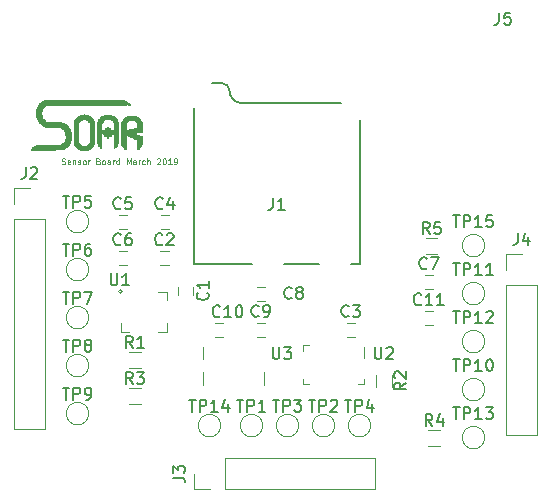
<source format=gbr>
G04 #@! TF.GenerationSoftware,KiCad,Pcbnew,(5.0.2)-1*
G04 #@! TF.CreationDate,2019-03-06T23:20:24-07:00*
G04 #@! TF.ProjectId,Sensor_Board,53656e73-6f72-45f4-926f-6172642e6b69,rev?*
G04 #@! TF.SameCoordinates,Original*
G04 #@! TF.FileFunction,Legend,Top*
G04 #@! TF.FilePolarity,Positive*
%FSLAX46Y46*%
G04 Gerber Fmt 4.6, Leading zero omitted, Abs format (unit mm)*
G04 Created by KiCad (PCBNEW (5.0.2)-1) date 2019-03-06 11:20:24 PM*
%MOMM*%
%LPD*%
G01*
G04 APERTURE LIST*
%ADD10C,0.125000*%
%ADD11C,0.150000*%
%ADD12C,0.120000*%
%ADD13C,0.010000*%
G04 APERTURE END LIST*
D10*
X87575047Y-92150380D02*
X87646476Y-92174190D01*
X87765523Y-92174190D01*
X87813142Y-92150380D01*
X87836952Y-92126571D01*
X87860761Y-92078952D01*
X87860761Y-92031333D01*
X87836952Y-91983714D01*
X87813142Y-91959904D01*
X87765523Y-91936095D01*
X87670285Y-91912285D01*
X87622666Y-91888476D01*
X87598857Y-91864666D01*
X87575047Y-91817047D01*
X87575047Y-91769428D01*
X87598857Y-91721809D01*
X87622666Y-91698000D01*
X87670285Y-91674190D01*
X87789333Y-91674190D01*
X87860761Y-91698000D01*
X88265523Y-92150380D02*
X88217904Y-92174190D01*
X88122666Y-92174190D01*
X88075047Y-92150380D01*
X88051238Y-92102761D01*
X88051238Y-91912285D01*
X88075047Y-91864666D01*
X88122666Y-91840857D01*
X88217904Y-91840857D01*
X88265523Y-91864666D01*
X88289333Y-91912285D01*
X88289333Y-91959904D01*
X88051238Y-92007523D01*
X88503619Y-91840857D02*
X88503619Y-92174190D01*
X88503619Y-91888476D02*
X88527428Y-91864666D01*
X88575047Y-91840857D01*
X88646476Y-91840857D01*
X88694095Y-91864666D01*
X88717904Y-91912285D01*
X88717904Y-92174190D01*
X88932190Y-92150380D02*
X88979809Y-92174190D01*
X89075047Y-92174190D01*
X89122666Y-92150380D01*
X89146476Y-92102761D01*
X89146476Y-92078952D01*
X89122666Y-92031333D01*
X89075047Y-92007523D01*
X89003619Y-92007523D01*
X88956000Y-91983714D01*
X88932190Y-91936095D01*
X88932190Y-91912285D01*
X88956000Y-91864666D01*
X89003619Y-91840857D01*
X89075047Y-91840857D01*
X89122666Y-91864666D01*
X89432190Y-92174190D02*
X89384571Y-92150380D01*
X89360761Y-92126571D01*
X89336952Y-92078952D01*
X89336952Y-91936095D01*
X89360761Y-91888476D01*
X89384571Y-91864666D01*
X89432190Y-91840857D01*
X89503619Y-91840857D01*
X89551238Y-91864666D01*
X89575047Y-91888476D01*
X89598857Y-91936095D01*
X89598857Y-92078952D01*
X89575047Y-92126571D01*
X89551238Y-92150380D01*
X89503619Y-92174190D01*
X89432190Y-92174190D01*
X89813142Y-92174190D02*
X89813142Y-91840857D01*
X89813142Y-91936095D02*
X89836952Y-91888476D01*
X89860761Y-91864666D01*
X89908380Y-91840857D01*
X89956000Y-91840857D01*
X90670285Y-91912285D02*
X90741714Y-91936095D01*
X90765523Y-91959904D01*
X90789333Y-92007523D01*
X90789333Y-92078952D01*
X90765523Y-92126571D01*
X90741714Y-92150380D01*
X90694095Y-92174190D01*
X90503619Y-92174190D01*
X90503619Y-91674190D01*
X90670285Y-91674190D01*
X90717904Y-91698000D01*
X90741714Y-91721809D01*
X90765523Y-91769428D01*
X90765523Y-91817047D01*
X90741714Y-91864666D01*
X90717904Y-91888476D01*
X90670285Y-91912285D01*
X90503619Y-91912285D01*
X91075047Y-92174190D02*
X91027428Y-92150380D01*
X91003619Y-92126571D01*
X90979809Y-92078952D01*
X90979809Y-91936095D01*
X91003619Y-91888476D01*
X91027428Y-91864666D01*
X91075047Y-91840857D01*
X91146476Y-91840857D01*
X91194095Y-91864666D01*
X91217904Y-91888476D01*
X91241714Y-91936095D01*
X91241714Y-92078952D01*
X91217904Y-92126571D01*
X91194095Y-92150380D01*
X91146476Y-92174190D01*
X91075047Y-92174190D01*
X91670285Y-92174190D02*
X91670285Y-91912285D01*
X91646476Y-91864666D01*
X91598857Y-91840857D01*
X91503619Y-91840857D01*
X91456000Y-91864666D01*
X91670285Y-92150380D02*
X91622666Y-92174190D01*
X91503619Y-92174190D01*
X91456000Y-92150380D01*
X91432190Y-92102761D01*
X91432190Y-92055142D01*
X91456000Y-92007523D01*
X91503619Y-91983714D01*
X91622666Y-91983714D01*
X91670285Y-91959904D01*
X91908380Y-92174190D02*
X91908380Y-91840857D01*
X91908380Y-91936095D02*
X91932190Y-91888476D01*
X91956000Y-91864666D01*
X92003619Y-91840857D01*
X92051238Y-91840857D01*
X92432190Y-92174190D02*
X92432190Y-91674190D01*
X92432190Y-92150380D02*
X92384571Y-92174190D01*
X92289333Y-92174190D01*
X92241714Y-92150380D01*
X92217904Y-92126571D01*
X92194095Y-92078952D01*
X92194095Y-91936095D01*
X92217904Y-91888476D01*
X92241714Y-91864666D01*
X92289333Y-91840857D01*
X92384571Y-91840857D01*
X92432190Y-91864666D01*
X93051238Y-92174190D02*
X93051238Y-91674190D01*
X93217904Y-92031333D01*
X93384571Y-91674190D01*
X93384571Y-92174190D01*
X93836952Y-92174190D02*
X93836952Y-91912285D01*
X93813142Y-91864666D01*
X93765523Y-91840857D01*
X93670285Y-91840857D01*
X93622666Y-91864666D01*
X93836952Y-92150380D02*
X93789333Y-92174190D01*
X93670285Y-92174190D01*
X93622666Y-92150380D01*
X93598857Y-92102761D01*
X93598857Y-92055142D01*
X93622666Y-92007523D01*
X93670285Y-91983714D01*
X93789333Y-91983714D01*
X93836952Y-91959904D01*
X94075047Y-92174190D02*
X94075047Y-91840857D01*
X94075047Y-91936095D02*
X94098857Y-91888476D01*
X94122666Y-91864666D01*
X94170285Y-91840857D01*
X94217904Y-91840857D01*
X94598857Y-92150380D02*
X94551238Y-92174190D01*
X94456000Y-92174190D01*
X94408380Y-92150380D01*
X94384571Y-92126571D01*
X94360761Y-92078952D01*
X94360761Y-91936095D01*
X94384571Y-91888476D01*
X94408380Y-91864666D01*
X94456000Y-91840857D01*
X94551238Y-91840857D01*
X94598857Y-91864666D01*
X94813142Y-92174190D02*
X94813142Y-91674190D01*
X95027428Y-92174190D02*
X95027428Y-91912285D01*
X95003619Y-91864666D01*
X94956000Y-91840857D01*
X94884571Y-91840857D01*
X94836952Y-91864666D01*
X94813142Y-91888476D01*
X95622666Y-91721809D02*
X95646476Y-91698000D01*
X95694095Y-91674190D01*
X95813142Y-91674190D01*
X95860761Y-91698000D01*
X95884571Y-91721809D01*
X95908380Y-91769428D01*
X95908380Y-91817047D01*
X95884571Y-91888476D01*
X95598857Y-92174190D01*
X95908380Y-92174190D01*
X96217904Y-91674190D02*
X96265523Y-91674190D01*
X96313142Y-91698000D01*
X96336952Y-91721809D01*
X96360761Y-91769428D01*
X96384571Y-91864666D01*
X96384571Y-91983714D01*
X96360761Y-92078952D01*
X96336952Y-92126571D01*
X96313142Y-92150380D01*
X96265523Y-92174190D01*
X96217904Y-92174190D01*
X96170285Y-92150380D01*
X96146476Y-92126571D01*
X96122666Y-92078952D01*
X96098857Y-91983714D01*
X96098857Y-91864666D01*
X96122666Y-91769428D01*
X96146476Y-91721809D01*
X96170285Y-91698000D01*
X96217904Y-91674190D01*
X96860761Y-92174190D02*
X96575047Y-92174190D01*
X96717904Y-92174190D02*
X96717904Y-91674190D01*
X96670285Y-91745619D01*
X96622666Y-91793238D01*
X96575047Y-91817047D01*
X97098857Y-92174190D02*
X97194095Y-92174190D01*
X97241714Y-92150380D01*
X97265523Y-92126571D01*
X97313142Y-92055142D01*
X97336952Y-91959904D01*
X97336952Y-91769428D01*
X97313142Y-91721809D01*
X97289333Y-91698000D01*
X97241714Y-91674190D01*
X97146476Y-91674190D01*
X97098857Y-91698000D01*
X97075047Y-91721809D01*
X97051238Y-91769428D01*
X97051238Y-91888476D01*
X97075047Y-91936095D01*
X97098857Y-91959904D01*
X97146476Y-91983714D01*
X97241714Y-91983714D01*
X97289333Y-91959904D01*
X97313142Y-91936095D01*
X97336952Y-91888476D01*
D11*
G04 #@! TO.C,J1*
X101776000Y-85984000D02*
G75*
G03X101076000Y-85284000I-700000J0D01*
G01*
X101776000Y-85984000D02*
G75*
G03X102776000Y-86984000I1000000J0D01*
G01*
X100276000Y-85284000D02*
X101076000Y-85284000D01*
X102776000Y-86984000D02*
X111176000Y-86984000D01*
X112776000Y-100584000D02*
X112776000Y-88384000D01*
X112076000Y-100584000D02*
X112776000Y-100584000D01*
X106376000Y-100584000D02*
X109376000Y-100584000D01*
X98776000Y-100584000D02*
X103676000Y-100584000D01*
X98776000Y-100584000D02*
X98776000Y-87384000D01*
D12*
G04 #@! TO.C,J3*
X114106000Y-119694000D02*
X114106000Y-117034000D01*
X101346000Y-119694000D02*
X114106000Y-119694000D01*
X101346000Y-117034000D02*
X114106000Y-117034000D01*
X101346000Y-119694000D02*
X101346000Y-117034000D01*
X100076000Y-119694000D02*
X98746000Y-119694000D01*
X98746000Y-119694000D02*
X98746000Y-118364000D01*
G04 #@! TO.C,J2*
X83506000Y-114614000D02*
X86166000Y-114614000D01*
X83506000Y-96774000D02*
X83506000Y-114614000D01*
X86166000Y-96774000D02*
X86166000Y-114614000D01*
X83506000Y-96774000D02*
X86166000Y-96774000D01*
X83506000Y-95504000D02*
X83506000Y-94174000D01*
X83506000Y-94174000D02*
X84836000Y-94174000D01*
G04 #@! TO.C,C1*
X97444000Y-103232000D02*
X97444000Y-102532000D01*
X98644000Y-102532000D02*
X98644000Y-103232000D01*
G04 #@! TO.C,C2*
X95904000Y-99476000D02*
X96604000Y-99476000D01*
X96604000Y-100676000D02*
X95904000Y-100676000D01*
G04 #@! TO.C,C3*
X111676000Y-105572000D02*
X112376000Y-105572000D01*
X112376000Y-106772000D02*
X111676000Y-106772000D01*
G04 #@! TO.C,C4*
X96628000Y-97628000D02*
X95928000Y-97628000D01*
X95928000Y-96428000D02*
X96628000Y-96428000D01*
G04 #@! TO.C,C5*
X92372000Y-96428000D02*
X93072000Y-96428000D01*
X93072000Y-97628000D02*
X92372000Y-97628000D01*
G04 #@! TO.C,C6*
X93072000Y-100676000D02*
X92372000Y-100676000D01*
X92372000Y-99476000D02*
X93072000Y-99476000D01*
G04 #@! TO.C,C7*
X118280000Y-101508000D02*
X118980000Y-101508000D01*
X118980000Y-102708000D02*
X118280000Y-102708000D01*
G04 #@! TO.C,C8*
X104756000Y-103724000D02*
X104056000Y-103724000D01*
X104056000Y-102524000D02*
X104756000Y-102524000D01*
G04 #@! TO.C,C9*
X104056000Y-105572000D02*
X104756000Y-105572000D01*
X104756000Y-106772000D02*
X104056000Y-106772000D01*
G04 #@! TO.C,C10*
X100500000Y-105572000D02*
X101200000Y-105572000D01*
X101200000Y-106772000D02*
X100500000Y-106772000D01*
G04 #@! TO.C,C11*
X118280000Y-104556000D02*
X118980000Y-104556000D01*
X118980000Y-105756000D02*
X118280000Y-105756000D01*
G04 #@! TO.C,J4*
X125162000Y-99762000D02*
X126492000Y-99762000D01*
X125162000Y-101092000D02*
X125162000Y-99762000D01*
X125162000Y-102362000D02*
X127822000Y-102362000D01*
X127822000Y-102362000D02*
X127822000Y-115122000D01*
X125162000Y-102362000D02*
X125162000Y-115122000D01*
X125162000Y-115122000D02*
X127822000Y-115122000D01*
G04 #@! TO.C,R1*
X93238000Y-108032000D02*
X94238000Y-108032000D01*
X94238000Y-109392000D02*
X93238000Y-109392000D01*
G04 #@! TO.C,R2*
X114128000Y-111002000D02*
X114128000Y-110002000D01*
X115488000Y-110002000D02*
X115488000Y-111002000D01*
G04 #@! TO.C,R3*
X94238000Y-112440000D02*
X93238000Y-112440000D01*
X93238000Y-111080000D02*
X94238000Y-111080000D01*
G04 #@! TO.C,R4*
X118614000Y-114636000D02*
X119614000Y-114636000D01*
X119614000Y-115996000D02*
X118614000Y-115996000D01*
G04 #@! TO.C,R5*
X118372000Y-98380000D02*
X119372000Y-98380000D01*
X119372000Y-99740000D02*
X118372000Y-99740000D01*
G04 #@! TO.C,TP1*
X104582000Y-114300000D02*
G75*
G03X104582000Y-114300000I-950000J0D01*
G01*
G04 #@! TO.C,TP2*
X110678000Y-114300000D02*
G75*
G03X110678000Y-114300000I-950000J0D01*
G01*
G04 #@! TO.C,TP3*
X107630000Y-114300000D02*
G75*
G03X107630000Y-114300000I-950000J0D01*
G01*
G04 #@! TO.C,TP4*
X113726000Y-114300000D02*
G75*
G03X113726000Y-114300000I-950000J0D01*
G01*
G04 #@! TO.C,TP5*
X89850000Y-97028000D02*
G75*
G03X89850000Y-97028000I-950000J0D01*
G01*
G04 #@! TO.C,TP6*
X89850000Y-101092000D02*
G75*
G03X89850000Y-101092000I-950000J0D01*
G01*
G04 #@! TO.C,TP7*
X89850000Y-105156000D02*
G75*
G03X89850000Y-105156000I-950000J0D01*
G01*
G04 #@! TO.C,TP8*
X89850000Y-109220000D02*
G75*
G03X89850000Y-109220000I-950000J0D01*
G01*
G04 #@! TO.C,TP9*
X89850000Y-113284000D02*
G75*
G03X89850000Y-113284000I-950000J0D01*
G01*
G04 #@! TO.C,TP10*
X123378000Y-111252000D02*
G75*
G03X123378000Y-111252000I-950000J0D01*
G01*
G04 #@! TO.C,TP11*
X123378000Y-103124000D02*
G75*
G03X123378000Y-103124000I-950000J0D01*
G01*
G04 #@! TO.C,TP12*
X123378000Y-107188000D02*
G75*
G03X123378000Y-107188000I-950000J0D01*
G01*
G04 #@! TO.C,TP13*
X123378000Y-115316000D02*
G75*
G03X123378000Y-115316000I-950000J0D01*
G01*
G04 #@! TO.C,TP14*
X101026000Y-114300000D02*
G75*
G03X101026000Y-114300000I-950000J0D01*
G01*
G04 #@! TO.C,TP15*
X123378000Y-99060000D02*
G75*
G03X123378000Y-99060000I-950000J0D01*
G01*
G04 #@! TO.C,U1*
X93288000Y-106348000D02*
X92538000Y-106348000D01*
X96438000Y-105648000D02*
X96438000Y-106348000D01*
X95688000Y-102948000D02*
X96438000Y-102948000D01*
X96438000Y-102948000D02*
X96438000Y-103648000D01*
X96438000Y-106348000D02*
X95688000Y-106348000D01*
X92538000Y-106348000D02*
X92538000Y-105648000D01*
X92688000Y-102948000D02*
G75*
G03X92688000Y-102948000I-150000J0D01*
G01*
X92598000Y-102948000D02*
G75*
G03X92598000Y-102948000I-60000J0D01*
G01*
G04 #@! TO.C,U2*
X113187000Y-107611000D02*
X113187000Y-108561000D01*
X107987000Y-107511000D02*
X108487000Y-107511000D01*
X107987000Y-108011000D02*
X107987000Y-107511000D01*
X107987000Y-110811000D02*
X107987000Y-110311000D01*
X108487000Y-110811000D02*
X107987000Y-110811000D01*
X113187000Y-110811000D02*
X112687000Y-110811000D01*
X113187000Y-110311000D02*
X113187000Y-110811000D01*
G04 #@! TO.C,U3*
X104718000Y-109780000D02*
X104718000Y-110830000D01*
X104718000Y-110830000D02*
X104668000Y-110830000D01*
X99498000Y-109780000D02*
X99498000Y-110830000D01*
X99498000Y-110830000D02*
X99548000Y-110830000D01*
X99498000Y-108660000D02*
X99498000Y-107610000D01*
X99498000Y-107610000D02*
X99548000Y-107610000D01*
D13*
G04 #@! TO.C,LOGO_SOAR*
G36*
X89570000Y-90952000D02*
X89620000Y-90952000D01*
X89620000Y-91002000D01*
X89570000Y-91002000D01*
X89570000Y-90952000D01*
X89570000Y-90952000D01*
G37*
X89570000Y-90952000D02*
X89620000Y-90952000D01*
X89620000Y-91002000D01*
X89570000Y-91002000D01*
X89570000Y-90952000D01*
G36*
X89520000Y-90952000D02*
X89570000Y-90952000D01*
X89570000Y-91002000D01*
X89520000Y-91002000D01*
X89520000Y-90952000D01*
X89520000Y-90952000D01*
G37*
X89520000Y-90952000D02*
X89570000Y-90952000D01*
X89570000Y-91002000D01*
X89520000Y-91002000D01*
X89520000Y-90952000D01*
G36*
X89470000Y-90952000D02*
X89520000Y-90952000D01*
X89520000Y-91002000D01*
X89470000Y-91002000D01*
X89470000Y-90952000D01*
X89470000Y-90952000D01*
G37*
X89470000Y-90952000D02*
X89520000Y-90952000D01*
X89520000Y-91002000D01*
X89470000Y-91002000D01*
X89470000Y-90952000D01*
G36*
X89420000Y-90952000D02*
X89470000Y-90952000D01*
X89470000Y-91002000D01*
X89420000Y-91002000D01*
X89420000Y-90952000D01*
X89420000Y-90952000D01*
G37*
X89420000Y-90952000D02*
X89470000Y-90952000D01*
X89470000Y-91002000D01*
X89420000Y-91002000D01*
X89420000Y-90952000D01*
G36*
X89370000Y-90952000D02*
X89420000Y-90952000D01*
X89420000Y-91002000D01*
X89370000Y-91002000D01*
X89370000Y-90952000D01*
X89370000Y-90952000D01*
G37*
X89370000Y-90952000D02*
X89420000Y-90952000D01*
X89420000Y-91002000D01*
X89370000Y-91002000D01*
X89370000Y-90952000D01*
G36*
X89320000Y-90952000D02*
X89370000Y-90952000D01*
X89370000Y-91002000D01*
X89320000Y-91002000D01*
X89320000Y-90952000D01*
X89320000Y-90952000D01*
G37*
X89320000Y-90952000D02*
X89370000Y-90952000D01*
X89370000Y-91002000D01*
X89320000Y-91002000D01*
X89320000Y-90952000D01*
G36*
X89270000Y-90952000D02*
X89320000Y-90952000D01*
X89320000Y-91002000D01*
X89270000Y-91002000D01*
X89270000Y-90952000D01*
X89270000Y-90952000D01*
G37*
X89270000Y-90952000D02*
X89320000Y-90952000D01*
X89320000Y-91002000D01*
X89270000Y-91002000D01*
X89270000Y-90952000D01*
G36*
X89770000Y-90902000D02*
X89820000Y-90902000D01*
X89820000Y-90952000D01*
X89770000Y-90952000D01*
X89770000Y-90902000D01*
X89770000Y-90902000D01*
G37*
X89770000Y-90902000D02*
X89820000Y-90902000D01*
X89820000Y-90952000D01*
X89770000Y-90952000D01*
X89770000Y-90902000D01*
G36*
X89720000Y-90902000D02*
X89770000Y-90902000D01*
X89770000Y-90952000D01*
X89720000Y-90952000D01*
X89720000Y-90902000D01*
X89720000Y-90902000D01*
G37*
X89720000Y-90902000D02*
X89770000Y-90902000D01*
X89770000Y-90952000D01*
X89720000Y-90952000D01*
X89720000Y-90902000D01*
G36*
X89670000Y-90902000D02*
X89720000Y-90902000D01*
X89720000Y-90952000D01*
X89670000Y-90952000D01*
X89670000Y-90902000D01*
X89670000Y-90902000D01*
G37*
X89670000Y-90902000D02*
X89720000Y-90902000D01*
X89720000Y-90952000D01*
X89670000Y-90952000D01*
X89670000Y-90902000D01*
G36*
X89620000Y-90902000D02*
X89670000Y-90902000D01*
X89670000Y-90952000D01*
X89620000Y-90952000D01*
X89620000Y-90902000D01*
X89620000Y-90902000D01*
G37*
X89620000Y-90902000D02*
X89670000Y-90902000D01*
X89670000Y-90952000D01*
X89620000Y-90952000D01*
X89620000Y-90902000D01*
G36*
X89570000Y-90902000D02*
X89620000Y-90902000D01*
X89620000Y-90952000D01*
X89570000Y-90952000D01*
X89570000Y-90902000D01*
X89570000Y-90902000D01*
G37*
X89570000Y-90902000D02*
X89620000Y-90902000D01*
X89620000Y-90952000D01*
X89570000Y-90952000D01*
X89570000Y-90902000D01*
G36*
X89520000Y-90902000D02*
X89570000Y-90902000D01*
X89570000Y-90952000D01*
X89520000Y-90952000D01*
X89520000Y-90902000D01*
X89520000Y-90902000D01*
G37*
X89520000Y-90902000D02*
X89570000Y-90902000D01*
X89570000Y-90952000D01*
X89520000Y-90952000D01*
X89520000Y-90902000D01*
G36*
X89470000Y-90902000D02*
X89520000Y-90902000D01*
X89520000Y-90952000D01*
X89470000Y-90952000D01*
X89470000Y-90902000D01*
X89470000Y-90902000D01*
G37*
X89470000Y-90902000D02*
X89520000Y-90902000D01*
X89520000Y-90952000D01*
X89470000Y-90952000D01*
X89470000Y-90902000D01*
G36*
X89420000Y-90902000D02*
X89470000Y-90902000D01*
X89470000Y-90952000D01*
X89420000Y-90952000D01*
X89420000Y-90902000D01*
X89420000Y-90902000D01*
G37*
X89420000Y-90902000D02*
X89470000Y-90902000D01*
X89470000Y-90952000D01*
X89420000Y-90952000D01*
X89420000Y-90902000D01*
G36*
X89370000Y-90902000D02*
X89420000Y-90902000D01*
X89420000Y-90952000D01*
X89370000Y-90952000D01*
X89370000Y-90902000D01*
X89370000Y-90902000D01*
G37*
X89370000Y-90902000D02*
X89420000Y-90902000D01*
X89420000Y-90952000D01*
X89370000Y-90952000D01*
X89370000Y-90902000D01*
G36*
X89320000Y-90902000D02*
X89370000Y-90902000D01*
X89370000Y-90952000D01*
X89320000Y-90952000D01*
X89320000Y-90902000D01*
X89320000Y-90902000D01*
G37*
X89320000Y-90902000D02*
X89370000Y-90902000D01*
X89370000Y-90952000D01*
X89320000Y-90952000D01*
X89320000Y-90902000D01*
G36*
X89270000Y-90902000D02*
X89320000Y-90902000D01*
X89320000Y-90952000D01*
X89270000Y-90952000D01*
X89270000Y-90902000D01*
X89270000Y-90902000D01*
G37*
X89270000Y-90902000D02*
X89320000Y-90902000D01*
X89320000Y-90952000D01*
X89270000Y-90952000D01*
X89270000Y-90902000D01*
G36*
X89220000Y-90902000D02*
X89270000Y-90902000D01*
X89270000Y-90952000D01*
X89220000Y-90952000D01*
X89220000Y-90902000D01*
X89220000Y-90902000D01*
G37*
X89220000Y-90902000D02*
X89270000Y-90902000D01*
X89270000Y-90952000D01*
X89220000Y-90952000D01*
X89220000Y-90902000D01*
G36*
X89170000Y-90902000D02*
X89220000Y-90902000D01*
X89220000Y-90952000D01*
X89170000Y-90952000D01*
X89170000Y-90902000D01*
X89170000Y-90902000D01*
G37*
X89170000Y-90902000D02*
X89220000Y-90902000D01*
X89220000Y-90952000D01*
X89170000Y-90952000D01*
X89170000Y-90902000D01*
G36*
X89120000Y-90902000D02*
X89170000Y-90902000D01*
X89170000Y-90952000D01*
X89120000Y-90952000D01*
X89120000Y-90902000D01*
X89120000Y-90902000D01*
G37*
X89120000Y-90902000D02*
X89170000Y-90902000D01*
X89170000Y-90952000D01*
X89120000Y-90952000D01*
X89120000Y-90902000D01*
G36*
X89070000Y-90902000D02*
X89120000Y-90902000D01*
X89120000Y-90952000D01*
X89070000Y-90952000D01*
X89070000Y-90902000D01*
X89070000Y-90902000D01*
G37*
X89070000Y-90902000D02*
X89120000Y-90902000D01*
X89120000Y-90952000D01*
X89070000Y-90952000D01*
X89070000Y-90902000D01*
G36*
X86970000Y-90902000D02*
X87020000Y-90902000D01*
X87020000Y-90952000D01*
X86970000Y-90952000D01*
X86970000Y-90902000D01*
X86970000Y-90902000D01*
G37*
X86970000Y-90902000D02*
X87020000Y-90902000D01*
X87020000Y-90952000D01*
X86970000Y-90952000D01*
X86970000Y-90902000D01*
G36*
X86920000Y-90902000D02*
X86970000Y-90902000D01*
X86970000Y-90952000D01*
X86920000Y-90952000D01*
X86920000Y-90902000D01*
X86920000Y-90902000D01*
G37*
X86920000Y-90902000D02*
X86970000Y-90902000D01*
X86970000Y-90952000D01*
X86920000Y-90952000D01*
X86920000Y-90902000D01*
G36*
X86870000Y-90902000D02*
X86920000Y-90902000D01*
X86920000Y-90952000D01*
X86870000Y-90952000D01*
X86870000Y-90902000D01*
X86870000Y-90902000D01*
G37*
X86870000Y-90902000D02*
X86920000Y-90902000D01*
X86920000Y-90952000D01*
X86870000Y-90952000D01*
X86870000Y-90902000D01*
G36*
X86820000Y-90902000D02*
X86870000Y-90902000D01*
X86870000Y-90952000D01*
X86820000Y-90952000D01*
X86820000Y-90902000D01*
X86820000Y-90902000D01*
G37*
X86820000Y-90902000D02*
X86870000Y-90902000D01*
X86870000Y-90952000D01*
X86820000Y-90952000D01*
X86820000Y-90902000D01*
G36*
X86770000Y-90902000D02*
X86820000Y-90902000D01*
X86820000Y-90952000D01*
X86770000Y-90952000D01*
X86770000Y-90902000D01*
X86770000Y-90902000D01*
G37*
X86770000Y-90902000D02*
X86820000Y-90902000D01*
X86820000Y-90952000D01*
X86770000Y-90952000D01*
X86770000Y-90902000D01*
G36*
X86720000Y-90902000D02*
X86770000Y-90902000D01*
X86770000Y-90952000D01*
X86720000Y-90952000D01*
X86720000Y-90902000D01*
X86720000Y-90902000D01*
G37*
X86720000Y-90902000D02*
X86770000Y-90902000D01*
X86770000Y-90952000D01*
X86720000Y-90952000D01*
X86720000Y-90902000D01*
G36*
X86670000Y-90902000D02*
X86720000Y-90902000D01*
X86720000Y-90952000D01*
X86670000Y-90952000D01*
X86670000Y-90902000D01*
X86670000Y-90902000D01*
G37*
X86670000Y-90902000D02*
X86720000Y-90902000D01*
X86720000Y-90952000D01*
X86670000Y-90952000D01*
X86670000Y-90902000D01*
G36*
X86620000Y-90902000D02*
X86670000Y-90902000D01*
X86670000Y-90952000D01*
X86620000Y-90952000D01*
X86620000Y-90902000D01*
X86620000Y-90902000D01*
G37*
X86620000Y-90902000D02*
X86670000Y-90902000D01*
X86670000Y-90952000D01*
X86620000Y-90952000D01*
X86620000Y-90902000D01*
G36*
X86570000Y-90902000D02*
X86620000Y-90902000D01*
X86620000Y-90952000D01*
X86570000Y-90952000D01*
X86570000Y-90902000D01*
X86570000Y-90902000D01*
G37*
X86570000Y-90902000D02*
X86620000Y-90902000D01*
X86620000Y-90952000D01*
X86570000Y-90952000D01*
X86570000Y-90902000D01*
G36*
X86520000Y-90902000D02*
X86570000Y-90902000D01*
X86570000Y-90952000D01*
X86520000Y-90952000D01*
X86520000Y-90902000D01*
X86520000Y-90902000D01*
G37*
X86520000Y-90902000D02*
X86570000Y-90902000D01*
X86570000Y-90952000D01*
X86520000Y-90952000D01*
X86520000Y-90902000D01*
G36*
X86470000Y-90902000D02*
X86520000Y-90902000D01*
X86520000Y-90952000D01*
X86470000Y-90952000D01*
X86470000Y-90902000D01*
X86470000Y-90902000D01*
G37*
X86470000Y-90902000D02*
X86520000Y-90902000D01*
X86520000Y-90952000D01*
X86470000Y-90952000D01*
X86470000Y-90902000D01*
G36*
X86420000Y-90902000D02*
X86470000Y-90902000D01*
X86470000Y-90952000D01*
X86420000Y-90952000D01*
X86420000Y-90902000D01*
X86420000Y-90902000D01*
G37*
X86420000Y-90902000D02*
X86470000Y-90902000D01*
X86470000Y-90952000D01*
X86420000Y-90952000D01*
X86420000Y-90902000D01*
G36*
X86370000Y-90902000D02*
X86420000Y-90902000D01*
X86420000Y-90952000D01*
X86370000Y-90952000D01*
X86370000Y-90902000D01*
X86370000Y-90902000D01*
G37*
X86370000Y-90902000D02*
X86420000Y-90902000D01*
X86420000Y-90952000D01*
X86370000Y-90952000D01*
X86370000Y-90902000D01*
G36*
X86320000Y-90902000D02*
X86370000Y-90902000D01*
X86370000Y-90952000D01*
X86320000Y-90952000D01*
X86320000Y-90902000D01*
X86320000Y-90902000D01*
G37*
X86320000Y-90902000D02*
X86370000Y-90902000D01*
X86370000Y-90952000D01*
X86320000Y-90952000D01*
X86320000Y-90902000D01*
G36*
X86270000Y-90902000D02*
X86320000Y-90902000D01*
X86320000Y-90952000D01*
X86270000Y-90952000D01*
X86270000Y-90902000D01*
X86270000Y-90902000D01*
G37*
X86270000Y-90902000D02*
X86320000Y-90902000D01*
X86320000Y-90952000D01*
X86270000Y-90952000D01*
X86270000Y-90902000D01*
G36*
X86220000Y-90902000D02*
X86270000Y-90902000D01*
X86270000Y-90952000D01*
X86220000Y-90952000D01*
X86220000Y-90902000D01*
X86220000Y-90902000D01*
G37*
X86220000Y-90902000D02*
X86270000Y-90902000D01*
X86270000Y-90952000D01*
X86220000Y-90952000D01*
X86220000Y-90902000D01*
G36*
X86170000Y-90902000D02*
X86220000Y-90902000D01*
X86220000Y-90952000D01*
X86170000Y-90952000D01*
X86170000Y-90902000D01*
X86170000Y-90902000D01*
G37*
X86170000Y-90902000D02*
X86220000Y-90902000D01*
X86220000Y-90952000D01*
X86170000Y-90952000D01*
X86170000Y-90902000D01*
G36*
X86120000Y-90902000D02*
X86170000Y-90902000D01*
X86170000Y-90952000D01*
X86120000Y-90952000D01*
X86120000Y-90902000D01*
X86120000Y-90902000D01*
G37*
X86120000Y-90902000D02*
X86170000Y-90902000D01*
X86170000Y-90952000D01*
X86120000Y-90952000D01*
X86120000Y-90902000D01*
G36*
X86070000Y-90902000D02*
X86120000Y-90902000D01*
X86120000Y-90952000D01*
X86070000Y-90952000D01*
X86070000Y-90902000D01*
X86070000Y-90902000D01*
G37*
X86070000Y-90902000D02*
X86120000Y-90902000D01*
X86120000Y-90952000D01*
X86070000Y-90952000D01*
X86070000Y-90902000D01*
G36*
X86020000Y-90902000D02*
X86070000Y-90902000D01*
X86070000Y-90952000D01*
X86020000Y-90952000D01*
X86020000Y-90902000D01*
X86020000Y-90902000D01*
G37*
X86020000Y-90902000D02*
X86070000Y-90902000D01*
X86070000Y-90952000D01*
X86020000Y-90952000D01*
X86020000Y-90902000D01*
G36*
X85970000Y-90902000D02*
X86020000Y-90902000D01*
X86020000Y-90952000D01*
X85970000Y-90952000D01*
X85970000Y-90902000D01*
X85970000Y-90902000D01*
G37*
X85970000Y-90902000D02*
X86020000Y-90902000D01*
X86020000Y-90952000D01*
X85970000Y-90952000D01*
X85970000Y-90902000D01*
G36*
X85920000Y-90902000D02*
X85970000Y-90902000D01*
X85970000Y-90952000D01*
X85920000Y-90952000D01*
X85920000Y-90902000D01*
X85920000Y-90902000D01*
G37*
X85920000Y-90902000D02*
X85970000Y-90902000D01*
X85970000Y-90952000D01*
X85920000Y-90952000D01*
X85920000Y-90902000D01*
G36*
X85870000Y-90902000D02*
X85920000Y-90902000D01*
X85920000Y-90952000D01*
X85870000Y-90952000D01*
X85870000Y-90902000D01*
X85870000Y-90902000D01*
G37*
X85870000Y-90902000D02*
X85920000Y-90902000D01*
X85920000Y-90952000D01*
X85870000Y-90952000D01*
X85870000Y-90902000D01*
G36*
X85820000Y-90902000D02*
X85870000Y-90902000D01*
X85870000Y-90952000D01*
X85820000Y-90952000D01*
X85820000Y-90902000D01*
X85820000Y-90902000D01*
G37*
X85820000Y-90902000D02*
X85870000Y-90902000D01*
X85870000Y-90952000D01*
X85820000Y-90952000D01*
X85820000Y-90902000D01*
G36*
X85770000Y-90902000D02*
X85820000Y-90902000D01*
X85820000Y-90952000D01*
X85770000Y-90952000D01*
X85770000Y-90902000D01*
X85770000Y-90902000D01*
G37*
X85770000Y-90902000D02*
X85820000Y-90902000D01*
X85820000Y-90952000D01*
X85770000Y-90952000D01*
X85770000Y-90902000D01*
G36*
X85720000Y-90902000D02*
X85770000Y-90902000D01*
X85770000Y-90952000D01*
X85720000Y-90952000D01*
X85720000Y-90902000D01*
X85720000Y-90902000D01*
G37*
X85720000Y-90902000D02*
X85770000Y-90902000D01*
X85770000Y-90952000D01*
X85720000Y-90952000D01*
X85720000Y-90902000D01*
G36*
X85670000Y-90902000D02*
X85720000Y-90902000D01*
X85720000Y-90952000D01*
X85670000Y-90952000D01*
X85670000Y-90902000D01*
X85670000Y-90902000D01*
G37*
X85670000Y-90902000D02*
X85720000Y-90902000D01*
X85720000Y-90952000D01*
X85670000Y-90952000D01*
X85670000Y-90902000D01*
G36*
X85620000Y-90902000D02*
X85670000Y-90902000D01*
X85670000Y-90952000D01*
X85620000Y-90952000D01*
X85620000Y-90902000D01*
X85620000Y-90902000D01*
G37*
X85620000Y-90902000D02*
X85670000Y-90902000D01*
X85670000Y-90952000D01*
X85620000Y-90952000D01*
X85620000Y-90902000D01*
G36*
X85570000Y-90902000D02*
X85620000Y-90902000D01*
X85620000Y-90952000D01*
X85570000Y-90952000D01*
X85570000Y-90902000D01*
X85570000Y-90902000D01*
G37*
X85570000Y-90902000D02*
X85620000Y-90902000D01*
X85620000Y-90952000D01*
X85570000Y-90952000D01*
X85570000Y-90902000D01*
G36*
X85520000Y-90902000D02*
X85570000Y-90902000D01*
X85570000Y-90952000D01*
X85520000Y-90952000D01*
X85520000Y-90902000D01*
X85520000Y-90902000D01*
G37*
X85520000Y-90902000D02*
X85570000Y-90902000D01*
X85570000Y-90952000D01*
X85520000Y-90952000D01*
X85520000Y-90902000D01*
G36*
X85470000Y-90902000D02*
X85520000Y-90902000D01*
X85520000Y-90952000D01*
X85470000Y-90952000D01*
X85470000Y-90902000D01*
X85470000Y-90902000D01*
G37*
X85470000Y-90902000D02*
X85520000Y-90902000D01*
X85520000Y-90952000D01*
X85470000Y-90952000D01*
X85470000Y-90902000D01*
G36*
X85420000Y-90902000D02*
X85470000Y-90902000D01*
X85470000Y-90952000D01*
X85420000Y-90952000D01*
X85420000Y-90902000D01*
X85420000Y-90902000D01*
G37*
X85420000Y-90902000D02*
X85470000Y-90902000D01*
X85470000Y-90952000D01*
X85420000Y-90952000D01*
X85420000Y-90902000D01*
G36*
X85370000Y-90902000D02*
X85420000Y-90902000D01*
X85420000Y-90952000D01*
X85370000Y-90952000D01*
X85370000Y-90902000D01*
X85370000Y-90902000D01*
G37*
X85370000Y-90902000D02*
X85420000Y-90902000D01*
X85420000Y-90952000D01*
X85370000Y-90952000D01*
X85370000Y-90902000D01*
G36*
X85320000Y-90902000D02*
X85370000Y-90902000D01*
X85370000Y-90952000D01*
X85320000Y-90952000D01*
X85320000Y-90902000D01*
X85320000Y-90902000D01*
G37*
X85320000Y-90902000D02*
X85370000Y-90902000D01*
X85370000Y-90952000D01*
X85320000Y-90952000D01*
X85320000Y-90902000D01*
G36*
X85270000Y-90902000D02*
X85320000Y-90902000D01*
X85320000Y-90952000D01*
X85270000Y-90952000D01*
X85270000Y-90902000D01*
X85270000Y-90902000D01*
G37*
X85270000Y-90902000D02*
X85320000Y-90902000D01*
X85320000Y-90952000D01*
X85270000Y-90952000D01*
X85270000Y-90902000D01*
G36*
X85220000Y-90902000D02*
X85270000Y-90902000D01*
X85270000Y-90952000D01*
X85220000Y-90952000D01*
X85220000Y-90902000D01*
X85220000Y-90902000D01*
G37*
X85220000Y-90902000D02*
X85270000Y-90902000D01*
X85270000Y-90952000D01*
X85220000Y-90952000D01*
X85220000Y-90902000D01*
G36*
X85170000Y-90902000D02*
X85220000Y-90902000D01*
X85220000Y-90952000D01*
X85170000Y-90952000D01*
X85170000Y-90902000D01*
X85170000Y-90902000D01*
G37*
X85170000Y-90902000D02*
X85220000Y-90902000D01*
X85220000Y-90952000D01*
X85170000Y-90952000D01*
X85170000Y-90902000D01*
G36*
X85120000Y-90902000D02*
X85170000Y-90902000D01*
X85170000Y-90952000D01*
X85120000Y-90952000D01*
X85120000Y-90902000D01*
X85120000Y-90902000D01*
G37*
X85120000Y-90902000D02*
X85170000Y-90902000D01*
X85170000Y-90952000D01*
X85120000Y-90952000D01*
X85120000Y-90902000D01*
G36*
X85070000Y-90902000D02*
X85120000Y-90902000D01*
X85120000Y-90952000D01*
X85070000Y-90952000D01*
X85070000Y-90902000D01*
X85070000Y-90902000D01*
G37*
X85070000Y-90902000D02*
X85120000Y-90902000D01*
X85120000Y-90952000D01*
X85070000Y-90952000D01*
X85070000Y-90902000D01*
G36*
X84970000Y-90902000D02*
X85020000Y-90902000D01*
X85020000Y-90952000D01*
X84970000Y-90952000D01*
X84970000Y-90902000D01*
X84970000Y-90902000D01*
G37*
X84970000Y-90902000D02*
X85020000Y-90902000D01*
X85020000Y-90952000D01*
X84970000Y-90952000D01*
X84970000Y-90902000D01*
G36*
X84920000Y-90902000D02*
X84970000Y-90902000D01*
X84970000Y-90952000D01*
X84920000Y-90952000D01*
X84920000Y-90902000D01*
X84920000Y-90902000D01*
G37*
X84920000Y-90902000D02*
X84970000Y-90902000D01*
X84970000Y-90952000D01*
X84920000Y-90952000D01*
X84920000Y-90902000D01*
G36*
X93970000Y-90852000D02*
X94020000Y-90852000D01*
X94020000Y-90902000D01*
X93970000Y-90902000D01*
X93970000Y-90852000D01*
X93970000Y-90852000D01*
G37*
X93970000Y-90852000D02*
X94020000Y-90852000D01*
X94020000Y-90902000D01*
X93970000Y-90902000D01*
X93970000Y-90852000D01*
G36*
X92920000Y-90852000D02*
X92970000Y-90852000D01*
X92970000Y-90902000D01*
X92920000Y-90902000D01*
X92920000Y-90852000D01*
X92920000Y-90852000D01*
G37*
X92920000Y-90852000D02*
X92970000Y-90852000D01*
X92970000Y-90902000D01*
X92920000Y-90902000D01*
X92920000Y-90852000D01*
G36*
X89870000Y-90852000D02*
X89920000Y-90852000D01*
X89920000Y-90902000D01*
X89870000Y-90902000D01*
X89870000Y-90852000D01*
X89870000Y-90852000D01*
G37*
X89870000Y-90852000D02*
X89920000Y-90852000D01*
X89920000Y-90902000D01*
X89870000Y-90902000D01*
X89870000Y-90852000D01*
G36*
X89820000Y-90852000D02*
X89870000Y-90852000D01*
X89870000Y-90902000D01*
X89820000Y-90902000D01*
X89820000Y-90852000D01*
X89820000Y-90852000D01*
G37*
X89820000Y-90852000D02*
X89870000Y-90852000D01*
X89870000Y-90902000D01*
X89820000Y-90902000D01*
X89820000Y-90852000D01*
G36*
X89770000Y-90852000D02*
X89820000Y-90852000D01*
X89820000Y-90902000D01*
X89770000Y-90902000D01*
X89770000Y-90852000D01*
X89770000Y-90852000D01*
G37*
X89770000Y-90852000D02*
X89820000Y-90852000D01*
X89820000Y-90902000D01*
X89770000Y-90902000D01*
X89770000Y-90852000D01*
G36*
X89720000Y-90852000D02*
X89770000Y-90852000D01*
X89770000Y-90902000D01*
X89720000Y-90902000D01*
X89720000Y-90852000D01*
X89720000Y-90852000D01*
G37*
X89720000Y-90852000D02*
X89770000Y-90852000D01*
X89770000Y-90902000D01*
X89720000Y-90902000D01*
X89720000Y-90852000D01*
G36*
X89670000Y-90852000D02*
X89720000Y-90852000D01*
X89720000Y-90902000D01*
X89670000Y-90902000D01*
X89670000Y-90852000D01*
X89670000Y-90852000D01*
G37*
X89670000Y-90852000D02*
X89720000Y-90852000D01*
X89720000Y-90902000D01*
X89670000Y-90902000D01*
X89670000Y-90852000D01*
G36*
X89620000Y-90852000D02*
X89670000Y-90852000D01*
X89670000Y-90902000D01*
X89620000Y-90902000D01*
X89620000Y-90852000D01*
X89620000Y-90852000D01*
G37*
X89620000Y-90852000D02*
X89670000Y-90852000D01*
X89670000Y-90902000D01*
X89620000Y-90902000D01*
X89620000Y-90852000D01*
G36*
X89570000Y-90852000D02*
X89620000Y-90852000D01*
X89620000Y-90902000D01*
X89570000Y-90902000D01*
X89570000Y-90852000D01*
X89570000Y-90852000D01*
G37*
X89570000Y-90852000D02*
X89620000Y-90852000D01*
X89620000Y-90902000D01*
X89570000Y-90902000D01*
X89570000Y-90852000D01*
G36*
X89520000Y-90852000D02*
X89570000Y-90852000D01*
X89570000Y-90902000D01*
X89520000Y-90902000D01*
X89520000Y-90852000D01*
X89520000Y-90852000D01*
G37*
X89520000Y-90852000D02*
X89570000Y-90852000D01*
X89570000Y-90902000D01*
X89520000Y-90902000D01*
X89520000Y-90852000D01*
G36*
X89470000Y-90852000D02*
X89520000Y-90852000D01*
X89520000Y-90902000D01*
X89470000Y-90902000D01*
X89470000Y-90852000D01*
X89470000Y-90852000D01*
G37*
X89470000Y-90852000D02*
X89520000Y-90852000D01*
X89520000Y-90902000D01*
X89470000Y-90902000D01*
X89470000Y-90852000D01*
G36*
X89420000Y-90852000D02*
X89470000Y-90852000D01*
X89470000Y-90902000D01*
X89420000Y-90902000D01*
X89420000Y-90852000D01*
X89420000Y-90852000D01*
G37*
X89420000Y-90852000D02*
X89470000Y-90852000D01*
X89470000Y-90902000D01*
X89420000Y-90902000D01*
X89420000Y-90852000D01*
G36*
X89370000Y-90852000D02*
X89420000Y-90852000D01*
X89420000Y-90902000D01*
X89370000Y-90902000D01*
X89370000Y-90852000D01*
X89370000Y-90852000D01*
G37*
X89370000Y-90852000D02*
X89420000Y-90852000D01*
X89420000Y-90902000D01*
X89370000Y-90902000D01*
X89370000Y-90852000D01*
G36*
X89320000Y-90852000D02*
X89370000Y-90852000D01*
X89370000Y-90902000D01*
X89320000Y-90902000D01*
X89320000Y-90852000D01*
X89320000Y-90852000D01*
G37*
X89320000Y-90852000D02*
X89370000Y-90852000D01*
X89370000Y-90902000D01*
X89320000Y-90902000D01*
X89320000Y-90852000D01*
G36*
X89270000Y-90852000D02*
X89320000Y-90852000D01*
X89320000Y-90902000D01*
X89270000Y-90902000D01*
X89270000Y-90852000D01*
X89270000Y-90852000D01*
G37*
X89270000Y-90852000D02*
X89320000Y-90852000D01*
X89320000Y-90902000D01*
X89270000Y-90902000D01*
X89270000Y-90852000D01*
G36*
X89220000Y-90852000D02*
X89270000Y-90852000D01*
X89270000Y-90902000D01*
X89220000Y-90902000D01*
X89220000Y-90852000D01*
X89220000Y-90852000D01*
G37*
X89220000Y-90852000D02*
X89270000Y-90852000D01*
X89270000Y-90902000D01*
X89220000Y-90902000D01*
X89220000Y-90852000D01*
G36*
X89170000Y-90852000D02*
X89220000Y-90852000D01*
X89220000Y-90902000D01*
X89170000Y-90902000D01*
X89170000Y-90852000D01*
X89170000Y-90852000D01*
G37*
X89170000Y-90852000D02*
X89220000Y-90852000D01*
X89220000Y-90902000D01*
X89170000Y-90902000D01*
X89170000Y-90852000D01*
G36*
X89120000Y-90852000D02*
X89170000Y-90852000D01*
X89170000Y-90902000D01*
X89120000Y-90902000D01*
X89120000Y-90852000D01*
X89120000Y-90852000D01*
G37*
X89120000Y-90852000D02*
X89170000Y-90852000D01*
X89170000Y-90902000D01*
X89120000Y-90902000D01*
X89120000Y-90852000D01*
G36*
X89070000Y-90852000D02*
X89120000Y-90852000D01*
X89120000Y-90902000D01*
X89070000Y-90902000D01*
X89070000Y-90852000D01*
X89070000Y-90852000D01*
G37*
X89070000Y-90852000D02*
X89120000Y-90852000D01*
X89120000Y-90902000D01*
X89070000Y-90902000D01*
X89070000Y-90852000D01*
G36*
X89020000Y-90852000D02*
X89070000Y-90852000D01*
X89070000Y-90902000D01*
X89020000Y-90902000D01*
X89020000Y-90852000D01*
X89020000Y-90852000D01*
G37*
X89020000Y-90852000D02*
X89070000Y-90852000D01*
X89070000Y-90902000D01*
X89020000Y-90902000D01*
X89020000Y-90852000D01*
G36*
X88970000Y-90852000D02*
X89020000Y-90852000D01*
X89020000Y-90902000D01*
X88970000Y-90902000D01*
X88970000Y-90852000D01*
X88970000Y-90852000D01*
G37*
X88970000Y-90852000D02*
X89020000Y-90852000D01*
X89020000Y-90902000D01*
X88970000Y-90902000D01*
X88970000Y-90852000D01*
G36*
X87570000Y-90852000D02*
X87620000Y-90852000D01*
X87620000Y-90902000D01*
X87570000Y-90902000D01*
X87570000Y-90852000D01*
X87570000Y-90852000D01*
G37*
X87570000Y-90852000D02*
X87620000Y-90852000D01*
X87620000Y-90902000D01*
X87570000Y-90902000D01*
X87570000Y-90852000D01*
G36*
X87520000Y-90852000D02*
X87570000Y-90852000D01*
X87570000Y-90902000D01*
X87520000Y-90902000D01*
X87520000Y-90852000D01*
X87520000Y-90852000D01*
G37*
X87520000Y-90852000D02*
X87570000Y-90852000D01*
X87570000Y-90902000D01*
X87520000Y-90902000D01*
X87520000Y-90852000D01*
G36*
X87470000Y-90852000D02*
X87520000Y-90852000D01*
X87520000Y-90902000D01*
X87470000Y-90902000D01*
X87470000Y-90852000D01*
X87470000Y-90852000D01*
G37*
X87470000Y-90852000D02*
X87520000Y-90852000D01*
X87520000Y-90902000D01*
X87470000Y-90902000D01*
X87470000Y-90852000D01*
G36*
X87420000Y-90852000D02*
X87470000Y-90852000D01*
X87470000Y-90902000D01*
X87420000Y-90902000D01*
X87420000Y-90852000D01*
X87420000Y-90852000D01*
G37*
X87420000Y-90852000D02*
X87470000Y-90852000D01*
X87470000Y-90902000D01*
X87420000Y-90902000D01*
X87420000Y-90852000D01*
G36*
X87370000Y-90852000D02*
X87420000Y-90852000D01*
X87420000Y-90902000D01*
X87370000Y-90902000D01*
X87370000Y-90852000D01*
X87370000Y-90852000D01*
G37*
X87370000Y-90852000D02*
X87420000Y-90852000D01*
X87420000Y-90902000D01*
X87370000Y-90902000D01*
X87370000Y-90852000D01*
G36*
X87320000Y-90852000D02*
X87370000Y-90852000D01*
X87370000Y-90902000D01*
X87320000Y-90902000D01*
X87320000Y-90852000D01*
X87320000Y-90852000D01*
G37*
X87320000Y-90852000D02*
X87370000Y-90852000D01*
X87370000Y-90902000D01*
X87320000Y-90902000D01*
X87320000Y-90852000D01*
G36*
X87270000Y-90852000D02*
X87320000Y-90852000D01*
X87320000Y-90902000D01*
X87270000Y-90902000D01*
X87270000Y-90852000D01*
X87270000Y-90852000D01*
G37*
X87270000Y-90852000D02*
X87320000Y-90852000D01*
X87320000Y-90902000D01*
X87270000Y-90902000D01*
X87270000Y-90852000D01*
G36*
X87220000Y-90852000D02*
X87270000Y-90852000D01*
X87270000Y-90902000D01*
X87220000Y-90902000D01*
X87220000Y-90852000D01*
X87220000Y-90852000D01*
G37*
X87220000Y-90852000D02*
X87270000Y-90852000D01*
X87270000Y-90902000D01*
X87220000Y-90902000D01*
X87220000Y-90852000D01*
G36*
X87170000Y-90852000D02*
X87220000Y-90852000D01*
X87220000Y-90902000D01*
X87170000Y-90902000D01*
X87170000Y-90852000D01*
X87170000Y-90852000D01*
G37*
X87170000Y-90852000D02*
X87220000Y-90852000D01*
X87220000Y-90902000D01*
X87170000Y-90902000D01*
X87170000Y-90852000D01*
G36*
X87120000Y-90852000D02*
X87170000Y-90852000D01*
X87170000Y-90902000D01*
X87120000Y-90902000D01*
X87120000Y-90852000D01*
X87120000Y-90852000D01*
G37*
X87120000Y-90852000D02*
X87170000Y-90852000D01*
X87170000Y-90902000D01*
X87120000Y-90902000D01*
X87120000Y-90852000D01*
G36*
X87070000Y-90852000D02*
X87120000Y-90852000D01*
X87120000Y-90902000D01*
X87070000Y-90902000D01*
X87070000Y-90852000D01*
X87070000Y-90852000D01*
G37*
X87070000Y-90852000D02*
X87120000Y-90852000D01*
X87120000Y-90902000D01*
X87070000Y-90902000D01*
X87070000Y-90852000D01*
G36*
X87020000Y-90852000D02*
X87070000Y-90852000D01*
X87070000Y-90902000D01*
X87020000Y-90902000D01*
X87020000Y-90852000D01*
X87020000Y-90852000D01*
G37*
X87020000Y-90852000D02*
X87070000Y-90852000D01*
X87070000Y-90902000D01*
X87020000Y-90902000D01*
X87020000Y-90852000D01*
G36*
X86970000Y-90852000D02*
X87020000Y-90852000D01*
X87020000Y-90902000D01*
X86970000Y-90902000D01*
X86970000Y-90852000D01*
X86970000Y-90852000D01*
G37*
X86970000Y-90852000D02*
X87020000Y-90852000D01*
X87020000Y-90902000D01*
X86970000Y-90902000D01*
X86970000Y-90852000D01*
G36*
X86920000Y-90852000D02*
X86970000Y-90852000D01*
X86970000Y-90902000D01*
X86920000Y-90902000D01*
X86920000Y-90852000D01*
X86920000Y-90852000D01*
G37*
X86920000Y-90852000D02*
X86970000Y-90852000D01*
X86970000Y-90902000D01*
X86920000Y-90902000D01*
X86920000Y-90852000D01*
G36*
X86870000Y-90852000D02*
X86920000Y-90852000D01*
X86920000Y-90902000D01*
X86870000Y-90902000D01*
X86870000Y-90852000D01*
X86870000Y-90852000D01*
G37*
X86870000Y-90852000D02*
X86920000Y-90852000D01*
X86920000Y-90902000D01*
X86870000Y-90902000D01*
X86870000Y-90852000D01*
G36*
X86820000Y-90852000D02*
X86870000Y-90852000D01*
X86870000Y-90902000D01*
X86820000Y-90902000D01*
X86820000Y-90852000D01*
X86820000Y-90852000D01*
G37*
X86820000Y-90852000D02*
X86870000Y-90852000D01*
X86870000Y-90902000D01*
X86820000Y-90902000D01*
X86820000Y-90852000D01*
G36*
X86770000Y-90852000D02*
X86820000Y-90852000D01*
X86820000Y-90902000D01*
X86770000Y-90902000D01*
X86770000Y-90852000D01*
X86770000Y-90852000D01*
G37*
X86770000Y-90852000D02*
X86820000Y-90852000D01*
X86820000Y-90902000D01*
X86770000Y-90902000D01*
X86770000Y-90852000D01*
G36*
X86720000Y-90852000D02*
X86770000Y-90852000D01*
X86770000Y-90902000D01*
X86720000Y-90902000D01*
X86720000Y-90852000D01*
X86720000Y-90852000D01*
G37*
X86720000Y-90852000D02*
X86770000Y-90852000D01*
X86770000Y-90902000D01*
X86720000Y-90902000D01*
X86720000Y-90852000D01*
G36*
X86670000Y-90852000D02*
X86720000Y-90852000D01*
X86720000Y-90902000D01*
X86670000Y-90902000D01*
X86670000Y-90852000D01*
X86670000Y-90852000D01*
G37*
X86670000Y-90852000D02*
X86720000Y-90852000D01*
X86720000Y-90902000D01*
X86670000Y-90902000D01*
X86670000Y-90852000D01*
G36*
X86620000Y-90852000D02*
X86670000Y-90852000D01*
X86670000Y-90902000D01*
X86620000Y-90902000D01*
X86620000Y-90852000D01*
X86620000Y-90852000D01*
G37*
X86620000Y-90852000D02*
X86670000Y-90852000D01*
X86670000Y-90902000D01*
X86620000Y-90902000D01*
X86620000Y-90852000D01*
G36*
X86570000Y-90852000D02*
X86620000Y-90852000D01*
X86620000Y-90902000D01*
X86570000Y-90902000D01*
X86570000Y-90852000D01*
X86570000Y-90852000D01*
G37*
X86570000Y-90852000D02*
X86620000Y-90852000D01*
X86620000Y-90902000D01*
X86570000Y-90902000D01*
X86570000Y-90852000D01*
G36*
X86520000Y-90852000D02*
X86570000Y-90852000D01*
X86570000Y-90902000D01*
X86520000Y-90902000D01*
X86520000Y-90852000D01*
X86520000Y-90852000D01*
G37*
X86520000Y-90852000D02*
X86570000Y-90852000D01*
X86570000Y-90902000D01*
X86520000Y-90902000D01*
X86520000Y-90852000D01*
G36*
X86470000Y-90852000D02*
X86520000Y-90852000D01*
X86520000Y-90902000D01*
X86470000Y-90902000D01*
X86470000Y-90852000D01*
X86470000Y-90852000D01*
G37*
X86470000Y-90852000D02*
X86520000Y-90852000D01*
X86520000Y-90902000D01*
X86470000Y-90902000D01*
X86470000Y-90852000D01*
G36*
X86420000Y-90852000D02*
X86470000Y-90852000D01*
X86470000Y-90902000D01*
X86420000Y-90902000D01*
X86420000Y-90852000D01*
X86420000Y-90852000D01*
G37*
X86420000Y-90852000D02*
X86470000Y-90852000D01*
X86470000Y-90902000D01*
X86420000Y-90902000D01*
X86420000Y-90852000D01*
G36*
X86370000Y-90852000D02*
X86420000Y-90852000D01*
X86420000Y-90902000D01*
X86370000Y-90902000D01*
X86370000Y-90852000D01*
X86370000Y-90852000D01*
G37*
X86370000Y-90852000D02*
X86420000Y-90852000D01*
X86420000Y-90902000D01*
X86370000Y-90902000D01*
X86370000Y-90852000D01*
G36*
X86320000Y-90852000D02*
X86370000Y-90852000D01*
X86370000Y-90902000D01*
X86320000Y-90902000D01*
X86320000Y-90852000D01*
X86320000Y-90852000D01*
G37*
X86320000Y-90852000D02*
X86370000Y-90852000D01*
X86370000Y-90902000D01*
X86320000Y-90902000D01*
X86320000Y-90852000D01*
G36*
X86270000Y-90852000D02*
X86320000Y-90852000D01*
X86320000Y-90902000D01*
X86270000Y-90902000D01*
X86270000Y-90852000D01*
X86270000Y-90852000D01*
G37*
X86270000Y-90852000D02*
X86320000Y-90852000D01*
X86320000Y-90902000D01*
X86270000Y-90902000D01*
X86270000Y-90852000D01*
G36*
X86220000Y-90852000D02*
X86270000Y-90852000D01*
X86270000Y-90902000D01*
X86220000Y-90902000D01*
X86220000Y-90852000D01*
X86220000Y-90852000D01*
G37*
X86220000Y-90852000D02*
X86270000Y-90852000D01*
X86270000Y-90902000D01*
X86220000Y-90902000D01*
X86220000Y-90852000D01*
G36*
X86170000Y-90852000D02*
X86220000Y-90852000D01*
X86220000Y-90902000D01*
X86170000Y-90902000D01*
X86170000Y-90852000D01*
X86170000Y-90852000D01*
G37*
X86170000Y-90852000D02*
X86220000Y-90852000D01*
X86220000Y-90902000D01*
X86170000Y-90902000D01*
X86170000Y-90852000D01*
G36*
X86120000Y-90852000D02*
X86170000Y-90852000D01*
X86170000Y-90902000D01*
X86120000Y-90902000D01*
X86120000Y-90852000D01*
X86120000Y-90852000D01*
G37*
X86120000Y-90852000D02*
X86170000Y-90852000D01*
X86170000Y-90902000D01*
X86120000Y-90902000D01*
X86120000Y-90852000D01*
G36*
X86070000Y-90852000D02*
X86120000Y-90852000D01*
X86120000Y-90902000D01*
X86070000Y-90902000D01*
X86070000Y-90852000D01*
X86070000Y-90852000D01*
G37*
X86070000Y-90852000D02*
X86120000Y-90852000D01*
X86120000Y-90902000D01*
X86070000Y-90902000D01*
X86070000Y-90852000D01*
G36*
X86020000Y-90852000D02*
X86070000Y-90852000D01*
X86070000Y-90902000D01*
X86020000Y-90902000D01*
X86020000Y-90852000D01*
X86020000Y-90852000D01*
G37*
X86020000Y-90852000D02*
X86070000Y-90852000D01*
X86070000Y-90902000D01*
X86020000Y-90902000D01*
X86020000Y-90852000D01*
G36*
X85970000Y-90852000D02*
X86020000Y-90852000D01*
X86020000Y-90902000D01*
X85970000Y-90902000D01*
X85970000Y-90852000D01*
X85970000Y-90852000D01*
G37*
X85970000Y-90852000D02*
X86020000Y-90852000D01*
X86020000Y-90902000D01*
X85970000Y-90902000D01*
X85970000Y-90852000D01*
G36*
X85920000Y-90852000D02*
X85970000Y-90852000D01*
X85970000Y-90902000D01*
X85920000Y-90902000D01*
X85920000Y-90852000D01*
X85920000Y-90852000D01*
G37*
X85920000Y-90852000D02*
X85970000Y-90852000D01*
X85970000Y-90902000D01*
X85920000Y-90902000D01*
X85920000Y-90852000D01*
G36*
X85870000Y-90852000D02*
X85920000Y-90852000D01*
X85920000Y-90902000D01*
X85870000Y-90902000D01*
X85870000Y-90852000D01*
X85870000Y-90852000D01*
G37*
X85870000Y-90852000D02*
X85920000Y-90852000D01*
X85920000Y-90902000D01*
X85870000Y-90902000D01*
X85870000Y-90852000D01*
G36*
X85820000Y-90852000D02*
X85870000Y-90852000D01*
X85870000Y-90902000D01*
X85820000Y-90902000D01*
X85820000Y-90852000D01*
X85820000Y-90852000D01*
G37*
X85820000Y-90852000D02*
X85870000Y-90852000D01*
X85870000Y-90902000D01*
X85820000Y-90902000D01*
X85820000Y-90852000D01*
G36*
X85770000Y-90852000D02*
X85820000Y-90852000D01*
X85820000Y-90902000D01*
X85770000Y-90902000D01*
X85770000Y-90852000D01*
X85770000Y-90852000D01*
G37*
X85770000Y-90852000D02*
X85820000Y-90852000D01*
X85820000Y-90902000D01*
X85770000Y-90902000D01*
X85770000Y-90852000D01*
G36*
X85720000Y-90852000D02*
X85770000Y-90852000D01*
X85770000Y-90902000D01*
X85720000Y-90902000D01*
X85720000Y-90852000D01*
X85720000Y-90852000D01*
G37*
X85720000Y-90852000D02*
X85770000Y-90852000D01*
X85770000Y-90902000D01*
X85720000Y-90902000D01*
X85720000Y-90852000D01*
G36*
X85670000Y-90852000D02*
X85720000Y-90852000D01*
X85720000Y-90902000D01*
X85670000Y-90902000D01*
X85670000Y-90852000D01*
X85670000Y-90852000D01*
G37*
X85670000Y-90852000D02*
X85720000Y-90852000D01*
X85720000Y-90902000D01*
X85670000Y-90902000D01*
X85670000Y-90852000D01*
G36*
X85620000Y-90852000D02*
X85670000Y-90852000D01*
X85670000Y-90902000D01*
X85620000Y-90902000D01*
X85620000Y-90852000D01*
X85620000Y-90852000D01*
G37*
X85620000Y-90852000D02*
X85670000Y-90852000D01*
X85670000Y-90902000D01*
X85620000Y-90902000D01*
X85620000Y-90852000D01*
G36*
X85570000Y-90852000D02*
X85620000Y-90852000D01*
X85620000Y-90902000D01*
X85570000Y-90902000D01*
X85570000Y-90852000D01*
X85570000Y-90852000D01*
G37*
X85570000Y-90852000D02*
X85620000Y-90852000D01*
X85620000Y-90902000D01*
X85570000Y-90902000D01*
X85570000Y-90852000D01*
G36*
X85520000Y-90852000D02*
X85570000Y-90852000D01*
X85570000Y-90902000D01*
X85520000Y-90902000D01*
X85520000Y-90852000D01*
X85520000Y-90852000D01*
G37*
X85520000Y-90852000D02*
X85570000Y-90852000D01*
X85570000Y-90902000D01*
X85520000Y-90902000D01*
X85520000Y-90852000D01*
G36*
X85470000Y-90852000D02*
X85520000Y-90852000D01*
X85520000Y-90902000D01*
X85470000Y-90902000D01*
X85470000Y-90852000D01*
X85470000Y-90852000D01*
G37*
X85470000Y-90852000D02*
X85520000Y-90852000D01*
X85520000Y-90902000D01*
X85470000Y-90902000D01*
X85470000Y-90852000D01*
G36*
X85420000Y-90852000D02*
X85470000Y-90852000D01*
X85470000Y-90902000D01*
X85420000Y-90902000D01*
X85420000Y-90852000D01*
X85420000Y-90852000D01*
G37*
X85420000Y-90852000D02*
X85470000Y-90852000D01*
X85470000Y-90902000D01*
X85420000Y-90902000D01*
X85420000Y-90852000D01*
G36*
X85370000Y-90852000D02*
X85420000Y-90852000D01*
X85420000Y-90902000D01*
X85370000Y-90902000D01*
X85370000Y-90852000D01*
X85370000Y-90852000D01*
G37*
X85370000Y-90852000D02*
X85420000Y-90852000D01*
X85420000Y-90902000D01*
X85370000Y-90902000D01*
X85370000Y-90852000D01*
G36*
X85320000Y-90852000D02*
X85370000Y-90852000D01*
X85370000Y-90902000D01*
X85320000Y-90902000D01*
X85320000Y-90852000D01*
X85320000Y-90852000D01*
G37*
X85320000Y-90852000D02*
X85370000Y-90852000D01*
X85370000Y-90902000D01*
X85320000Y-90902000D01*
X85320000Y-90852000D01*
G36*
X85270000Y-90852000D02*
X85320000Y-90852000D01*
X85320000Y-90902000D01*
X85270000Y-90902000D01*
X85270000Y-90852000D01*
X85270000Y-90852000D01*
G37*
X85270000Y-90852000D02*
X85320000Y-90852000D01*
X85320000Y-90902000D01*
X85270000Y-90902000D01*
X85270000Y-90852000D01*
G36*
X85220000Y-90852000D02*
X85270000Y-90852000D01*
X85270000Y-90902000D01*
X85220000Y-90902000D01*
X85220000Y-90852000D01*
X85220000Y-90852000D01*
G37*
X85220000Y-90852000D02*
X85270000Y-90852000D01*
X85270000Y-90902000D01*
X85220000Y-90902000D01*
X85220000Y-90852000D01*
G36*
X85170000Y-90852000D02*
X85220000Y-90852000D01*
X85220000Y-90902000D01*
X85170000Y-90902000D01*
X85170000Y-90852000D01*
X85170000Y-90852000D01*
G37*
X85170000Y-90852000D02*
X85220000Y-90852000D01*
X85220000Y-90902000D01*
X85170000Y-90902000D01*
X85170000Y-90852000D01*
G36*
X85120000Y-90852000D02*
X85170000Y-90852000D01*
X85170000Y-90902000D01*
X85120000Y-90902000D01*
X85120000Y-90852000D01*
X85120000Y-90852000D01*
G37*
X85120000Y-90852000D02*
X85170000Y-90852000D01*
X85170000Y-90902000D01*
X85120000Y-90902000D01*
X85120000Y-90852000D01*
G36*
X85070000Y-90852000D02*
X85120000Y-90852000D01*
X85120000Y-90902000D01*
X85070000Y-90902000D01*
X85070000Y-90852000D01*
X85070000Y-90852000D01*
G37*
X85070000Y-90852000D02*
X85120000Y-90852000D01*
X85120000Y-90902000D01*
X85070000Y-90902000D01*
X85070000Y-90852000D01*
G36*
X85020000Y-90852000D02*
X85070000Y-90852000D01*
X85070000Y-90902000D01*
X85020000Y-90902000D01*
X85020000Y-90852000D01*
X85020000Y-90852000D01*
G37*
X85020000Y-90852000D02*
X85070000Y-90852000D01*
X85070000Y-90902000D01*
X85020000Y-90902000D01*
X85020000Y-90852000D01*
G36*
X84970000Y-90852000D02*
X85020000Y-90852000D01*
X85020000Y-90902000D01*
X84970000Y-90902000D01*
X84970000Y-90852000D01*
X84970000Y-90852000D01*
G37*
X84970000Y-90852000D02*
X85020000Y-90852000D01*
X85020000Y-90902000D01*
X84970000Y-90902000D01*
X84970000Y-90852000D01*
G36*
X84920000Y-90852000D02*
X84970000Y-90852000D01*
X84970000Y-90902000D01*
X84920000Y-90902000D01*
X84920000Y-90852000D01*
X84920000Y-90852000D01*
G37*
X84920000Y-90852000D02*
X84970000Y-90852000D01*
X84970000Y-90902000D01*
X84920000Y-90902000D01*
X84920000Y-90852000D01*
G36*
X94020000Y-90802000D02*
X94070000Y-90802000D01*
X94070000Y-90852000D01*
X94020000Y-90852000D01*
X94020000Y-90802000D01*
X94020000Y-90802000D01*
G37*
X94020000Y-90802000D02*
X94070000Y-90802000D01*
X94070000Y-90852000D01*
X94020000Y-90852000D01*
X94020000Y-90802000D01*
G36*
X93970000Y-90802000D02*
X94020000Y-90802000D01*
X94020000Y-90852000D01*
X93970000Y-90852000D01*
X93970000Y-90802000D01*
X93970000Y-90802000D01*
G37*
X93970000Y-90802000D02*
X94020000Y-90802000D01*
X94020000Y-90852000D01*
X93970000Y-90852000D01*
X93970000Y-90802000D01*
G36*
X92920000Y-90802000D02*
X92970000Y-90802000D01*
X92970000Y-90852000D01*
X92920000Y-90852000D01*
X92920000Y-90802000D01*
X92920000Y-90802000D01*
G37*
X92920000Y-90802000D02*
X92970000Y-90802000D01*
X92970000Y-90852000D01*
X92920000Y-90852000D01*
X92920000Y-90802000D01*
G36*
X92870000Y-90802000D02*
X92920000Y-90802000D01*
X92920000Y-90852000D01*
X92870000Y-90852000D01*
X92870000Y-90802000D01*
X92870000Y-90802000D01*
G37*
X92870000Y-90802000D02*
X92920000Y-90802000D01*
X92920000Y-90852000D01*
X92870000Y-90852000D01*
X92870000Y-90802000D01*
G36*
X89920000Y-90802000D02*
X89970000Y-90802000D01*
X89970000Y-90852000D01*
X89920000Y-90852000D01*
X89920000Y-90802000D01*
X89920000Y-90802000D01*
G37*
X89920000Y-90802000D02*
X89970000Y-90802000D01*
X89970000Y-90852000D01*
X89920000Y-90852000D01*
X89920000Y-90802000D01*
G36*
X89870000Y-90802000D02*
X89920000Y-90802000D01*
X89920000Y-90852000D01*
X89870000Y-90852000D01*
X89870000Y-90802000D01*
X89870000Y-90802000D01*
G37*
X89870000Y-90802000D02*
X89920000Y-90802000D01*
X89920000Y-90852000D01*
X89870000Y-90852000D01*
X89870000Y-90802000D01*
G36*
X89820000Y-90802000D02*
X89870000Y-90802000D01*
X89870000Y-90852000D01*
X89820000Y-90852000D01*
X89820000Y-90802000D01*
X89820000Y-90802000D01*
G37*
X89820000Y-90802000D02*
X89870000Y-90802000D01*
X89870000Y-90852000D01*
X89820000Y-90852000D01*
X89820000Y-90802000D01*
G36*
X89770000Y-90802000D02*
X89820000Y-90802000D01*
X89820000Y-90852000D01*
X89770000Y-90852000D01*
X89770000Y-90802000D01*
X89770000Y-90802000D01*
G37*
X89770000Y-90802000D02*
X89820000Y-90802000D01*
X89820000Y-90852000D01*
X89770000Y-90852000D01*
X89770000Y-90802000D01*
G36*
X89720000Y-90802000D02*
X89770000Y-90802000D01*
X89770000Y-90852000D01*
X89720000Y-90852000D01*
X89720000Y-90802000D01*
X89720000Y-90802000D01*
G37*
X89720000Y-90802000D02*
X89770000Y-90802000D01*
X89770000Y-90852000D01*
X89720000Y-90852000D01*
X89720000Y-90802000D01*
G36*
X89670000Y-90802000D02*
X89720000Y-90802000D01*
X89720000Y-90852000D01*
X89670000Y-90852000D01*
X89670000Y-90802000D01*
X89670000Y-90802000D01*
G37*
X89670000Y-90802000D02*
X89720000Y-90802000D01*
X89720000Y-90852000D01*
X89670000Y-90852000D01*
X89670000Y-90802000D01*
G36*
X89620000Y-90802000D02*
X89670000Y-90802000D01*
X89670000Y-90852000D01*
X89620000Y-90852000D01*
X89620000Y-90802000D01*
X89620000Y-90802000D01*
G37*
X89620000Y-90802000D02*
X89670000Y-90802000D01*
X89670000Y-90852000D01*
X89620000Y-90852000D01*
X89620000Y-90802000D01*
G36*
X89570000Y-90802000D02*
X89620000Y-90802000D01*
X89620000Y-90852000D01*
X89570000Y-90852000D01*
X89570000Y-90802000D01*
X89570000Y-90802000D01*
G37*
X89570000Y-90802000D02*
X89620000Y-90802000D01*
X89620000Y-90852000D01*
X89570000Y-90852000D01*
X89570000Y-90802000D01*
G36*
X89520000Y-90802000D02*
X89570000Y-90802000D01*
X89570000Y-90852000D01*
X89520000Y-90852000D01*
X89520000Y-90802000D01*
X89520000Y-90802000D01*
G37*
X89520000Y-90802000D02*
X89570000Y-90802000D01*
X89570000Y-90852000D01*
X89520000Y-90852000D01*
X89520000Y-90802000D01*
G36*
X89470000Y-90802000D02*
X89520000Y-90802000D01*
X89520000Y-90852000D01*
X89470000Y-90852000D01*
X89470000Y-90802000D01*
X89470000Y-90802000D01*
G37*
X89470000Y-90802000D02*
X89520000Y-90802000D01*
X89520000Y-90852000D01*
X89470000Y-90852000D01*
X89470000Y-90802000D01*
G36*
X89420000Y-90802000D02*
X89470000Y-90802000D01*
X89470000Y-90852000D01*
X89420000Y-90852000D01*
X89420000Y-90802000D01*
X89420000Y-90802000D01*
G37*
X89420000Y-90802000D02*
X89470000Y-90802000D01*
X89470000Y-90852000D01*
X89420000Y-90852000D01*
X89420000Y-90802000D01*
G36*
X89370000Y-90802000D02*
X89420000Y-90802000D01*
X89420000Y-90852000D01*
X89370000Y-90852000D01*
X89370000Y-90802000D01*
X89370000Y-90802000D01*
G37*
X89370000Y-90802000D02*
X89420000Y-90802000D01*
X89420000Y-90852000D01*
X89370000Y-90852000D01*
X89370000Y-90802000D01*
G36*
X89320000Y-90802000D02*
X89370000Y-90802000D01*
X89370000Y-90852000D01*
X89320000Y-90852000D01*
X89320000Y-90802000D01*
X89320000Y-90802000D01*
G37*
X89320000Y-90802000D02*
X89370000Y-90802000D01*
X89370000Y-90852000D01*
X89320000Y-90852000D01*
X89320000Y-90802000D01*
G36*
X89270000Y-90802000D02*
X89320000Y-90802000D01*
X89320000Y-90852000D01*
X89270000Y-90852000D01*
X89270000Y-90802000D01*
X89270000Y-90802000D01*
G37*
X89270000Y-90802000D02*
X89320000Y-90802000D01*
X89320000Y-90852000D01*
X89270000Y-90852000D01*
X89270000Y-90802000D01*
G36*
X89220000Y-90802000D02*
X89270000Y-90802000D01*
X89270000Y-90852000D01*
X89220000Y-90852000D01*
X89220000Y-90802000D01*
X89220000Y-90802000D01*
G37*
X89220000Y-90802000D02*
X89270000Y-90802000D01*
X89270000Y-90852000D01*
X89220000Y-90852000D01*
X89220000Y-90802000D01*
G36*
X89170000Y-90802000D02*
X89220000Y-90802000D01*
X89220000Y-90852000D01*
X89170000Y-90852000D01*
X89170000Y-90802000D01*
X89170000Y-90802000D01*
G37*
X89170000Y-90802000D02*
X89220000Y-90802000D01*
X89220000Y-90852000D01*
X89170000Y-90852000D01*
X89170000Y-90802000D01*
G36*
X89120000Y-90802000D02*
X89170000Y-90802000D01*
X89170000Y-90852000D01*
X89120000Y-90852000D01*
X89120000Y-90802000D01*
X89120000Y-90802000D01*
G37*
X89120000Y-90802000D02*
X89170000Y-90802000D01*
X89170000Y-90852000D01*
X89120000Y-90852000D01*
X89120000Y-90802000D01*
G36*
X89070000Y-90802000D02*
X89120000Y-90802000D01*
X89120000Y-90852000D01*
X89070000Y-90852000D01*
X89070000Y-90802000D01*
X89070000Y-90802000D01*
G37*
X89070000Y-90802000D02*
X89120000Y-90802000D01*
X89120000Y-90852000D01*
X89070000Y-90852000D01*
X89070000Y-90802000D01*
G36*
X89020000Y-90802000D02*
X89070000Y-90802000D01*
X89070000Y-90852000D01*
X89020000Y-90852000D01*
X89020000Y-90802000D01*
X89020000Y-90802000D01*
G37*
X89020000Y-90802000D02*
X89070000Y-90802000D01*
X89070000Y-90852000D01*
X89020000Y-90852000D01*
X89020000Y-90802000D01*
G36*
X88970000Y-90802000D02*
X89020000Y-90802000D01*
X89020000Y-90852000D01*
X88970000Y-90852000D01*
X88970000Y-90802000D01*
X88970000Y-90802000D01*
G37*
X88970000Y-90802000D02*
X89020000Y-90802000D01*
X89020000Y-90852000D01*
X88970000Y-90852000D01*
X88970000Y-90802000D01*
G36*
X88920000Y-90802000D02*
X88970000Y-90802000D01*
X88970000Y-90852000D01*
X88920000Y-90852000D01*
X88920000Y-90802000D01*
X88920000Y-90802000D01*
G37*
X88920000Y-90802000D02*
X88970000Y-90802000D01*
X88970000Y-90852000D01*
X88920000Y-90852000D01*
X88920000Y-90802000D01*
G36*
X87720000Y-90802000D02*
X87770000Y-90802000D01*
X87770000Y-90852000D01*
X87720000Y-90852000D01*
X87720000Y-90802000D01*
X87720000Y-90802000D01*
G37*
X87720000Y-90802000D02*
X87770000Y-90802000D01*
X87770000Y-90852000D01*
X87720000Y-90852000D01*
X87720000Y-90802000D01*
G36*
X87670000Y-90802000D02*
X87720000Y-90802000D01*
X87720000Y-90852000D01*
X87670000Y-90852000D01*
X87670000Y-90802000D01*
X87670000Y-90802000D01*
G37*
X87670000Y-90802000D02*
X87720000Y-90802000D01*
X87720000Y-90852000D01*
X87670000Y-90852000D01*
X87670000Y-90802000D01*
G36*
X87620000Y-90802000D02*
X87670000Y-90802000D01*
X87670000Y-90852000D01*
X87620000Y-90852000D01*
X87620000Y-90802000D01*
X87620000Y-90802000D01*
G37*
X87620000Y-90802000D02*
X87670000Y-90802000D01*
X87670000Y-90852000D01*
X87620000Y-90852000D01*
X87620000Y-90802000D01*
G36*
X87570000Y-90802000D02*
X87620000Y-90802000D01*
X87620000Y-90852000D01*
X87570000Y-90852000D01*
X87570000Y-90802000D01*
X87570000Y-90802000D01*
G37*
X87570000Y-90802000D02*
X87620000Y-90802000D01*
X87620000Y-90852000D01*
X87570000Y-90852000D01*
X87570000Y-90802000D01*
G36*
X87520000Y-90802000D02*
X87570000Y-90802000D01*
X87570000Y-90852000D01*
X87520000Y-90852000D01*
X87520000Y-90802000D01*
X87520000Y-90802000D01*
G37*
X87520000Y-90802000D02*
X87570000Y-90802000D01*
X87570000Y-90852000D01*
X87520000Y-90852000D01*
X87520000Y-90802000D01*
G36*
X87470000Y-90802000D02*
X87520000Y-90802000D01*
X87520000Y-90852000D01*
X87470000Y-90852000D01*
X87470000Y-90802000D01*
X87470000Y-90802000D01*
G37*
X87470000Y-90802000D02*
X87520000Y-90802000D01*
X87520000Y-90852000D01*
X87470000Y-90852000D01*
X87470000Y-90802000D01*
G36*
X87420000Y-90802000D02*
X87470000Y-90802000D01*
X87470000Y-90852000D01*
X87420000Y-90852000D01*
X87420000Y-90802000D01*
X87420000Y-90802000D01*
G37*
X87420000Y-90802000D02*
X87470000Y-90802000D01*
X87470000Y-90852000D01*
X87420000Y-90852000D01*
X87420000Y-90802000D01*
G36*
X87370000Y-90802000D02*
X87420000Y-90802000D01*
X87420000Y-90852000D01*
X87370000Y-90852000D01*
X87370000Y-90802000D01*
X87370000Y-90802000D01*
G37*
X87370000Y-90802000D02*
X87420000Y-90802000D01*
X87420000Y-90852000D01*
X87370000Y-90852000D01*
X87370000Y-90802000D01*
G36*
X87320000Y-90802000D02*
X87370000Y-90802000D01*
X87370000Y-90852000D01*
X87320000Y-90852000D01*
X87320000Y-90802000D01*
X87320000Y-90802000D01*
G37*
X87320000Y-90802000D02*
X87370000Y-90802000D01*
X87370000Y-90852000D01*
X87320000Y-90852000D01*
X87320000Y-90802000D01*
G36*
X87270000Y-90802000D02*
X87320000Y-90802000D01*
X87320000Y-90852000D01*
X87270000Y-90852000D01*
X87270000Y-90802000D01*
X87270000Y-90802000D01*
G37*
X87270000Y-90802000D02*
X87320000Y-90802000D01*
X87320000Y-90852000D01*
X87270000Y-90852000D01*
X87270000Y-90802000D01*
G36*
X87220000Y-90802000D02*
X87270000Y-90802000D01*
X87270000Y-90852000D01*
X87220000Y-90852000D01*
X87220000Y-90802000D01*
X87220000Y-90802000D01*
G37*
X87220000Y-90802000D02*
X87270000Y-90802000D01*
X87270000Y-90852000D01*
X87220000Y-90852000D01*
X87220000Y-90802000D01*
G36*
X87170000Y-90802000D02*
X87220000Y-90802000D01*
X87220000Y-90852000D01*
X87170000Y-90852000D01*
X87170000Y-90802000D01*
X87170000Y-90802000D01*
G37*
X87170000Y-90802000D02*
X87220000Y-90802000D01*
X87220000Y-90852000D01*
X87170000Y-90852000D01*
X87170000Y-90802000D01*
G36*
X87120000Y-90802000D02*
X87170000Y-90802000D01*
X87170000Y-90852000D01*
X87120000Y-90852000D01*
X87120000Y-90802000D01*
X87120000Y-90802000D01*
G37*
X87120000Y-90802000D02*
X87170000Y-90802000D01*
X87170000Y-90852000D01*
X87120000Y-90852000D01*
X87120000Y-90802000D01*
G36*
X87070000Y-90802000D02*
X87120000Y-90802000D01*
X87120000Y-90852000D01*
X87070000Y-90852000D01*
X87070000Y-90802000D01*
X87070000Y-90802000D01*
G37*
X87070000Y-90802000D02*
X87120000Y-90802000D01*
X87120000Y-90852000D01*
X87070000Y-90852000D01*
X87070000Y-90802000D01*
G36*
X87020000Y-90802000D02*
X87070000Y-90802000D01*
X87070000Y-90852000D01*
X87020000Y-90852000D01*
X87020000Y-90802000D01*
X87020000Y-90802000D01*
G37*
X87020000Y-90802000D02*
X87070000Y-90802000D01*
X87070000Y-90852000D01*
X87020000Y-90852000D01*
X87020000Y-90802000D01*
G36*
X86970000Y-90802000D02*
X87020000Y-90802000D01*
X87020000Y-90852000D01*
X86970000Y-90852000D01*
X86970000Y-90802000D01*
X86970000Y-90802000D01*
G37*
X86970000Y-90802000D02*
X87020000Y-90802000D01*
X87020000Y-90852000D01*
X86970000Y-90852000D01*
X86970000Y-90802000D01*
G36*
X86920000Y-90802000D02*
X86970000Y-90802000D01*
X86970000Y-90852000D01*
X86920000Y-90852000D01*
X86920000Y-90802000D01*
X86920000Y-90802000D01*
G37*
X86920000Y-90802000D02*
X86970000Y-90802000D01*
X86970000Y-90852000D01*
X86920000Y-90852000D01*
X86920000Y-90802000D01*
G36*
X86870000Y-90802000D02*
X86920000Y-90802000D01*
X86920000Y-90852000D01*
X86870000Y-90852000D01*
X86870000Y-90802000D01*
X86870000Y-90802000D01*
G37*
X86870000Y-90802000D02*
X86920000Y-90802000D01*
X86920000Y-90852000D01*
X86870000Y-90852000D01*
X86870000Y-90802000D01*
G36*
X86820000Y-90802000D02*
X86870000Y-90802000D01*
X86870000Y-90852000D01*
X86820000Y-90852000D01*
X86820000Y-90802000D01*
X86820000Y-90802000D01*
G37*
X86820000Y-90802000D02*
X86870000Y-90802000D01*
X86870000Y-90852000D01*
X86820000Y-90852000D01*
X86820000Y-90802000D01*
G36*
X86770000Y-90802000D02*
X86820000Y-90802000D01*
X86820000Y-90852000D01*
X86770000Y-90852000D01*
X86770000Y-90802000D01*
X86770000Y-90802000D01*
G37*
X86770000Y-90802000D02*
X86820000Y-90802000D01*
X86820000Y-90852000D01*
X86770000Y-90852000D01*
X86770000Y-90802000D01*
G36*
X86720000Y-90802000D02*
X86770000Y-90802000D01*
X86770000Y-90852000D01*
X86720000Y-90852000D01*
X86720000Y-90802000D01*
X86720000Y-90802000D01*
G37*
X86720000Y-90802000D02*
X86770000Y-90802000D01*
X86770000Y-90852000D01*
X86720000Y-90852000D01*
X86720000Y-90802000D01*
G36*
X86670000Y-90802000D02*
X86720000Y-90802000D01*
X86720000Y-90852000D01*
X86670000Y-90852000D01*
X86670000Y-90802000D01*
X86670000Y-90802000D01*
G37*
X86670000Y-90802000D02*
X86720000Y-90802000D01*
X86720000Y-90852000D01*
X86670000Y-90852000D01*
X86670000Y-90802000D01*
G36*
X86620000Y-90802000D02*
X86670000Y-90802000D01*
X86670000Y-90852000D01*
X86620000Y-90852000D01*
X86620000Y-90802000D01*
X86620000Y-90802000D01*
G37*
X86620000Y-90802000D02*
X86670000Y-90802000D01*
X86670000Y-90852000D01*
X86620000Y-90852000D01*
X86620000Y-90802000D01*
G36*
X86570000Y-90802000D02*
X86620000Y-90802000D01*
X86620000Y-90852000D01*
X86570000Y-90852000D01*
X86570000Y-90802000D01*
X86570000Y-90802000D01*
G37*
X86570000Y-90802000D02*
X86620000Y-90802000D01*
X86620000Y-90852000D01*
X86570000Y-90852000D01*
X86570000Y-90802000D01*
G36*
X86520000Y-90802000D02*
X86570000Y-90802000D01*
X86570000Y-90852000D01*
X86520000Y-90852000D01*
X86520000Y-90802000D01*
X86520000Y-90802000D01*
G37*
X86520000Y-90802000D02*
X86570000Y-90802000D01*
X86570000Y-90852000D01*
X86520000Y-90852000D01*
X86520000Y-90802000D01*
G36*
X86470000Y-90802000D02*
X86520000Y-90802000D01*
X86520000Y-90852000D01*
X86470000Y-90852000D01*
X86470000Y-90802000D01*
X86470000Y-90802000D01*
G37*
X86470000Y-90802000D02*
X86520000Y-90802000D01*
X86520000Y-90852000D01*
X86470000Y-90852000D01*
X86470000Y-90802000D01*
G36*
X86420000Y-90802000D02*
X86470000Y-90802000D01*
X86470000Y-90852000D01*
X86420000Y-90852000D01*
X86420000Y-90802000D01*
X86420000Y-90802000D01*
G37*
X86420000Y-90802000D02*
X86470000Y-90802000D01*
X86470000Y-90852000D01*
X86420000Y-90852000D01*
X86420000Y-90802000D01*
G36*
X86370000Y-90802000D02*
X86420000Y-90802000D01*
X86420000Y-90852000D01*
X86370000Y-90852000D01*
X86370000Y-90802000D01*
X86370000Y-90802000D01*
G37*
X86370000Y-90802000D02*
X86420000Y-90802000D01*
X86420000Y-90852000D01*
X86370000Y-90852000D01*
X86370000Y-90802000D01*
G36*
X86320000Y-90802000D02*
X86370000Y-90802000D01*
X86370000Y-90852000D01*
X86320000Y-90852000D01*
X86320000Y-90802000D01*
X86320000Y-90802000D01*
G37*
X86320000Y-90802000D02*
X86370000Y-90802000D01*
X86370000Y-90852000D01*
X86320000Y-90852000D01*
X86320000Y-90802000D01*
G36*
X86270000Y-90802000D02*
X86320000Y-90802000D01*
X86320000Y-90852000D01*
X86270000Y-90852000D01*
X86270000Y-90802000D01*
X86270000Y-90802000D01*
G37*
X86270000Y-90802000D02*
X86320000Y-90802000D01*
X86320000Y-90852000D01*
X86270000Y-90852000D01*
X86270000Y-90802000D01*
G36*
X86220000Y-90802000D02*
X86270000Y-90802000D01*
X86270000Y-90852000D01*
X86220000Y-90852000D01*
X86220000Y-90802000D01*
X86220000Y-90802000D01*
G37*
X86220000Y-90802000D02*
X86270000Y-90802000D01*
X86270000Y-90852000D01*
X86220000Y-90852000D01*
X86220000Y-90802000D01*
G36*
X86170000Y-90802000D02*
X86220000Y-90802000D01*
X86220000Y-90852000D01*
X86170000Y-90852000D01*
X86170000Y-90802000D01*
X86170000Y-90802000D01*
G37*
X86170000Y-90802000D02*
X86220000Y-90802000D01*
X86220000Y-90852000D01*
X86170000Y-90852000D01*
X86170000Y-90802000D01*
G36*
X86120000Y-90802000D02*
X86170000Y-90802000D01*
X86170000Y-90852000D01*
X86120000Y-90852000D01*
X86120000Y-90802000D01*
X86120000Y-90802000D01*
G37*
X86120000Y-90802000D02*
X86170000Y-90802000D01*
X86170000Y-90852000D01*
X86120000Y-90852000D01*
X86120000Y-90802000D01*
G36*
X86070000Y-90802000D02*
X86120000Y-90802000D01*
X86120000Y-90852000D01*
X86070000Y-90852000D01*
X86070000Y-90802000D01*
X86070000Y-90802000D01*
G37*
X86070000Y-90802000D02*
X86120000Y-90802000D01*
X86120000Y-90852000D01*
X86070000Y-90852000D01*
X86070000Y-90802000D01*
G36*
X86020000Y-90802000D02*
X86070000Y-90802000D01*
X86070000Y-90852000D01*
X86020000Y-90852000D01*
X86020000Y-90802000D01*
X86020000Y-90802000D01*
G37*
X86020000Y-90802000D02*
X86070000Y-90802000D01*
X86070000Y-90852000D01*
X86020000Y-90852000D01*
X86020000Y-90802000D01*
G36*
X85970000Y-90802000D02*
X86020000Y-90802000D01*
X86020000Y-90852000D01*
X85970000Y-90852000D01*
X85970000Y-90802000D01*
X85970000Y-90802000D01*
G37*
X85970000Y-90802000D02*
X86020000Y-90802000D01*
X86020000Y-90852000D01*
X85970000Y-90852000D01*
X85970000Y-90802000D01*
G36*
X85920000Y-90802000D02*
X85970000Y-90802000D01*
X85970000Y-90852000D01*
X85920000Y-90852000D01*
X85920000Y-90802000D01*
X85920000Y-90802000D01*
G37*
X85920000Y-90802000D02*
X85970000Y-90802000D01*
X85970000Y-90852000D01*
X85920000Y-90852000D01*
X85920000Y-90802000D01*
G36*
X85870000Y-90802000D02*
X85920000Y-90802000D01*
X85920000Y-90852000D01*
X85870000Y-90852000D01*
X85870000Y-90802000D01*
X85870000Y-90802000D01*
G37*
X85870000Y-90802000D02*
X85920000Y-90802000D01*
X85920000Y-90852000D01*
X85870000Y-90852000D01*
X85870000Y-90802000D01*
G36*
X85820000Y-90802000D02*
X85870000Y-90802000D01*
X85870000Y-90852000D01*
X85820000Y-90852000D01*
X85820000Y-90802000D01*
X85820000Y-90802000D01*
G37*
X85820000Y-90802000D02*
X85870000Y-90802000D01*
X85870000Y-90852000D01*
X85820000Y-90852000D01*
X85820000Y-90802000D01*
G36*
X85770000Y-90802000D02*
X85820000Y-90802000D01*
X85820000Y-90852000D01*
X85770000Y-90852000D01*
X85770000Y-90802000D01*
X85770000Y-90802000D01*
G37*
X85770000Y-90802000D02*
X85820000Y-90802000D01*
X85820000Y-90852000D01*
X85770000Y-90852000D01*
X85770000Y-90802000D01*
G36*
X85720000Y-90802000D02*
X85770000Y-90802000D01*
X85770000Y-90852000D01*
X85720000Y-90852000D01*
X85720000Y-90802000D01*
X85720000Y-90802000D01*
G37*
X85720000Y-90802000D02*
X85770000Y-90802000D01*
X85770000Y-90852000D01*
X85720000Y-90852000D01*
X85720000Y-90802000D01*
G36*
X85670000Y-90802000D02*
X85720000Y-90802000D01*
X85720000Y-90852000D01*
X85670000Y-90852000D01*
X85670000Y-90802000D01*
X85670000Y-90802000D01*
G37*
X85670000Y-90802000D02*
X85720000Y-90802000D01*
X85720000Y-90852000D01*
X85670000Y-90852000D01*
X85670000Y-90802000D01*
G36*
X85620000Y-90802000D02*
X85670000Y-90802000D01*
X85670000Y-90852000D01*
X85620000Y-90852000D01*
X85620000Y-90802000D01*
X85620000Y-90802000D01*
G37*
X85620000Y-90802000D02*
X85670000Y-90802000D01*
X85670000Y-90852000D01*
X85620000Y-90852000D01*
X85620000Y-90802000D01*
G36*
X85570000Y-90802000D02*
X85620000Y-90802000D01*
X85620000Y-90852000D01*
X85570000Y-90852000D01*
X85570000Y-90802000D01*
X85570000Y-90802000D01*
G37*
X85570000Y-90802000D02*
X85620000Y-90802000D01*
X85620000Y-90852000D01*
X85570000Y-90852000D01*
X85570000Y-90802000D01*
G36*
X85520000Y-90802000D02*
X85570000Y-90802000D01*
X85570000Y-90852000D01*
X85520000Y-90852000D01*
X85520000Y-90802000D01*
X85520000Y-90802000D01*
G37*
X85520000Y-90802000D02*
X85570000Y-90802000D01*
X85570000Y-90852000D01*
X85520000Y-90852000D01*
X85520000Y-90802000D01*
G36*
X85470000Y-90802000D02*
X85520000Y-90802000D01*
X85520000Y-90852000D01*
X85470000Y-90852000D01*
X85470000Y-90802000D01*
X85470000Y-90802000D01*
G37*
X85470000Y-90802000D02*
X85520000Y-90802000D01*
X85520000Y-90852000D01*
X85470000Y-90852000D01*
X85470000Y-90802000D01*
G36*
X85420000Y-90802000D02*
X85470000Y-90802000D01*
X85470000Y-90852000D01*
X85420000Y-90852000D01*
X85420000Y-90802000D01*
X85420000Y-90802000D01*
G37*
X85420000Y-90802000D02*
X85470000Y-90802000D01*
X85470000Y-90852000D01*
X85420000Y-90852000D01*
X85420000Y-90802000D01*
G36*
X85370000Y-90802000D02*
X85420000Y-90802000D01*
X85420000Y-90852000D01*
X85370000Y-90852000D01*
X85370000Y-90802000D01*
X85370000Y-90802000D01*
G37*
X85370000Y-90802000D02*
X85420000Y-90802000D01*
X85420000Y-90852000D01*
X85370000Y-90852000D01*
X85370000Y-90802000D01*
G36*
X85320000Y-90802000D02*
X85370000Y-90802000D01*
X85370000Y-90852000D01*
X85320000Y-90852000D01*
X85320000Y-90802000D01*
X85320000Y-90802000D01*
G37*
X85320000Y-90802000D02*
X85370000Y-90802000D01*
X85370000Y-90852000D01*
X85320000Y-90852000D01*
X85320000Y-90802000D01*
G36*
X85270000Y-90802000D02*
X85320000Y-90802000D01*
X85320000Y-90852000D01*
X85270000Y-90852000D01*
X85270000Y-90802000D01*
X85270000Y-90802000D01*
G37*
X85270000Y-90802000D02*
X85320000Y-90802000D01*
X85320000Y-90852000D01*
X85270000Y-90852000D01*
X85270000Y-90802000D01*
G36*
X85220000Y-90802000D02*
X85270000Y-90802000D01*
X85270000Y-90852000D01*
X85220000Y-90852000D01*
X85220000Y-90802000D01*
X85220000Y-90802000D01*
G37*
X85220000Y-90802000D02*
X85270000Y-90802000D01*
X85270000Y-90852000D01*
X85220000Y-90852000D01*
X85220000Y-90802000D01*
G36*
X85170000Y-90802000D02*
X85220000Y-90802000D01*
X85220000Y-90852000D01*
X85170000Y-90852000D01*
X85170000Y-90802000D01*
X85170000Y-90802000D01*
G37*
X85170000Y-90802000D02*
X85220000Y-90802000D01*
X85220000Y-90852000D01*
X85170000Y-90852000D01*
X85170000Y-90802000D01*
G36*
X85120000Y-90802000D02*
X85170000Y-90802000D01*
X85170000Y-90852000D01*
X85120000Y-90852000D01*
X85120000Y-90802000D01*
X85120000Y-90802000D01*
G37*
X85120000Y-90802000D02*
X85170000Y-90802000D01*
X85170000Y-90852000D01*
X85120000Y-90852000D01*
X85120000Y-90802000D01*
G36*
X85070000Y-90802000D02*
X85120000Y-90802000D01*
X85120000Y-90852000D01*
X85070000Y-90852000D01*
X85070000Y-90802000D01*
X85070000Y-90802000D01*
G37*
X85070000Y-90802000D02*
X85120000Y-90802000D01*
X85120000Y-90852000D01*
X85070000Y-90852000D01*
X85070000Y-90802000D01*
G36*
X85020000Y-90802000D02*
X85070000Y-90802000D01*
X85070000Y-90852000D01*
X85020000Y-90852000D01*
X85020000Y-90802000D01*
X85020000Y-90802000D01*
G37*
X85020000Y-90802000D02*
X85070000Y-90802000D01*
X85070000Y-90852000D01*
X85020000Y-90852000D01*
X85020000Y-90802000D01*
G36*
X94070000Y-90752000D02*
X94120000Y-90752000D01*
X94120000Y-90802000D01*
X94070000Y-90802000D01*
X94070000Y-90752000D01*
X94070000Y-90752000D01*
G37*
X94070000Y-90752000D02*
X94120000Y-90752000D01*
X94120000Y-90802000D01*
X94070000Y-90802000D01*
X94070000Y-90752000D01*
G36*
X94020000Y-90752000D02*
X94070000Y-90752000D01*
X94070000Y-90802000D01*
X94020000Y-90802000D01*
X94020000Y-90752000D01*
X94020000Y-90752000D01*
G37*
X94020000Y-90752000D02*
X94070000Y-90752000D01*
X94070000Y-90802000D01*
X94020000Y-90802000D01*
X94020000Y-90752000D01*
G36*
X93970000Y-90752000D02*
X94020000Y-90752000D01*
X94020000Y-90802000D01*
X93970000Y-90802000D01*
X93970000Y-90752000D01*
X93970000Y-90752000D01*
G37*
X93970000Y-90752000D02*
X94020000Y-90752000D01*
X94020000Y-90802000D01*
X93970000Y-90802000D01*
X93970000Y-90752000D01*
G36*
X92920000Y-90752000D02*
X92970000Y-90752000D01*
X92970000Y-90802000D01*
X92920000Y-90802000D01*
X92920000Y-90752000D01*
X92920000Y-90752000D01*
G37*
X92920000Y-90752000D02*
X92970000Y-90752000D01*
X92970000Y-90802000D01*
X92920000Y-90802000D01*
X92920000Y-90752000D01*
G36*
X92870000Y-90752000D02*
X92920000Y-90752000D01*
X92920000Y-90802000D01*
X92870000Y-90802000D01*
X92870000Y-90752000D01*
X92870000Y-90752000D01*
G37*
X92870000Y-90752000D02*
X92920000Y-90752000D01*
X92920000Y-90802000D01*
X92870000Y-90802000D01*
X92870000Y-90752000D01*
G36*
X92820000Y-90752000D02*
X92870000Y-90752000D01*
X92870000Y-90802000D01*
X92820000Y-90802000D01*
X92820000Y-90752000D01*
X92820000Y-90752000D01*
G37*
X92820000Y-90752000D02*
X92870000Y-90752000D01*
X92870000Y-90802000D01*
X92820000Y-90802000D01*
X92820000Y-90752000D01*
G36*
X91970000Y-90752000D02*
X92020000Y-90752000D01*
X92020000Y-90802000D01*
X91970000Y-90802000D01*
X91970000Y-90752000D01*
X91970000Y-90752000D01*
G37*
X91970000Y-90752000D02*
X92020000Y-90752000D01*
X92020000Y-90802000D01*
X91970000Y-90802000D01*
X91970000Y-90752000D01*
G36*
X90870000Y-90752000D02*
X90920000Y-90752000D01*
X90920000Y-90802000D01*
X90870000Y-90802000D01*
X90870000Y-90752000D01*
X90870000Y-90752000D01*
G37*
X90870000Y-90752000D02*
X90920000Y-90752000D01*
X90920000Y-90802000D01*
X90870000Y-90802000D01*
X90870000Y-90752000D01*
G36*
X90820000Y-90752000D02*
X90870000Y-90752000D01*
X90870000Y-90802000D01*
X90820000Y-90802000D01*
X90820000Y-90752000D01*
X90820000Y-90752000D01*
G37*
X90820000Y-90752000D02*
X90870000Y-90752000D01*
X90870000Y-90802000D01*
X90820000Y-90802000D01*
X90820000Y-90752000D01*
G36*
X89970000Y-90752000D02*
X90020000Y-90752000D01*
X90020000Y-90802000D01*
X89970000Y-90802000D01*
X89970000Y-90752000D01*
X89970000Y-90752000D01*
G37*
X89970000Y-90752000D02*
X90020000Y-90752000D01*
X90020000Y-90802000D01*
X89970000Y-90802000D01*
X89970000Y-90752000D01*
G36*
X89920000Y-90752000D02*
X89970000Y-90752000D01*
X89970000Y-90802000D01*
X89920000Y-90802000D01*
X89920000Y-90752000D01*
X89920000Y-90752000D01*
G37*
X89920000Y-90752000D02*
X89970000Y-90752000D01*
X89970000Y-90802000D01*
X89920000Y-90802000D01*
X89920000Y-90752000D01*
G36*
X89870000Y-90752000D02*
X89920000Y-90752000D01*
X89920000Y-90802000D01*
X89870000Y-90802000D01*
X89870000Y-90752000D01*
X89870000Y-90752000D01*
G37*
X89870000Y-90752000D02*
X89920000Y-90752000D01*
X89920000Y-90802000D01*
X89870000Y-90802000D01*
X89870000Y-90752000D01*
G36*
X89820000Y-90752000D02*
X89870000Y-90752000D01*
X89870000Y-90802000D01*
X89820000Y-90802000D01*
X89820000Y-90752000D01*
X89820000Y-90752000D01*
G37*
X89820000Y-90752000D02*
X89870000Y-90752000D01*
X89870000Y-90802000D01*
X89820000Y-90802000D01*
X89820000Y-90752000D01*
G36*
X89770000Y-90752000D02*
X89820000Y-90752000D01*
X89820000Y-90802000D01*
X89770000Y-90802000D01*
X89770000Y-90752000D01*
X89770000Y-90752000D01*
G37*
X89770000Y-90752000D02*
X89820000Y-90752000D01*
X89820000Y-90802000D01*
X89770000Y-90802000D01*
X89770000Y-90752000D01*
G36*
X89720000Y-90752000D02*
X89770000Y-90752000D01*
X89770000Y-90802000D01*
X89720000Y-90802000D01*
X89720000Y-90752000D01*
X89720000Y-90752000D01*
G37*
X89720000Y-90752000D02*
X89770000Y-90752000D01*
X89770000Y-90802000D01*
X89720000Y-90802000D01*
X89720000Y-90752000D01*
G36*
X89670000Y-90752000D02*
X89720000Y-90752000D01*
X89720000Y-90802000D01*
X89670000Y-90802000D01*
X89670000Y-90752000D01*
X89670000Y-90752000D01*
G37*
X89670000Y-90752000D02*
X89720000Y-90752000D01*
X89720000Y-90802000D01*
X89670000Y-90802000D01*
X89670000Y-90752000D01*
G36*
X89620000Y-90752000D02*
X89670000Y-90752000D01*
X89670000Y-90802000D01*
X89620000Y-90802000D01*
X89620000Y-90752000D01*
X89620000Y-90752000D01*
G37*
X89620000Y-90752000D02*
X89670000Y-90752000D01*
X89670000Y-90802000D01*
X89620000Y-90802000D01*
X89620000Y-90752000D01*
G36*
X89570000Y-90752000D02*
X89620000Y-90752000D01*
X89620000Y-90802000D01*
X89570000Y-90802000D01*
X89570000Y-90752000D01*
X89570000Y-90752000D01*
G37*
X89570000Y-90752000D02*
X89620000Y-90752000D01*
X89620000Y-90802000D01*
X89570000Y-90802000D01*
X89570000Y-90752000D01*
G36*
X89520000Y-90752000D02*
X89570000Y-90752000D01*
X89570000Y-90802000D01*
X89520000Y-90802000D01*
X89520000Y-90752000D01*
X89520000Y-90752000D01*
G37*
X89520000Y-90752000D02*
X89570000Y-90752000D01*
X89570000Y-90802000D01*
X89520000Y-90802000D01*
X89520000Y-90752000D01*
G36*
X89470000Y-90752000D02*
X89520000Y-90752000D01*
X89520000Y-90802000D01*
X89470000Y-90802000D01*
X89470000Y-90752000D01*
X89470000Y-90752000D01*
G37*
X89470000Y-90752000D02*
X89520000Y-90752000D01*
X89520000Y-90802000D01*
X89470000Y-90802000D01*
X89470000Y-90752000D01*
G36*
X89420000Y-90752000D02*
X89470000Y-90752000D01*
X89470000Y-90802000D01*
X89420000Y-90802000D01*
X89420000Y-90752000D01*
X89420000Y-90752000D01*
G37*
X89420000Y-90752000D02*
X89470000Y-90752000D01*
X89470000Y-90802000D01*
X89420000Y-90802000D01*
X89420000Y-90752000D01*
G36*
X89370000Y-90752000D02*
X89420000Y-90752000D01*
X89420000Y-90802000D01*
X89370000Y-90802000D01*
X89370000Y-90752000D01*
X89370000Y-90752000D01*
G37*
X89370000Y-90752000D02*
X89420000Y-90752000D01*
X89420000Y-90802000D01*
X89370000Y-90802000D01*
X89370000Y-90752000D01*
G36*
X89320000Y-90752000D02*
X89370000Y-90752000D01*
X89370000Y-90802000D01*
X89320000Y-90802000D01*
X89320000Y-90752000D01*
X89320000Y-90752000D01*
G37*
X89320000Y-90752000D02*
X89370000Y-90752000D01*
X89370000Y-90802000D01*
X89320000Y-90802000D01*
X89320000Y-90752000D01*
G36*
X89270000Y-90752000D02*
X89320000Y-90752000D01*
X89320000Y-90802000D01*
X89270000Y-90802000D01*
X89270000Y-90752000D01*
X89270000Y-90752000D01*
G37*
X89270000Y-90752000D02*
X89320000Y-90752000D01*
X89320000Y-90802000D01*
X89270000Y-90802000D01*
X89270000Y-90752000D01*
G36*
X89220000Y-90752000D02*
X89270000Y-90752000D01*
X89270000Y-90802000D01*
X89220000Y-90802000D01*
X89220000Y-90752000D01*
X89220000Y-90752000D01*
G37*
X89220000Y-90752000D02*
X89270000Y-90752000D01*
X89270000Y-90802000D01*
X89220000Y-90802000D01*
X89220000Y-90752000D01*
G36*
X89170000Y-90752000D02*
X89220000Y-90752000D01*
X89220000Y-90802000D01*
X89170000Y-90802000D01*
X89170000Y-90752000D01*
X89170000Y-90752000D01*
G37*
X89170000Y-90752000D02*
X89220000Y-90752000D01*
X89220000Y-90802000D01*
X89170000Y-90802000D01*
X89170000Y-90752000D01*
G36*
X89120000Y-90752000D02*
X89170000Y-90752000D01*
X89170000Y-90802000D01*
X89120000Y-90802000D01*
X89120000Y-90752000D01*
X89120000Y-90752000D01*
G37*
X89120000Y-90752000D02*
X89170000Y-90752000D01*
X89170000Y-90802000D01*
X89120000Y-90802000D01*
X89120000Y-90752000D01*
G36*
X89070000Y-90752000D02*
X89120000Y-90752000D01*
X89120000Y-90802000D01*
X89070000Y-90802000D01*
X89070000Y-90752000D01*
X89070000Y-90752000D01*
G37*
X89070000Y-90752000D02*
X89120000Y-90752000D01*
X89120000Y-90802000D01*
X89070000Y-90802000D01*
X89070000Y-90752000D01*
G36*
X89020000Y-90752000D02*
X89070000Y-90752000D01*
X89070000Y-90802000D01*
X89020000Y-90802000D01*
X89020000Y-90752000D01*
X89020000Y-90752000D01*
G37*
X89020000Y-90752000D02*
X89070000Y-90752000D01*
X89070000Y-90802000D01*
X89020000Y-90802000D01*
X89020000Y-90752000D01*
G36*
X88970000Y-90752000D02*
X89020000Y-90752000D01*
X89020000Y-90802000D01*
X88970000Y-90802000D01*
X88970000Y-90752000D01*
X88970000Y-90752000D01*
G37*
X88970000Y-90752000D02*
X89020000Y-90752000D01*
X89020000Y-90802000D01*
X88970000Y-90802000D01*
X88970000Y-90752000D01*
G36*
X88920000Y-90752000D02*
X88970000Y-90752000D01*
X88970000Y-90802000D01*
X88920000Y-90802000D01*
X88920000Y-90752000D01*
X88920000Y-90752000D01*
G37*
X88920000Y-90752000D02*
X88970000Y-90752000D01*
X88970000Y-90802000D01*
X88920000Y-90802000D01*
X88920000Y-90752000D01*
G36*
X88870000Y-90752000D02*
X88920000Y-90752000D01*
X88920000Y-90802000D01*
X88870000Y-90802000D01*
X88870000Y-90752000D01*
X88870000Y-90752000D01*
G37*
X88870000Y-90752000D02*
X88920000Y-90752000D01*
X88920000Y-90802000D01*
X88870000Y-90802000D01*
X88870000Y-90752000D01*
G36*
X88820000Y-90752000D02*
X88870000Y-90752000D01*
X88870000Y-90802000D01*
X88820000Y-90802000D01*
X88820000Y-90752000D01*
X88820000Y-90752000D01*
G37*
X88820000Y-90752000D02*
X88870000Y-90752000D01*
X88870000Y-90802000D01*
X88820000Y-90802000D01*
X88820000Y-90752000D01*
G36*
X87770000Y-90752000D02*
X87820000Y-90752000D01*
X87820000Y-90802000D01*
X87770000Y-90802000D01*
X87770000Y-90752000D01*
X87770000Y-90752000D01*
G37*
X87770000Y-90752000D02*
X87820000Y-90752000D01*
X87820000Y-90802000D01*
X87770000Y-90802000D01*
X87770000Y-90752000D01*
G36*
X87720000Y-90752000D02*
X87770000Y-90752000D01*
X87770000Y-90802000D01*
X87720000Y-90802000D01*
X87720000Y-90752000D01*
X87720000Y-90752000D01*
G37*
X87720000Y-90752000D02*
X87770000Y-90752000D01*
X87770000Y-90802000D01*
X87720000Y-90802000D01*
X87720000Y-90752000D01*
G36*
X87670000Y-90752000D02*
X87720000Y-90752000D01*
X87720000Y-90802000D01*
X87670000Y-90802000D01*
X87670000Y-90752000D01*
X87670000Y-90752000D01*
G37*
X87670000Y-90752000D02*
X87720000Y-90752000D01*
X87720000Y-90802000D01*
X87670000Y-90802000D01*
X87670000Y-90752000D01*
G36*
X87620000Y-90752000D02*
X87670000Y-90752000D01*
X87670000Y-90802000D01*
X87620000Y-90802000D01*
X87620000Y-90752000D01*
X87620000Y-90752000D01*
G37*
X87620000Y-90752000D02*
X87670000Y-90752000D01*
X87670000Y-90802000D01*
X87620000Y-90802000D01*
X87620000Y-90752000D01*
G36*
X87570000Y-90752000D02*
X87620000Y-90752000D01*
X87620000Y-90802000D01*
X87570000Y-90802000D01*
X87570000Y-90752000D01*
X87570000Y-90752000D01*
G37*
X87570000Y-90752000D02*
X87620000Y-90752000D01*
X87620000Y-90802000D01*
X87570000Y-90802000D01*
X87570000Y-90752000D01*
G36*
X87520000Y-90752000D02*
X87570000Y-90752000D01*
X87570000Y-90802000D01*
X87520000Y-90802000D01*
X87520000Y-90752000D01*
X87520000Y-90752000D01*
G37*
X87520000Y-90752000D02*
X87570000Y-90752000D01*
X87570000Y-90802000D01*
X87520000Y-90802000D01*
X87520000Y-90752000D01*
G36*
X87470000Y-90752000D02*
X87520000Y-90752000D01*
X87520000Y-90802000D01*
X87470000Y-90802000D01*
X87470000Y-90752000D01*
X87470000Y-90752000D01*
G37*
X87470000Y-90752000D02*
X87520000Y-90752000D01*
X87520000Y-90802000D01*
X87470000Y-90802000D01*
X87470000Y-90752000D01*
G36*
X87420000Y-90752000D02*
X87470000Y-90752000D01*
X87470000Y-90802000D01*
X87420000Y-90802000D01*
X87420000Y-90752000D01*
X87420000Y-90752000D01*
G37*
X87420000Y-90752000D02*
X87470000Y-90752000D01*
X87470000Y-90802000D01*
X87420000Y-90802000D01*
X87420000Y-90752000D01*
G36*
X87370000Y-90752000D02*
X87420000Y-90752000D01*
X87420000Y-90802000D01*
X87370000Y-90802000D01*
X87370000Y-90752000D01*
X87370000Y-90752000D01*
G37*
X87370000Y-90752000D02*
X87420000Y-90752000D01*
X87420000Y-90802000D01*
X87370000Y-90802000D01*
X87370000Y-90752000D01*
G36*
X87320000Y-90752000D02*
X87370000Y-90752000D01*
X87370000Y-90802000D01*
X87320000Y-90802000D01*
X87320000Y-90752000D01*
X87320000Y-90752000D01*
G37*
X87320000Y-90752000D02*
X87370000Y-90752000D01*
X87370000Y-90802000D01*
X87320000Y-90802000D01*
X87320000Y-90752000D01*
G36*
X87270000Y-90752000D02*
X87320000Y-90752000D01*
X87320000Y-90802000D01*
X87270000Y-90802000D01*
X87270000Y-90752000D01*
X87270000Y-90752000D01*
G37*
X87270000Y-90752000D02*
X87320000Y-90752000D01*
X87320000Y-90802000D01*
X87270000Y-90802000D01*
X87270000Y-90752000D01*
G36*
X87220000Y-90752000D02*
X87270000Y-90752000D01*
X87270000Y-90802000D01*
X87220000Y-90802000D01*
X87220000Y-90752000D01*
X87220000Y-90752000D01*
G37*
X87220000Y-90752000D02*
X87270000Y-90752000D01*
X87270000Y-90802000D01*
X87220000Y-90802000D01*
X87220000Y-90752000D01*
G36*
X87170000Y-90752000D02*
X87220000Y-90752000D01*
X87220000Y-90802000D01*
X87170000Y-90802000D01*
X87170000Y-90752000D01*
X87170000Y-90752000D01*
G37*
X87170000Y-90752000D02*
X87220000Y-90752000D01*
X87220000Y-90802000D01*
X87170000Y-90802000D01*
X87170000Y-90752000D01*
G36*
X87120000Y-90752000D02*
X87170000Y-90752000D01*
X87170000Y-90802000D01*
X87120000Y-90802000D01*
X87120000Y-90752000D01*
X87120000Y-90752000D01*
G37*
X87120000Y-90752000D02*
X87170000Y-90752000D01*
X87170000Y-90802000D01*
X87120000Y-90802000D01*
X87120000Y-90752000D01*
G36*
X87070000Y-90752000D02*
X87120000Y-90752000D01*
X87120000Y-90802000D01*
X87070000Y-90802000D01*
X87070000Y-90752000D01*
X87070000Y-90752000D01*
G37*
X87070000Y-90752000D02*
X87120000Y-90752000D01*
X87120000Y-90802000D01*
X87070000Y-90802000D01*
X87070000Y-90752000D01*
G36*
X87020000Y-90752000D02*
X87070000Y-90752000D01*
X87070000Y-90802000D01*
X87020000Y-90802000D01*
X87020000Y-90752000D01*
X87020000Y-90752000D01*
G37*
X87020000Y-90752000D02*
X87070000Y-90752000D01*
X87070000Y-90802000D01*
X87020000Y-90802000D01*
X87020000Y-90752000D01*
G36*
X86970000Y-90752000D02*
X87020000Y-90752000D01*
X87020000Y-90802000D01*
X86970000Y-90802000D01*
X86970000Y-90752000D01*
X86970000Y-90752000D01*
G37*
X86970000Y-90752000D02*
X87020000Y-90752000D01*
X87020000Y-90802000D01*
X86970000Y-90802000D01*
X86970000Y-90752000D01*
G36*
X86920000Y-90752000D02*
X86970000Y-90752000D01*
X86970000Y-90802000D01*
X86920000Y-90802000D01*
X86920000Y-90752000D01*
X86920000Y-90752000D01*
G37*
X86920000Y-90752000D02*
X86970000Y-90752000D01*
X86970000Y-90802000D01*
X86920000Y-90802000D01*
X86920000Y-90752000D01*
G36*
X86870000Y-90752000D02*
X86920000Y-90752000D01*
X86920000Y-90802000D01*
X86870000Y-90802000D01*
X86870000Y-90752000D01*
X86870000Y-90752000D01*
G37*
X86870000Y-90752000D02*
X86920000Y-90752000D01*
X86920000Y-90802000D01*
X86870000Y-90802000D01*
X86870000Y-90752000D01*
G36*
X86820000Y-90752000D02*
X86870000Y-90752000D01*
X86870000Y-90802000D01*
X86820000Y-90802000D01*
X86820000Y-90752000D01*
X86820000Y-90752000D01*
G37*
X86820000Y-90752000D02*
X86870000Y-90752000D01*
X86870000Y-90802000D01*
X86820000Y-90802000D01*
X86820000Y-90752000D01*
G36*
X86770000Y-90752000D02*
X86820000Y-90752000D01*
X86820000Y-90802000D01*
X86770000Y-90802000D01*
X86770000Y-90752000D01*
X86770000Y-90752000D01*
G37*
X86770000Y-90752000D02*
X86820000Y-90752000D01*
X86820000Y-90802000D01*
X86770000Y-90802000D01*
X86770000Y-90752000D01*
G36*
X86720000Y-90752000D02*
X86770000Y-90752000D01*
X86770000Y-90802000D01*
X86720000Y-90802000D01*
X86720000Y-90752000D01*
X86720000Y-90752000D01*
G37*
X86720000Y-90752000D02*
X86770000Y-90752000D01*
X86770000Y-90802000D01*
X86720000Y-90802000D01*
X86720000Y-90752000D01*
G36*
X86670000Y-90752000D02*
X86720000Y-90752000D01*
X86720000Y-90802000D01*
X86670000Y-90802000D01*
X86670000Y-90752000D01*
X86670000Y-90752000D01*
G37*
X86670000Y-90752000D02*
X86720000Y-90752000D01*
X86720000Y-90802000D01*
X86670000Y-90802000D01*
X86670000Y-90752000D01*
G36*
X86620000Y-90752000D02*
X86670000Y-90752000D01*
X86670000Y-90802000D01*
X86620000Y-90802000D01*
X86620000Y-90752000D01*
X86620000Y-90752000D01*
G37*
X86620000Y-90752000D02*
X86670000Y-90752000D01*
X86670000Y-90802000D01*
X86620000Y-90802000D01*
X86620000Y-90752000D01*
G36*
X86570000Y-90752000D02*
X86620000Y-90752000D01*
X86620000Y-90802000D01*
X86570000Y-90802000D01*
X86570000Y-90752000D01*
X86570000Y-90752000D01*
G37*
X86570000Y-90752000D02*
X86620000Y-90752000D01*
X86620000Y-90802000D01*
X86570000Y-90802000D01*
X86570000Y-90752000D01*
G36*
X86520000Y-90752000D02*
X86570000Y-90752000D01*
X86570000Y-90802000D01*
X86520000Y-90802000D01*
X86520000Y-90752000D01*
X86520000Y-90752000D01*
G37*
X86520000Y-90752000D02*
X86570000Y-90752000D01*
X86570000Y-90802000D01*
X86520000Y-90802000D01*
X86520000Y-90752000D01*
G36*
X86470000Y-90752000D02*
X86520000Y-90752000D01*
X86520000Y-90802000D01*
X86470000Y-90802000D01*
X86470000Y-90752000D01*
X86470000Y-90752000D01*
G37*
X86470000Y-90752000D02*
X86520000Y-90752000D01*
X86520000Y-90802000D01*
X86470000Y-90802000D01*
X86470000Y-90752000D01*
G36*
X86420000Y-90752000D02*
X86470000Y-90752000D01*
X86470000Y-90802000D01*
X86420000Y-90802000D01*
X86420000Y-90752000D01*
X86420000Y-90752000D01*
G37*
X86420000Y-90752000D02*
X86470000Y-90752000D01*
X86470000Y-90802000D01*
X86420000Y-90802000D01*
X86420000Y-90752000D01*
G36*
X86370000Y-90752000D02*
X86420000Y-90752000D01*
X86420000Y-90802000D01*
X86370000Y-90802000D01*
X86370000Y-90752000D01*
X86370000Y-90752000D01*
G37*
X86370000Y-90752000D02*
X86420000Y-90752000D01*
X86420000Y-90802000D01*
X86370000Y-90802000D01*
X86370000Y-90752000D01*
G36*
X86320000Y-90752000D02*
X86370000Y-90752000D01*
X86370000Y-90802000D01*
X86320000Y-90802000D01*
X86320000Y-90752000D01*
X86320000Y-90752000D01*
G37*
X86320000Y-90752000D02*
X86370000Y-90752000D01*
X86370000Y-90802000D01*
X86320000Y-90802000D01*
X86320000Y-90752000D01*
G36*
X86270000Y-90752000D02*
X86320000Y-90752000D01*
X86320000Y-90802000D01*
X86270000Y-90802000D01*
X86270000Y-90752000D01*
X86270000Y-90752000D01*
G37*
X86270000Y-90752000D02*
X86320000Y-90752000D01*
X86320000Y-90802000D01*
X86270000Y-90802000D01*
X86270000Y-90752000D01*
G36*
X86220000Y-90752000D02*
X86270000Y-90752000D01*
X86270000Y-90802000D01*
X86220000Y-90802000D01*
X86220000Y-90752000D01*
X86220000Y-90752000D01*
G37*
X86220000Y-90752000D02*
X86270000Y-90752000D01*
X86270000Y-90802000D01*
X86220000Y-90802000D01*
X86220000Y-90752000D01*
G36*
X86170000Y-90752000D02*
X86220000Y-90752000D01*
X86220000Y-90802000D01*
X86170000Y-90802000D01*
X86170000Y-90752000D01*
X86170000Y-90752000D01*
G37*
X86170000Y-90752000D02*
X86220000Y-90752000D01*
X86220000Y-90802000D01*
X86170000Y-90802000D01*
X86170000Y-90752000D01*
G36*
X86120000Y-90752000D02*
X86170000Y-90752000D01*
X86170000Y-90802000D01*
X86120000Y-90802000D01*
X86120000Y-90752000D01*
X86120000Y-90752000D01*
G37*
X86120000Y-90752000D02*
X86170000Y-90752000D01*
X86170000Y-90802000D01*
X86120000Y-90802000D01*
X86120000Y-90752000D01*
G36*
X86070000Y-90752000D02*
X86120000Y-90752000D01*
X86120000Y-90802000D01*
X86070000Y-90802000D01*
X86070000Y-90752000D01*
X86070000Y-90752000D01*
G37*
X86070000Y-90752000D02*
X86120000Y-90752000D01*
X86120000Y-90802000D01*
X86070000Y-90802000D01*
X86070000Y-90752000D01*
G36*
X86020000Y-90752000D02*
X86070000Y-90752000D01*
X86070000Y-90802000D01*
X86020000Y-90802000D01*
X86020000Y-90752000D01*
X86020000Y-90752000D01*
G37*
X86020000Y-90752000D02*
X86070000Y-90752000D01*
X86070000Y-90802000D01*
X86020000Y-90802000D01*
X86020000Y-90752000D01*
G36*
X85970000Y-90752000D02*
X86020000Y-90752000D01*
X86020000Y-90802000D01*
X85970000Y-90802000D01*
X85970000Y-90752000D01*
X85970000Y-90752000D01*
G37*
X85970000Y-90752000D02*
X86020000Y-90752000D01*
X86020000Y-90802000D01*
X85970000Y-90802000D01*
X85970000Y-90752000D01*
G36*
X85920000Y-90752000D02*
X85970000Y-90752000D01*
X85970000Y-90802000D01*
X85920000Y-90802000D01*
X85920000Y-90752000D01*
X85920000Y-90752000D01*
G37*
X85920000Y-90752000D02*
X85970000Y-90752000D01*
X85970000Y-90802000D01*
X85920000Y-90802000D01*
X85920000Y-90752000D01*
G36*
X85870000Y-90752000D02*
X85920000Y-90752000D01*
X85920000Y-90802000D01*
X85870000Y-90802000D01*
X85870000Y-90752000D01*
X85870000Y-90752000D01*
G37*
X85870000Y-90752000D02*
X85920000Y-90752000D01*
X85920000Y-90802000D01*
X85870000Y-90802000D01*
X85870000Y-90752000D01*
G36*
X85820000Y-90752000D02*
X85870000Y-90752000D01*
X85870000Y-90802000D01*
X85820000Y-90802000D01*
X85820000Y-90752000D01*
X85820000Y-90752000D01*
G37*
X85820000Y-90752000D02*
X85870000Y-90752000D01*
X85870000Y-90802000D01*
X85820000Y-90802000D01*
X85820000Y-90752000D01*
G36*
X85770000Y-90752000D02*
X85820000Y-90752000D01*
X85820000Y-90802000D01*
X85770000Y-90802000D01*
X85770000Y-90752000D01*
X85770000Y-90752000D01*
G37*
X85770000Y-90752000D02*
X85820000Y-90752000D01*
X85820000Y-90802000D01*
X85770000Y-90802000D01*
X85770000Y-90752000D01*
G36*
X85720000Y-90752000D02*
X85770000Y-90752000D01*
X85770000Y-90802000D01*
X85720000Y-90802000D01*
X85720000Y-90752000D01*
X85720000Y-90752000D01*
G37*
X85720000Y-90752000D02*
X85770000Y-90752000D01*
X85770000Y-90802000D01*
X85720000Y-90802000D01*
X85720000Y-90752000D01*
G36*
X85670000Y-90752000D02*
X85720000Y-90752000D01*
X85720000Y-90802000D01*
X85670000Y-90802000D01*
X85670000Y-90752000D01*
X85670000Y-90752000D01*
G37*
X85670000Y-90752000D02*
X85720000Y-90752000D01*
X85720000Y-90802000D01*
X85670000Y-90802000D01*
X85670000Y-90752000D01*
G36*
X85620000Y-90752000D02*
X85670000Y-90752000D01*
X85670000Y-90802000D01*
X85620000Y-90802000D01*
X85620000Y-90752000D01*
X85620000Y-90752000D01*
G37*
X85620000Y-90752000D02*
X85670000Y-90752000D01*
X85670000Y-90802000D01*
X85620000Y-90802000D01*
X85620000Y-90752000D01*
G36*
X85570000Y-90752000D02*
X85620000Y-90752000D01*
X85620000Y-90802000D01*
X85570000Y-90802000D01*
X85570000Y-90752000D01*
X85570000Y-90752000D01*
G37*
X85570000Y-90752000D02*
X85620000Y-90752000D01*
X85620000Y-90802000D01*
X85570000Y-90802000D01*
X85570000Y-90752000D01*
G36*
X85520000Y-90752000D02*
X85570000Y-90752000D01*
X85570000Y-90802000D01*
X85520000Y-90802000D01*
X85520000Y-90752000D01*
X85520000Y-90752000D01*
G37*
X85520000Y-90752000D02*
X85570000Y-90752000D01*
X85570000Y-90802000D01*
X85520000Y-90802000D01*
X85520000Y-90752000D01*
G36*
X85470000Y-90752000D02*
X85520000Y-90752000D01*
X85520000Y-90802000D01*
X85470000Y-90802000D01*
X85470000Y-90752000D01*
X85470000Y-90752000D01*
G37*
X85470000Y-90752000D02*
X85520000Y-90752000D01*
X85520000Y-90802000D01*
X85470000Y-90802000D01*
X85470000Y-90752000D01*
G36*
X85420000Y-90752000D02*
X85470000Y-90752000D01*
X85470000Y-90802000D01*
X85420000Y-90802000D01*
X85420000Y-90752000D01*
X85420000Y-90752000D01*
G37*
X85420000Y-90752000D02*
X85470000Y-90752000D01*
X85470000Y-90802000D01*
X85420000Y-90802000D01*
X85420000Y-90752000D01*
G36*
X85370000Y-90752000D02*
X85420000Y-90752000D01*
X85420000Y-90802000D01*
X85370000Y-90802000D01*
X85370000Y-90752000D01*
X85370000Y-90752000D01*
G37*
X85370000Y-90752000D02*
X85420000Y-90752000D01*
X85420000Y-90802000D01*
X85370000Y-90802000D01*
X85370000Y-90752000D01*
G36*
X85320000Y-90752000D02*
X85370000Y-90752000D01*
X85370000Y-90802000D01*
X85320000Y-90802000D01*
X85320000Y-90752000D01*
X85320000Y-90752000D01*
G37*
X85320000Y-90752000D02*
X85370000Y-90752000D01*
X85370000Y-90802000D01*
X85320000Y-90802000D01*
X85320000Y-90752000D01*
G36*
X85270000Y-90752000D02*
X85320000Y-90752000D01*
X85320000Y-90802000D01*
X85270000Y-90802000D01*
X85270000Y-90752000D01*
X85270000Y-90752000D01*
G37*
X85270000Y-90752000D02*
X85320000Y-90752000D01*
X85320000Y-90802000D01*
X85270000Y-90802000D01*
X85270000Y-90752000D01*
G36*
X85220000Y-90752000D02*
X85270000Y-90752000D01*
X85270000Y-90802000D01*
X85220000Y-90802000D01*
X85220000Y-90752000D01*
X85220000Y-90752000D01*
G37*
X85220000Y-90752000D02*
X85270000Y-90752000D01*
X85270000Y-90802000D01*
X85220000Y-90802000D01*
X85220000Y-90752000D01*
G36*
X85170000Y-90752000D02*
X85220000Y-90752000D01*
X85220000Y-90802000D01*
X85170000Y-90802000D01*
X85170000Y-90752000D01*
X85170000Y-90752000D01*
G37*
X85170000Y-90752000D02*
X85220000Y-90752000D01*
X85220000Y-90802000D01*
X85170000Y-90802000D01*
X85170000Y-90752000D01*
G36*
X85120000Y-90752000D02*
X85170000Y-90752000D01*
X85170000Y-90802000D01*
X85120000Y-90802000D01*
X85120000Y-90752000D01*
X85120000Y-90752000D01*
G37*
X85120000Y-90752000D02*
X85170000Y-90752000D01*
X85170000Y-90802000D01*
X85120000Y-90802000D01*
X85120000Y-90752000D01*
G36*
X85070000Y-90752000D02*
X85120000Y-90752000D01*
X85120000Y-90802000D01*
X85070000Y-90802000D01*
X85070000Y-90752000D01*
X85070000Y-90752000D01*
G37*
X85070000Y-90752000D02*
X85120000Y-90752000D01*
X85120000Y-90802000D01*
X85070000Y-90802000D01*
X85070000Y-90752000D01*
G36*
X94120000Y-90702000D02*
X94170000Y-90702000D01*
X94170000Y-90752000D01*
X94120000Y-90752000D01*
X94120000Y-90702000D01*
X94120000Y-90702000D01*
G37*
X94120000Y-90702000D02*
X94170000Y-90702000D01*
X94170000Y-90752000D01*
X94120000Y-90752000D01*
X94120000Y-90702000D01*
G36*
X94070000Y-90702000D02*
X94120000Y-90702000D01*
X94120000Y-90752000D01*
X94070000Y-90752000D01*
X94070000Y-90702000D01*
X94070000Y-90702000D01*
G37*
X94070000Y-90702000D02*
X94120000Y-90702000D01*
X94120000Y-90752000D01*
X94070000Y-90752000D01*
X94070000Y-90702000D01*
G36*
X94020000Y-90702000D02*
X94070000Y-90702000D01*
X94070000Y-90752000D01*
X94020000Y-90752000D01*
X94020000Y-90702000D01*
X94020000Y-90702000D01*
G37*
X94020000Y-90702000D02*
X94070000Y-90702000D01*
X94070000Y-90752000D01*
X94020000Y-90752000D01*
X94020000Y-90702000D01*
G36*
X93970000Y-90702000D02*
X94020000Y-90702000D01*
X94020000Y-90752000D01*
X93970000Y-90752000D01*
X93970000Y-90702000D01*
X93970000Y-90702000D01*
G37*
X93970000Y-90702000D02*
X94020000Y-90702000D01*
X94020000Y-90752000D01*
X93970000Y-90752000D01*
X93970000Y-90702000D01*
G36*
X92920000Y-90702000D02*
X92970000Y-90702000D01*
X92970000Y-90752000D01*
X92920000Y-90752000D01*
X92920000Y-90702000D01*
X92920000Y-90702000D01*
G37*
X92920000Y-90702000D02*
X92970000Y-90702000D01*
X92970000Y-90752000D01*
X92920000Y-90752000D01*
X92920000Y-90702000D01*
G36*
X92870000Y-90702000D02*
X92920000Y-90702000D01*
X92920000Y-90752000D01*
X92870000Y-90752000D01*
X92870000Y-90702000D01*
X92870000Y-90702000D01*
G37*
X92870000Y-90702000D02*
X92920000Y-90702000D01*
X92920000Y-90752000D01*
X92870000Y-90752000D01*
X92870000Y-90702000D01*
G36*
X92820000Y-90702000D02*
X92870000Y-90702000D01*
X92870000Y-90752000D01*
X92820000Y-90752000D01*
X92820000Y-90702000D01*
X92820000Y-90702000D01*
G37*
X92820000Y-90702000D02*
X92870000Y-90702000D01*
X92870000Y-90752000D01*
X92820000Y-90752000D01*
X92820000Y-90702000D01*
G36*
X92770000Y-90702000D02*
X92820000Y-90702000D01*
X92820000Y-90752000D01*
X92770000Y-90752000D01*
X92770000Y-90702000D01*
X92770000Y-90702000D01*
G37*
X92770000Y-90702000D02*
X92820000Y-90702000D01*
X92820000Y-90752000D01*
X92770000Y-90752000D01*
X92770000Y-90702000D01*
G36*
X92070000Y-90702000D02*
X92120000Y-90702000D01*
X92120000Y-90752000D01*
X92070000Y-90752000D01*
X92070000Y-90702000D01*
X92070000Y-90702000D01*
G37*
X92070000Y-90702000D02*
X92120000Y-90702000D01*
X92120000Y-90752000D01*
X92070000Y-90752000D01*
X92070000Y-90702000D01*
G36*
X92020000Y-90702000D02*
X92070000Y-90702000D01*
X92070000Y-90752000D01*
X92020000Y-90752000D01*
X92020000Y-90702000D01*
X92020000Y-90702000D01*
G37*
X92020000Y-90702000D02*
X92070000Y-90702000D01*
X92070000Y-90752000D01*
X92020000Y-90752000D01*
X92020000Y-90702000D01*
G36*
X91970000Y-90702000D02*
X92020000Y-90702000D01*
X92020000Y-90752000D01*
X91970000Y-90752000D01*
X91970000Y-90702000D01*
X91970000Y-90702000D01*
G37*
X91970000Y-90702000D02*
X92020000Y-90702000D01*
X92020000Y-90752000D01*
X91970000Y-90752000D01*
X91970000Y-90702000D01*
G36*
X90870000Y-90702000D02*
X90920000Y-90702000D01*
X90920000Y-90752000D01*
X90870000Y-90752000D01*
X90870000Y-90702000D01*
X90870000Y-90702000D01*
G37*
X90870000Y-90702000D02*
X90920000Y-90702000D01*
X90920000Y-90752000D01*
X90870000Y-90752000D01*
X90870000Y-90702000D01*
G36*
X90820000Y-90702000D02*
X90870000Y-90702000D01*
X90870000Y-90752000D01*
X90820000Y-90752000D01*
X90820000Y-90702000D01*
X90820000Y-90702000D01*
G37*
X90820000Y-90702000D02*
X90870000Y-90702000D01*
X90870000Y-90752000D01*
X90820000Y-90752000D01*
X90820000Y-90702000D01*
G36*
X90020000Y-90702000D02*
X90070000Y-90702000D01*
X90070000Y-90752000D01*
X90020000Y-90752000D01*
X90020000Y-90702000D01*
X90020000Y-90702000D01*
G37*
X90020000Y-90702000D02*
X90070000Y-90702000D01*
X90070000Y-90752000D01*
X90020000Y-90752000D01*
X90020000Y-90702000D01*
G36*
X89970000Y-90702000D02*
X90020000Y-90702000D01*
X90020000Y-90752000D01*
X89970000Y-90752000D01*
X89970000Y-90702000D01*
X89970000Y-90702000D01*
G37*
X89970000Y-90702000D02*
X90020000Y-90702000D01*
X90020000Y-90752000D01*
X89970000Y-90752000D01*
X89970000Y-90702000D01*
G36*
X89920000Y-90702000D02*
X89970000Y-90702000D01*
X89970000Y-90752000D01*
X89920000Y-90752000D01*
X89920000Y-90702000D01*
X89920000Y-90702000D01*
G37*
X89920000Y-90702000D02*
X89970000Y-90702000D01*
X89970000Y-90752000D01*
X89920000Y-90752000D01*
X89920000Y-90702000D01*
G36*
X89870000Y-90702000D02*
X89920000Y-90702000D01*
X89920000Y-90752000D01*
X89870000Y-90752000D01*
X89870000Y-90702000D01*
X89870000Y-90702000D01*
G37*
X89870000Y-90702000D02*
X89920000Y-90702000D01*
X89920000Y-90752000D01*
X89870000Y-90752000D01*
X89870000Y-90702000D01*
G36*
X89820000Y-90702000D02*
X89870000Y-90702000D01*
X89870000Y-90752000D01*
X89820000Y-90752000D01*
X89820000Y-90702000D01*
X89820000Y-90702000D01*
G37*
X89820000Y-90702000D02*
X89870000Y-90702000D01*
X89870000Y-90752000D01*
X89820000Y-90752000D01*
X89820000Y-90702000D01*
G36*
X89770000Y-90702000D02*
X89820000Y-90702000D01*
X89820000Y-90752000D01*
X89770000Y-90752000D01*
X89770000Y-90702000D01*
X89770000Y-90702000D01*
G37*
X89770000Y-90702000D02*
X89820000Y-90702000D01*
X89820000Y-90752000D01*
X89770000Y-90752000D01*
X89770000Y-90702000D01*
G36*
X89720000Y-90702000D02*
X89770000Y-90702000D01*
X89770000Y-90752000D01*
X89720000Y-90752000D01*
X89720000Y-90702000D01*
X89720000Y-90702000D01*
G37*
X89720000Y-90702000D02*
X89770000Y-90702000D01*
X89770000Y-90752000D01*
X89720000Y-90752000D01*
X89720000Y-90702000D01*
G36*
X89670000Y-90702000D02*
X89720000Y-90702000D01*
X89720000Y-90752000D01*
X89670000Y-90752000D01*
X89670000Y-90702000D01*
X89670000Y-90702000D01*
G37*
X89670000Y-90702000D02*
X89720000Y-90702000D01*
X89720000Y-90752000D01*
X89670000Y-90752000D01*
X89670000Y-90702000D01*
G36*
X89620000Y-90702000D02*
X89670000Y-90702000D01*
X89670000Y-90752000D01*
X89620000Y-90752000D01*
X89620000Y-90702000D01*
X89620000Y-90702000D01*
G37*
X89620000Y-90702000D02*
X89670000Y-90702000D01*
X89670000Y-90752000D01*
X89620000Y-90752000D01*
X89620000Y-90702000D01*
G36*
X89570000Y-90702000D02*
X89620000Y-90702000D01*
X89620000Y-90752000D01*
X89570000Y-90752000D01*
X89570000Y-90702000D01*
X89570000Y-90702000D01*
G37*
X89570000Y-90702000D02*
X89620000Y-90702000D01*
X89620000Y-90752000D01*
X89570000Y-90752000D01*
X89570000Y-90702000D01*
G36*
X89520000Y-90702000D02*
X89570000Y-90702000D01*
X89570000Y-90752000D01*
X89520000Y-90752000D01*
X89520000Y-90702000D01*
X89520000Y-90702000D01*
G37*
X89520000Y-90702000D02*
X89570000Y-90702000D01*
X89570000Y-90752000D01*
X89520000Y-90752000D01*
X89520000Y-90702000D01*
G36*
X89470000Y-90702000D02*
X89520000Y-90702000D01*
X89520000Y-90752000D01*
X89470000Y-90752000D01*
X89470000Y-90702000D01*
X89470000Y-90702000D01*
G37*
X89470000Y-90702000D02*
X89520000Y-90702000D01*
X89520000Y-90752000D01*
X89470000Y-90752000D01*
X89470000Y-90702000D01*
G36*
X89420000Y-90702000D02*
X89470000Y-90702000D01*
X89470000Y-90752000D01*
X89420000Y-90752000D01*
X89420000Y-90702000D01*
X89420000Y-90702000D01*
G37*
X89420000Y-90702000D02*
X89470000Y-90702000D01*
X89470000Y-90752000D01*
X89420000Y-90752000D01*
X89420000Y-90702000D01*
G36*
X89370000Y-90702000D02*
X89420000Y-90702000D01*
X89420000Y-90752000D01*
X89370000Y-90752000D01*
X89370000Y-90702000D01*
X89370000Y-90702000D01*
G37*
X89370000Y-90702000D02*
X89420000Y-90702000D01*
X89420000Y-90752000D01*
X89370000Y-90752000D01*
X89370000Y-90702000D01*
G36*
X89320000Y-90702000D02*
X89370000Y-90702000D01*
X89370000Y-90752000D01*
X89320000Y-90752000D01*
X89320000Y-90702000D01*
X89320000Y-90702000D01*
G37*
X89320000Y-90702000D02*
X89370000Y-90702000D01*
X89370000Y-90752000D01*
X89320000Y-90752000D01*
X89320000Y-90702000D01*
G36*
X89270000Y-90702000D02*
X89320000Y-90702000D01*
X89320000Y-90752000D01*
X89270000Y-90752000D01*
X89270000Y-90702000D01*
X89270000Y-90702000D01*
G37*
X89270000Y-90702000D02*
X89320000Y-90702000D01*
X89320000Y-90752000D01*
X89270000Y-90752000D01*
X89270000Y-90702000D01*
G36*
X89220000Y-90702000D02*
X89270000Y-90702000D01*
X89270000Y-90752000D01*
X89220000Y-90752000D01*
X89220000Y-90702000D01*
X89220000Y-90702000D01*
G37*
X89220000Y-90702000D02*
X89270000Y-90702000D01*
X89270000Y-90752000D01*
X89220000Y-90752000D01*
X89220000Y-90702000D01*
G36*
X89170000Y-90702000D02*
X89220000Y-90702000D01*
X89220000Y-90752000D01*
X89170000Y-90752000D01*
X89170000Y-90702000D01*
X89170000Y-90702000D01*
G37*
X89170000Y-90702000D02*
X89220000Y-90702000D01*
X89220000Y-90752000D01*
X89170000Y-90752000D01*
X89170000Y-90702000D01*
G36*
X89120000Y-90702000D02*
X89170000Y-90702000D01*
X89170000Y-90752000D01*
X89120000Y-90752000D01*
X89120000Y-90702000D01*
X89120000Y-90702000D01*
G37*
X89120000Y-90702000D02*
X89170000Y-90702000D01*
X89170000Y-90752000D01*
X89120000Y-90752000D01*
X89120000Y-90702000D01*
G36*
X89070000Y-90702000D02*
X89120000Y-90702000D01*
X89120000Y-90752000D01*
X89070000Y-90752000D01*
X89070000Y-90702000D01*
X89070000Y-90702000D01*
G37*
X89070000Y-90702000D02*
X89120000Y-90702000D01*
X89120000Y-90752000D01*
X89070000Y-90752000D01*
X89070000Y-90702000D01*
G36*
X89020000Y-90702000D02*
X89070000Y-90702000D01*
X89070000Y-90752000D01*
X89020000Y-90752000D01*
X89020000Y-90702000D01*
X89020000Y-90702000D01*
G37*
X89020000Y-90702000D02*
X89070000Y-90702000D01*
X89070000Y-90752000D01*
X89020000Y-90752000D01*
X89020000Y-90702000D01*
G36*
X88970000Y-90702000D02*
X89020000Y-90702000D01*
X89020000Y-90752000D01*
X88970000Y-90752000D01*
X88970000Y-90702000D01*
X88970000Y-90702000D01*
G37*
X88970000Y-90702000D02*
X89020000Y-90702000D01*
X89020000Y-90752000D01*
X88970000Y-90752000D01*
X88970000Y-90702000D01*
G36*
X88920000Y-90702000D02*
X88970000Y-90702000D01*
X88970000Y-90752000D01*
X88920000Y-90752000D01*
X88920000Y-90702000D01*
X88920000Y-90702000D01*
G37*
X88920000Y-90702000D02*
X88970000Y-90702000D01*
X88970000Y-90752000D01*
X88920000Y-90752000D01*
X88920000Y-90702000D01*
G36*
X88870000Y-90702000D02*
X88920000Y-90702000D01*
X88920000Y-90752000D01*
X88870000Y-90752000D01*
X88870000Y-90702000D01*
X88870000Y-90702000D01*
G37*
X88870000Y-90702000D02*
X88920000Y-90702000D01*
X88920000Y-90752000D01*
X88870000Y-90752000D01*
X88870000Y-90702000D01*
G36*
X88820000Y-90702000D02*
X88870000Y-90702000D01*
X88870000Y-90752000D01*
X88820000Y-90752000D01*
X88820000Y-90702000D01*
X88820000Y-90702000D01*
G37*
X88820000Y-90702000D02*
X88870000Y-90702000D01*
X88870000Y-90752000D01*
X88820000Y-90752000D01*
X88820000Y-90702000D01*
G36*
X88770000Y-90702000D02*
X88820000Y-90702000D01*
X88820000Y-90752000D01*
X88770000Y-90752000D01*
X88770000Y-90702000D01*
X88770000Y-90702000D01*
G37*
X88770000Y-90702000D02*
X88820000Y-90702000D01*
X88820000Y-90752000D01*
X88770000Y-90752000D01*
X88770000Y-90702000D01*
G36*
X87870000Y-90702000D02*
X87920000Y-90702000D01*
X87920000Y-90752000D01*
X87870000Y-90752000D01*
X87870000Y-90702000D01*
X87870000Y-90702000D01*
G37*
X87870000Y-90702000D02*
X87920000Y-90702000D01*
X87920000Y-90752000D01*
X87870000Y-90752000D01*
X87870000Y-90702000D01*
G36*
X87820000Y-90702000D02*
X87870000Y-90702000D01*
X87870000Y-90752000D01*
X87820000Y-90752000D01*
X87820000Y-90702000D01*
X87820000Y-90702000D01*
G37*
X87820000Y-90702000D02*
X87870000Y-90702000D01*
X87870000Y-90752000D01*
X87820000Y-90752000D01*
X87820000Y-90702000D01*
G36*
X87770000Y-90702000D02*
X87820000Y-90702000D01*
X87820000Y-90752000D01*
X87770000Y-90752000D01*
X87770000Y-90702000D01*
X87770000Y-90702000D01*
G37*
X87770000Y-90702000D02*
X87820000Y-90702000D01*
X87820000Y-90752000D01*
X87770000Y-90752000D01*
X87770000Y-90702000D01*
G36*
X87720000Y-90702000D02*
X87770000Y-90702000D01*
X87770000Y-90752000D01*
X87720000Y-90752000D01*
X87720000Y-90702000D01*
X87720000Y-90702000D01*
G37*
X87720000Y-90702000D02*
X87770000Y-90702000D01*
X87770000Y-90752000D01*
X87720000Y-90752000D01*
X87720000Y-90702000D01*
G36*
X87670000Y-90702000D02*
X87720000Y-90702000D01*
X87720000Y-90752000D01*
X87670000Y-90752000D01*
X87670000Y-90702000D01*
X87670000Y-90702000D01*
G37*
X87670000Y-90702000D02*
X87720000Y-90702000D01*
X87720000Y-90752000D01*
X87670000Y-90752000D01*
X87670000Y-90702000D01*
G36*
X87620000Y-90702000D02*
X87670000Y-90702000D01*
X87670000Y-90752000D01*
X87620000Y-90752000D01*
X87620000Y-90702000D01*
X87620000Y-90702000D01*
G37*
X87620000Y-90702000D02*
X87670000Y-90702000D01*
X87670000Y-90752000D01*
X87620000Y-90752000D01*
X87620000Y-90702000D01*
G36*
X87570000Y-90702000D02*
X87620000Y-90702000D01*
X87620000Y-90752000D01*
X87570000Y-90752000D01*
X87570000Y-90702000D01*
X87570000Y-90702000D01*
G37*
X87570000Y-90702000D02*
X87620000Y-90702000D01*
X87620000Y-90752000D01*
X87570000Y-90752000D01*
X87570000Y-90702000D01*
G36*
X87520000Y-90702000D02*
X87570000Y-90702000D01*
X87570000Y-90752000D01*
X87520000Y-90752000D01*
X87520000Y-90702000D01*
X87520000Y-90702000D01*
G37*
X87520000Y-90702000D02*
X87570000Y-90702000D01*
X87570000Y-90752000D01*
X87520000Y-90752000D01*
X87520000Y-90702000D01*
G36*
X87470000Y-90702000D02*
X87520000Y-90702000D01*
X87520000Y-90752000D01*
X87470000Y-90752000D01*
X87470000Y-90702000D01*
X87470000Y-90702000D01*
G37*
X87470000Y-90702000D02*
X87520000Y-90702000D01*
X87520000Y-90752000D01*
X87470000Y-90752000D01*
X87470000Y-90702000D01*
G36*
X87420000Y-90702000D02*
X87470000Y-90702000D01*
X87470000Y-90752000D01*
X87420000Y-90752000D01*
X87420000Y-90702000D01*
X87420000Y-90702000D01*
G37*
X87420000Y-90702000D02*
X87470000Y-90702000D01*
X87470000Y-90752000D01*
X87420000Y-90752000D01*
X87420000Y-90702000D01*
G36*
X87370000Y-90702000D02*
X87420000Y-90702000D01*
X87420000Y-90752000D01*
X87370000Y-90752000D01*
X87370000Y-90702000D01*
X87370000Y-90702000D01*
G37*
X87370000Y-90702000D02*
X87420000Y-90702000D01*
X87420000Y-90752000D01*
X87370000Y-90752000D01*
X87370000Y-90702000D01*
G36*
X87320000Y-90702000D02*
X87370000Y-90702000D01*
X87370000Y-90752000D01*
X87320000Y-90752000D01*
X87320000Y-90702000D01*
X87320000Y-90702000D01*
G37*
X87320000Y-90702000D02*
X87370000Y-90702000D01*
X87370000Y-90752000D01*
X87320000Y-90752000D01*
X87320000Y-90702000D01*
G36*
X87270000Y-90702000D02*
X87320000Y-90702000D01*
X87320000Y-90752000D01*
X87270000Y-90752000D01*
X87270000Y-90702000D01*
X87270000Y-90702000D01*
G37*
X87270000Y-90702000D02*
X87320000Y-90702000D01*
X87320000Y-90752000D01*
X87270000Y-90752000D01*
X87270000Y-90702000D01*
G36*
X87220000Y-90702000D02*
X87270000Y-90702000D01*
X87270000Y-90752000D01*
X87220000Y-90752000D01*
X87220000Y-90702000D01*
X87220000Y-90702000D01*
G37*
X87220000Y-90702000D02*
X87270000Y-90702000D01*
X87270000Y-90752000D01*
X87220000Y-90752000D01*
X87220000Y-90702000D01*
G36*
X87170000Y-90702000D02*
X87220000Y-90702000D01*
X87220000Y-90752000D01*
X87170000Y-90752000D01*
X87170000Y-90702000D01*
X87170000Y-90702000D01*
G37*
X87170000Y-90702000D02*
X87220000Y-90702000D01*
X87220000Y-90752000D01*
X87170000Y-90752000D01*
X87170000Y-90702000D01*
G36*
X87120000Y-90702000D02*
X87170000Y-90702000D01*
X87170000Y-90752000D01*
X87120000Y-90752000D01*
X87120000Y-90702000D01*
X87120000Y-90702000D01*
G37*
X87120000Y-90702000D02*
X87170000Y-90702000D01*
X87170000Y-90752000D01*
X87120000Y-90752000D01*
X87120000Y-90702000D01*
G36*
X87070000Y-90702000D02*
X87120000Y-90702000D01*
X87120000Y-90752000D01*
X87070000Y-90752000D01*
X87070000Y-90702000D01*
X87070000Y-90702000D01*
G37*
X87070000Y-90702000D02*
X87120000Y-90702000D01*
X87120000Y-90752000D01*
X87070000Y-90752000D01*
X87070000Y-90702000D01*
G36*
X87020000Y-90702000D02*
X87070000Y-90702000D01*
X87070000Y-90752000D01*
X87020000Y-90752000D01*
X87020000Y-90702000D01*
X87020000Y-90702000D01*
G37*
X87020000Y-90702000D02*
X87070000Y-90702000D01*
X87070000Y-90752000D01*
X87020000Y-90752000D01*
X87020000Y-90702000D01*
G36*
X86970000Y-90702000D02*
X87020000Y-90702000D01*
X87020000Y-90752000D01*
X86970000Y-90752000D01*
X86970000Y-90702000D01*
X86970000Y-90702000D01*
G37*
X86970000Y-90702000D02*
X87020000Y-90702000D01*
X87020000Y-90752000D01*
X86970000Y-90752000D01*
X86970000Y-90702000D01*
G36*
X86920000Y-90702000D02*
X86970000Y-90702000D01*
X86970000Y-90752000D01*
X86920000Y-90752000D01*
X86920000Y-90702000D01*
X86920000Y-90702000D01*
G37*
X86920000Y-90702000D02*
X86970000Y-90702000D01*
X86970000Y-90752000D01*
X86920000Y-90752000D01*
X86920000Y-90702000D01*
G36*
X86870000Y-90702000D02*
X86920000Y-90702000D01*
X86920000Y-90752000D01*
X86870000Y-90752000D01*
X86870000Y-90702000D01*
X86870000Y-90702000D01*
G37*
X86870000Y-90702000D02*
X86920000Y-90702000D01*
X86920000Y-90752000D01*
X86870000Y-90752000D01*
X86870000Y-90702000D01*
G36*
X86820000Y-90702000D02*
X86870000Y-90702000D01*
X86870000Y-90752000D01*
X86820000Y-90752000D01*
X86820000Y-90702000D01*
X86820000Y-90702000D01*
G37*
X86820000Y-90702000D02*
X86870000Y-90702000D01*
X86870000Y-90752000D01*
X86820000Y-90752000D01*
X86820000Y-90702000D01*
G36*
X86770000Y-90702000D02*
X86820000Y-90702000D01*
X86820000Y-90752000D01*
X86770000Y-90752000D01*
X86770000Y-90702000D01*
X86770000Y-90702000D01*
G37*
X86770000Y-90702000D02*
X86820000Y-90702000D01*
X86820000Y-90752000D01*
X86770000Y-90752000D01*
X86770000Y-90702000D01*
G36*
X86720000Y-90702000D02*
X86770000Y-90702000D01*
X86770000Y-90752000D01*
X86720000Y-90752000D01*
X86720000Y-90702000D01*
X86720000Y-90702000D01*
G37*
X86720000Y-90702000D02*
X86770000Y-90702000D01*
X86770000Y-90752000D01*
X86720000Y-90752000D01*
X86720000Y-90702000D01*
G36*
X86670000Y-90702000D02*
X86720000Y-90702000D01*
X86720000Y-90752000D01*
X86670000Y-90752000D01*
X86670000Y-90702000D01*
X86670000Y-90702000D01*
G37*
X86670000Y-90702000D02*
X86720000Y-90702000D01*
X86720000Y-90752000D01*
X86670000Y-90752000D01*
X86670000Y-90702000D01*
G36*
X86620000Y-90702000D02*
X86670000Y-90702000D01*
X86670000Y-90752000D01*
X86620000Y-90752000D01*
X86620000Y-90702000D01*
X86620000Y-90702000D01*
G37*
X86620000Y-90702000D02*
X86670000Y-90702000D01*
X86670000Y-90752000D01*
X86620000Y-90752000D01*
X86620000Y-90702000D01*
G36*
X86570000Y-90702000D02*
X86620000Y-90702000D01*
X86620000Y-90752000D01*
X86570000Y-90752000D01*
X86570000Y-90702000D01*
X86570000Y-90702000D01*
G37*
X86570000Y-90702000D02*
X86620000Y-90702000D01*
X86620000Y-90752000D01*
X86570000Y-90752000D01*
X86570000Y-90702000D01*
G36*
X86520000Y-90702000D02*
X86570000Y-90702000D01*
X86570000Y-90752000D01*
X86520000Y-90752000D01*
X86520000Y-90702000D01*
X86520000Y-90702000D01*
G37*
X86520000Y-90702000D02*
X86570000Y-90702000D01*
X86570000Y-90752000D01*
X86520000Y-90752000D01*
X86520000Y-90702000D01*
G36*
X86470000Y-90702000D02*
X86520000Y-90702000D01*
X86520000Y-90752000D01*
X86470000Y-90752000D01*
X86470000Y-90702000D01*
X86470000Y-90702000D01*
G37*
X86470000Y-90702000D02*
X86520000Y-90702000D01*
X86520000Y-90752000D01*
X86470000Y-90752000D01*
X86470000Y-90702000D01*
G36*
X86420000Y-90702000D02*
X86470000Y-90702000D01*
X86470000Y-90752000D01*
X86420000Y-90752000D01*
X86420000Y-90702000D01*
X86420000Y-90702000D01*
G37*
X86420000Y-90702000D02*
X86470000Y-90702000D01*
X86470000Y-90752000D01*
X86420000Y-90752000D01*
X86420000Y-90702000D01*
G36*
X86370000Y-90702000D02*
X86420000Y-90702000D01*
X86420000Y-90752000D01*
X86370000Y-90752000D01*
X86370000Y-90702000D01*
X86370000Y-90702000D01*
G37*
X86370000Y-90702000D02*
X86420000Y-90702000D01*
X86420000Y-90752000D01*
X86370000Y-90752000D01*
X86370000Y-90702000D01*
G36*
X86320000Y-90702000D02*
X86370000Y-90702000D01*
X86370000Y-90752000D01*
X86320000Y-90752000D01*
X86320000Y-90702000D01*
X86320000Y-90702000D01*
G37*
X86320000Y-90702000D02*
X86370000Y-90702000D01*
X86370000Y-90752000D01*
X86320000Y-90752000D01*
X86320000Y-90702000D01*
G36*
X86270000Y-90702000D02*
X86320000Y-90702000D01*
X86320000Y-90752000D01*
X86270000Y-90752000D01*
X86270000Y-90702000D01*
X86270000Y-90702000D01*
G37*
X86270000Y-90702000D02*
X86320000Y-90702000D01*
X86320000Y-90752000D01*
X86270000Y-90752000D01*
X86270000Y-90702000D01*
G36*
X86220000Y-90702000D02*
X86270000Y-90702000D01*
X86270000Y-90752000D01*
X86220000Y-90752000D01*
X86220000Y-90702000D01*
X86220000Y-90702000D01*
G37*
X86220000Y-90702000D02*
X86270000Y-90702000D01*
X86270000Y-90752000D01*
X86220000Y-90752000D01*
X86220000Y-90702000D01*
G36*
X86170000Y-90702000D02*
X86220000Y-90702000D01*
X86220000Y-90752000D01*
X86170000Y-90752000D01*
X86170000Y-90702000D01*
X86170000Y-90702000D01*
G37*
X86170000Y-90702000D02*
X86220000Y-90702000D01*
X86220000Y-90752000D01*
X86170000Y-90752000D01*
X86170000Y-90702000D01*
G36*
X86120000Y-90702000D02*
X86170000Y-90702000D01*
X86170000Y-90752000D01*
X86120000Y-90752000D01*
X86120000Y-90702000D01*
X86120000Y-90702000D01*
G37*
X86120000Y-90702000D02*
X86170000Y-90702000D01*
X86170000Y-90752000D01*
X86120000Y-90752000D01*
X86120000Y-90702000D01*
G36*
X86070000Y-90702000D02*
X86120000Y-90702000D01*
X86120000Y-90752000D01*
X86070000Y-90752000D01*
X86070000Y-90702000D01*
X86070000Y-90702000D01*
G37*
X86070000Y-90702000D02*
X86120000Y-90702000D01*
X86120000Y-90752000D01*
X86070000Y-90752000D01*
X86070000Y-90702000D01*
G36*
X86020000Y-90702000D02*
X86070000Y-90702000D01*
X86070000Y-90752000D01*
X86020000Y-90752000D01*
X86020000Y-90702000D01*
X86020000Y-90702000D01*
G37*
X86020000Y-90702000D02*
X86070000Y-90702000D01*
X86070000Y-90752000D01*
X86020000Y-90752000D01*
X86020000Y-90702000D01*
G36*
X85970000Y-90702000D02*
X86020000Y-90702000D01*
X86020000Y-90752000D01*
X85970000Y-90752000D01*
X85970000Y-90702000D01*
X85970000Y-90702000D01*
G37*
X85970000Y-90702000D02*
X86020000Y-90702000D01*
X86020000Y-90752000D01*
X85970000Y-90752000D01*
X85970000Y-90702000D01*
G36*
X85920000Y-90702000D02*
X85970000Y-90702000D01*
X85970000Y-90752000D01*
X85920000Y-90752000D01*
X85920000Y-90702000D01*
X85920000Y-90702000D01*
G37*
X85920000Y-90702000D02*
X85970000Y-90702000D01*
X85970000Y-90752000D01*
X85920000Y-90752000D01*
X85920000Y-90702000D01*
G36*
X85870000Y-90702000D02*
X85920000Y-90702000D01*
X85920000Y-90752000D01*
X85870000Y-90752000D01*
X85870000Y-90702000D01*
X85870000Y-90702000D01*
G37*
X85870000Y-90702000D02*
X85920000Y-90702000D01*
X85920000Y-90752000D01*
X85870000Y-90752000D01*
X85870000Y-90702000D01*
G36*
X85820000Y-90702000D02*
X85870000Y-90702000D01*
X85870000Y-90752000D01*
X85820000Y-90752000D01*
X85820000Y-90702000D01*
X85820000Y-90702000D01*
G37*
X85820000Y-90702000D02*
X85870000Y-90702000D01*
X85870000Y-90752000D01*
X85820000Y-90752000D01*
X85820000Y-90702000D01*
G36*
X85770000Y-90702000D02*
X85820000Y-90702000D01*
X85820000Y-90752000D01*
X85770000Y-90752000D01*
X85770000Y-90702000D01*
X85770000Y-90702000D01*
G37*
X85770000Y-90702000D02*
X85820000Y-90702000D01*
X85820000Y-90752000D01*
X85770000Y-90752000D01*
X85770000Y-90702000D01*
G36*
X85720000Y-90702000D02*
X85770000Y-90702000D01*
X85770000Y-90752000D01*
X85720000Y-90752000D01*
X85720000Y-90702000D01*
X85720000Y-90702000D01*
G37*
X85720000Y-90702000D02*
X85770000Y-90702000D01*
X85770000Y-90752000D01*
X85720000Y-90752000D01*
X85720000Y-90702000D01*
G36*
X85670000Y-90702000D02*
X85720000Y-90702000D01*
X85720000Y-90752000D01*
X85670000Y-90752000D01*
X85670000Y-90702000D01*
X85670000Y-90702000D01*
G37*
X85670000Y-90702000D02*
X85720000Y-90702000D01*
X85720000Y-90752000D01*
X85670000Y-90752000D01*
X85670000Y-90702000D01*
G36*
X85620000Y-90702000D02*
X85670000Y-90702000D01*
X85670000Y-90752000D01*
X85620000Y-90752000D01*
X85620000Y-90702000D01*
X85620000Y-90702000D01*
G37*
X85620000Y-90702000D02*
X85670000Y-90702000D01*
X85670000Y-90752000D01*
X85620000Y-90752000D01*
X85620000Y-90702000D01*
G36*
X85570000Y-90702000D02*
X85620000Y-90702000D01*
X85620000Y-90752000D01*
X85570000Y-90752000D01*
X85570000Y-90702000D01*
X85570000Y-90702000D01*
G37*
X85570000Y-90702000D02*
X85620000Y-90702000D01*
X85620000Y-90752000D01*
X85570000Y-90752000D01*
X85570000Y-90702000D01*
G36*
X85520000Y-90702000D02*
X85570000Y-90702000D01*
X85570000Y-90752000D01*
X85520000Y-90752000D01*
X85520000Y-90702000D01*
X85520000Y-90702000D01*
G37*
X85520000Y-90702000D02*
X85570000Y-90702000D01*
X85570000Y-90752000D01*
X85520000Y-90752000D01*
X85520000Y-90702000D01*
G36*
X85470000Y-90702000D02*
X85520000Y-90702000D01*
X85520000Y-90752000D01*
X85470000Y-90752000D01*
X85470000Y-90702000D01*
X85470000Y-90702000D01*
G37*
X85470000Y-90702000D02*
X85520000Y-90702000D01*
X85520000Y-90752000D01*
X85470000Y-90752000D01*
X85470000Y-90702000D01*
G36*
X85420000Y-90702000D02*
X85470000Y-90702000D01*
X85470000Y-90752000D01*
X85420000Y-90752000D01*
X85420000Y-90702000D01*
X85420000Y-90702000D01*
G37*
X85420000Y-90702000D02*
X85470000Y-90702000D01*
X85470000Y-90752000D01*
X85420000Y-90752000D01*
X85420000Y-90702000D01*
G36*
X85370000Y-90702000D02*
X85420000Y-90702000D01*
X85420000Y-90752000D01*
X85370000Y-90752000D01*
X85370000Y-90702000D01*
X85370000Y-90702000D01*
G37*
X85370000Y-90702000D02*
X85420000Y-90702000D01*
X85420000Y-90752000D01*
X85370000Y-90752000D01*
X85370000Y-90702000D01*
G36*
X85320000Y-90702000D02*
X85370000Y-90702000D01*
X85370000Y-90752000D01*
X85320000Y-90752000D01*
X85320000Y-90702000D01*
X85320000Y-90702000D01*
G37*
X85320000Y-90702000D02*
X85370000Y-90702000D01*
X85370000Y-90752000D01*
X85320000Y-90752000D01*
X85320000Y-90702000D01*
G36*
X85270000Y-90702000D02*
X85320000Y-90702000D01*
X85320000Y-90752000D01*
X85270000Y-90752000D01*
X85270000Y-90702000D01*
X85270000Y-90702000D01*
G37*
X85270000Y-90702000D02*
X85320000Y-90702000D01*
X85320000Y-90752000D01*
X85270000Y-90752000D01*
X85270000Y-90702000D01*
G36*
X85220000Y-90702000D02*
X85270000Y-90702000D01*
X85270000Y-90752000D01*
X85220000Y-90752000D01*
X85220000Y-90702000D01*
X85220000Y-90702000D01*
G37*
X85220000Y-90702000D02*
X85270000Y-90702000D01*
X85270000Y-90752000D01*
X85220000Y-90752000D01*
X85220000Y-90702000D01*
G36*
X85170000Y-90702000D02*
X85220000Y-90702000D01*
X85220000Y-90752000D01*
X85170000Y-90752000D01*
X85170000Y-90702000D01*
X85170000Y-90702000D01*
G37*
X85170000Y-90702000D02*
X85220000Y-90702000D01*
X85220000Y-90752000D01*
X85170000Y-90752000D01*
X85170000Y-90702000D01*
G36*
X94120000Y-90652000D02*
X94170000Y-90652000D01*
X94170000Y-90702000D01*
X94120000Y-90702000D01*
X94120000Y-90652000D01*
X94120000Y-90652000D01*
G37*
X94120000Y-90652000D02*
X94170000Y-90652000D01*
X94170000Y-90702000D01*
X94120000Y-90702000D01*
X94120000Y-90652000D01*
G36*
X94070000Y-90652000D02*
X94120000Y-90652000D01*
X94120000Y-90702000D01*
X94070000Y-90702000D01*
X94070000Y-90652000D01*
X94070000Y-90652000D01*
G37*
X94070000Y-90652000D02*
X94120000Y-90652000D01*
X94120000Y-90702000D01*
X94070000Y-90702000D01*
X94070000Y-90652000D01*
G36*
X94020000Y-90652000D02*
X94070000Y-90652000D01*
X94070000Y-90702000D01*
X94020000Y-90702000D01*
X94020000Y-90652000D01*
X94020000Y-90652000D01*
G37*
X94020000Y-90652000D02*
X94070000Y-90652000D01*
X94070000Y-90702000D01*
X94020000Y-90702000D01*
X94020000Y-90652000D01*
G36*
X93970000Y-90652000D02*
X94020000Y-90652000D01*
X94020000Y-90702000D01*
X93970000Y-90702000D01*
X93970000Y-90652000D01*
X93970000Y-90652000D01*
G37*
X93970000Y-90652000D02*
X94020000Y-90652000D01*
X94020000Y-90702000D01*
X93970000Y-90702000D01*
X93970000Y-90652000D01*
G36*
X92920000Y-90652000D02*
X92970000Y-90652000D01*
X92970000Y-90702000D01*
X92920000Y-90702000D01*
X92920000Y-90652000D01*
X92920000Y-90652000D01*
G37*
X92920000Y-90652000D02*
X92970000Y-90652000D01*
X92970000Y-90702000D01*
X92920000Y-90702000D01*
X92920000Y-90652000D01*
G36*
X92870000Y-90652000D02*
X92920000Y-90652000D01*
X92920000Y-90702000D01*
X92870000Y-90702000D01*
X92870000Y-90652000D01*
X92870000Y-90652000D01*
G37*
X92870000Y-90652000D02*
X92920000Y-90652000D01*
X92920000Y-90702000D01*
X92870000Y-90702000D01*
X92870000Y-90652000D01*
G36*
X92820000Y-90652000D02*
X92870000Y-90652000D01*
X92870000Y-90702000D01*
X92820000Y-90702000D01*
X92820000Y-90652000D01*
X92820000Y-90652000D01*
G37*
X92820000Y-90652000D02*
X92870000Y-90652000D01*
X92870000Y-90702000D01*
X92820000Y-90702000D01*
X92820000Y-90652000D01*
G36*
X92770000Y-90652000D02*
X92820000Y-90652000D01*
X92820000Y-90702000D01*
X92770000Y-90702000D01*
X92770000Y-90652000D01*
X92770000Y-90652000D01*
G37*
X92770000Y-90652000D02*
X92820000Y-90652000D01*
X92820000Y-90702000D01*
X92770000Y-90702000D01*
X92770000Y-90652000D01*
G36*
X92120000Y-90652000D02*
X92170000Y-90652000D01*
X92170000Y-90702000D01*
X92120000Y-90702000D01*
X92120000Y-90652000D01*
X92120000Y-90652000D01*
G37*
X92120000Y-90652000D02*
X92170000Y-90652000D01*
X92170000Y-90702000D01*
X92120000Y-90702000D01*
X92120000Y-90652000D01*
G36*
X92070000Y-90652000D02*
X92120000Y-90652000D01*
X92120000Y-90702000D01*
X92070000Y-90702000D01*
X92070000Y-90652000D01*
X92070000Y-90652000D01*
G37*
X92070000Y-90652000D02*
X92120000Y-90652000D01*
X92120000Y-90702000D01*
X92070000Y-90702000D01*
X92070000Y-90652000D01*
G36*
X92020000Y-90652000D02*
X92070000Y-90652000D01*
X92070000Y-90702000D01*
X92020000Y-90702000D01*
X92020000Y-90652000D01*
X92020000Y-90652000D01*
G37*
X92020000Y-90652000D02*
X92070000Y-90652000D01*
X92070000Y-90702000D01*
X92020000Y-90702000D01*
X92020000Y-90652000D01*
G36*
X91970000Y-90652000D02*
X92020000Y-90652000D01*
X92020000Y-90702000D01*
X91970000Y-90702000D01*
X91970000Y-90652000D01*
X91970000Y-90652000D01*
G37*
X91970000Y-90652000D02*
X92020000Y-90652000D01*
X92020000Y-90702000D01*
X91970000Y-90702000D01*
X91970000Y-90652000D01*
G36*
X90870000Y-90652000D02*
X90920000Y-90652000D01*
X90920000Y-90702000D01*
X90870000Y-90702000D01*
X90870000Y-90652000D01*
X90870000Y-90652000D01*
G37*
X90870000Y-90652000D02*
X90920000Y-90652000D01*
X90920000Y-90702000D01*
X90870000Y-90702000D01*
X90870000Y-90652000D01*
G36*
X90820000Y-90652000D02*
X90870000Y-90652000D01*
X90870000Y-90702000D01*
X90820000Y-90702000D01*
X90820000Y-90652000D01*
X90820000Y-90652000D01*
G37*
X90820000Y-90652000D02*
X90870000Y-90652000D01*
X90870000Y-90702000D01*
X90820000Y-90702000D01*
X90820000Y-90652000D01*
G36*
X90770000Y-90652000D02*
X90820000Y-90652000D01*
X90820000Y-90702000D01*
X90770000Y-90702000D01*
X90770000Y-90652000D01*
X90770000Y-90652000D01*
G37*
X90770000Y-90652000D02*
X90820000Y-90652000D01*
X90820000Y-90702000D01*
X90770000Y-90702000D01*
X90770000Y-90652000D01*
G36*
X90070000Y-90652000D02*
X90120000Y-90652000D01*
X90120000Y-90702000D01*
X90070000Y-90702000D01*
X90070000Y-90652000D01*
X90070000Y-90652000D01*
G37*
X90070000Y-90652000D02*
X90120000Y-90652000D01*
X90120000Y-90702000D01*
X90070000Y-90702000D01*
X90070000Y-90652000D01*
G36*
X90020000Y-90652000D02*
X90070000Y-90652000D01*
X90070000Y-90702000D01*
X90020000Y-90702000D01*
X90020000Y-90652000D01*
X90020000Y-90652000D01*
G37*
X90020000Y-90652000D02*
X90070000Y-90652000D01*
X90070000Y-90702000D01*
X90020000Y-90702000D01*
X90020000Y-90652000D01*
G36*
X89970000Y-90652000D02*
X90020000Y-90652000D01*
X90020000Y-90702000D01*
X89970000Y-90702000D01*
X89970000Y-90652000D01*
X89970000Y-90652000D01*
G37*
X89970000Y-90652000D02*
X90020000Y-90652000D01*
X90020000Y-90702000D01*
X89970000Y-90702000D01*
X89970000Y-90652000D01*
G36*
X89920000Y-90652000D02*
X89970000Y-90652000D01*
X89970000Y-90702000D01*
X89920000Y-90702000D01*
X89920000Y-90652000D01*
X89920000Y-90652000D01*
G37*
X89920000Y-90652000D02*
X89970000Y-90652000D01*
X89970000Y-90702000D01*
X89920000Y-90702000D01*
X89920000Y-90652000D01*
G36*
X89870000Y-90652000D02*
X89920000Y-90652000D01*
X89920000Y-90702000D01*
X89870000Y-90702000D01*
X89870000Y-90652000D01*
X89870000Y-90652000D01*
G37*
X89870000Y-90652000D02*
X89920000Y-90652000D01*
X89920000Y-90702000D01*
X89870000Y-90702000D01*
X89870000Y-90652000D01*
G36*
X89820000Y-90652000D02*
X89870000Y-90652000D01*
X89870000Y-90702000D01*
X89820000Y-90702000D01*
X89820000Y-90652000D01*
X89820000Y-90652000D01*
G37*
X89820000Y-90652000D02*
X89870000Y-90652000D01*
X89870000Y-90702000D01*
X89820000Y-90702000D01*
X89820000Y-90652000D01*
G36*
X89770000Y-90652000D02*
X89820000Y-90652000D01*
X89820000Y-90702000D01*
X89770000Y-90702000D01*
X89770000Y-90652000D01*
X89770000Y-90652000D01*
G37*
X89770000Y-90652000D02*
X89820000Y-90652000D01*
X89820000Y-90702000D01*
X89770000Y-90702000D01*
X89770000Y-90652000D01*
G36*
X89720000Y-90652000D02*
X89770000Y-90652000D01*
X89770000Y-90702000D01*
X89720000Y-90702000D01*
X89720000Y-90652000D01*
X89720000Y-90652000D01*
G37*
X89720000Y-90652000D02*
X89770000Y-90652000D01*
X89770000Y-90702000D01*
X89720000Y-90702000D01*
X89720000Y-90652000D01*
G36*
X89670000Y-90652000D02*
X89720000Y-90652000D01*
X89720000Y-90702000D01*
X89670000Y-90702000D01*
X89670000Y-90652000D01*
X89670000Y-90652000D01*
G37*
X89670000Y-90652000D02*
X89720000Y-90652000D01*
X89720000Y-90702000D01*
X89670000Y-90702000D01*
X89670000Y-90652000D01*
G36*
X89620000Y-90652000D02*
X89670000Y-90652000D01*
X89670000Y-90702000D01*
X89620000Y-90702000D01*
X89620000Y-90652000D01*
X89620000Y-90652000D01*
G37*
X89620000Y-90652000D02*
X89670000Y-90652000D01*
X89670000Y-90702000D01*
X89620000Y-90702000D01*
X89620000Y-90652000D01*
G36*
X89570000Y-90652000D02*
X89620000Y-90652000D01*
X89620000Y-90702000D01*
X89570000Y-90702000D01*
X89570000Y-90652000D01*
X89570000Y-90652000D01*
G37*
X89570000Y-90652000D02*
X89620000Y-90652000D01*
X89620000Y-90702000D01*
X89570000Y-90702000D01*
X89570000Y-90652000D01*
G36*
X89520000Y-90652000D02*
X89570000Y-90652000D01*
X89570000Y-90702000D01*
X89520000Y-90702000D01*
X89520000Y-90652000D01*
X89520000Y-90652000D01*
G37*
X89520000Y-90652000D02*
X89570000Y-90652000D01*
X89570000Y-90702000D01*
X89520000Y-90702000D01*
X89520000Y-90652000D01*
G36*
X89470000Y-90652000D02*
X89520000Y-90652000D01*
X89520000Y-90702000D01*
X89470000Y-90702000D01*
X89470000Y-90652000D01*
X89470000Y-90652000D01*
G37*
X89470000Y-90652000D02*
X89520000Y-90652000D01*
X89520000Y-90702000D01*
X89470000Y-90702000D01*
X89470000Y-90652000D01*
G36*
X89420000Y-90652000D02*
X89470000Y-90652000D01*
X89470000Y-90702000D01*
X89420000Y-90702000D01*
X89420000Y-90652000D01*
X89420000Y-90652000D01*
G37*
X89420000Y-90652000D02*
X89470000Y-90652000D01*
X89470000Y-90702000D01*
X89420000Y-90702000D01*
X89420000Y-90652000D01*
G36*
X89370000Y-90652000D02*
X89420000Y-90652000D01*
X89420000Y-90702000D01*
X89370000Y-90702000D01*
X89370000Y-90652000D01*
X89370000Y-90652000D01*
G37*
X89370000Y-90652000D02*
X89420000Y-90652000D01*
X89420000Y-90702000D01*
X89370000Y-90702000D01*
X89370000Y-90652000D01*
G36*
X89320000Y-90652000D02*
X89370000Y-90652000D01*
X89370000Y-90702000D01*
X89320000Y-90702000D01*
X89320000Y-90652000D01*
X89320000Y-90652000D01*
G37*
X89320000Y-90652000D02*
X89370000Y-90652000D01*
X89370000Y-90702000D01*
X89320000Y-90702000D01*
X89320000Y-90652000D01*
G36*
X89270000Y-90652000D02*
X89320000Y-90652000D01*
X89320000Y-90702000D01*
X89270000Y-90702000D01*
X89270000Y-90652000D01*
X89270000Y-90652000D01*
G37*
X89270000Y-90652000D02*
X89320000Y-90652000D01*
X89320000Y-90702000D01*
X89270000Y-90702000D01*
X89270000Y-90652000D01*
G36*
X89220000Y-90652000D02*
X89270000Y-90652000D01*
X89270000Y-90702000D01*
X89220000Y-90702000D01*
X89220000Y-90652000D01*
X89220000Y-90652000D01*
G37*
X89220000Y-90652000D02*
X89270000Y-90652000D01*
X89270000Y-90702000D01*
X89220000Y-90702000D01*
X89220000Y-90652000D01*
G36*
X89170000Y-90652000D02*
X89220000Y-90652000D01*
X89220000Y-90702000D01*
X89170000Y-90702000D01*
X89170000Y-90652000D01*
X89170000Y-90652000D01*
G37*
X89170000Y-90652000D02*
X89220000Y-90652000D01*
X89220000Y-90702000D01*
X89170000Y-90702000D01*
X89170000Y-90652000D01*
G36*
X89120000Y-90652000D02*
X89170000Y-90652000D01*
X89170000Y-90702000D01*
X89120000Y-90702000D01*
X89120000Y-90652000D01*
X89120000Y-90652000D01*
G37*
X89120000Y-90652000D02*
X89170000Y-90652000D01*
X89170000Y-90702000D01*
X89120000Y-90702000D01*
X89120000Y-90652000D01*
G36*
X89070000Y-90652000D02*
X89120000Y-90652000D01*
X89120000Y-90702000D01*
X89070000Y-90702000D01*
X89070000Y-90652000D01*
X89070000Y-90652000D01*
G37*
X89070000Y-90652000D02*
X89120000Y-90652000D01*
X89120000Y-90702000D01*
X89070000Y-90702000D01*
X89070000Y-90652000D01*
G36*
X89020000Y-90652000D02*
X89070000Y-90652000D01*
X89070000Y-90702000D01*
X89020000Y-90702000D01*
X89020000Y-90652000D01*
X89020000Y-90652000D01*
G37*
X89020000Y-90652000D02*
X89070000Y-90652000D01*
X89070000Y-90702000D01*
X89020000Y-90702000D01*
X89020000Y-90652000D01*
G36*
X88970000Y-90652000D02*
X89020000Y-90652000D01*
X89020000Y-90702000D01*
X88970000Y-90702000D01*
X88970000Y-90652000D01*
X88970000Y-90652000D01*
G37*
X88970000Y-90652000D02*
X89020000Y-90652000D01*
X89020000Y-90702000D01*
X88970000Y-90702000D01*
X88970000Y-90652000D01*
G36*
X88920000Y-90652000D02*
X88970000Y-90652000D01*
X88970000Y-90702000D01*
X88920000Y-90702000D01*
X88920000Y-90652000D01*
X88920000Y-90652000D01*
G37*
X88920000Y-90652000D02*
X88970000Y-90652000D01*
X88970000Y-90702000D01*
X88920000Y-90702000D01*
X88920000Y-90652000D01*
G36*
X88870000Y-90652000D02*
X88920000Y-90652000D01*
X88920000Y-90702000D01*
X88870000Y-90702000D01*
X88870000Y-90652000D01*
X88870000Y-90652000D01*
G37*
X88870000Y-90652000D02*
X88920000Y-90652000D01*
X88920000Y-90702000D01*
X88870000Y-90702000D01*
X88870000Y-90652000D01*
G36*
X88820000Y-90652000D02*
X88870000Y-90652000D01*
X88870000Y-90702000D01*
X88820000Y-90702000D01*
X88820000Y-90652000D01*
X88820000Y-90652000D01*
G37*
X88820000Y-90652000D02*
X88870000Y-90652000D01*
X88870000Y-90702000D01*
X88820000Y-90702000D01*
X88820000Y-90652000D01*
G36*
X88770000Y-90652000D02*
X88820000Y-90652000D01*
X88820000Y-90702000D01*
X88770000Y-90702000D01*
X88770000Y-90652000D01*
X88770000Y-90652000D01*
G37*
X88770000Y-90652000D02*
X88820000Y-90652000D01*
X88820000Y-90702000D01*
X88770000Y-90702000D01*
X88770000Y-90652000D01*
G36*
X87920000Y-90652000D02*
X87970000Y-90652000D01*
X87970000Y-90702000D01*
X87920000Y-90702000D01*
X87920000Y-90652000D01*
X87920000Y-90652000D01*
G37*
X87920000Y-90652000D02*
X87970000Y-90652000D01*
X87970000Y-90702000D01*
X87920000Y-90702000D01*
X87920000Y-90652000D01*
G36*
X87870000Y-90652000D02*
X87920000Y-90652000D01*
X87920000Y-90702000D01*
X87870000Y-90702000D01*
X87870000Y-90652000D01*
X87870000Y-90652000D01*
G37*
X87870000Y-90652000D02*
X87920000Y-90652000D01*
X87920000Y-90702000D01*
X87870000Y-90702000D01*
X87870000Y-90652000D01*
G36*
X87820000Y-90652000D02*
X87870000Y-90652000D01*
X87870000Y-90702000D01*
X87820000Y-90702000D01*
X87820000Y-90652000D01*
X87820000Y-90652000D01*
G37*
X87820000Y-90652000D02*
X87870000Y-90652000D01*
X87870000Y-90702000D01*
X87820000Y-90702000D01*
X87820000Y-90652000D01*
G36*
X87770000Y-90652000D02*
X87820000Y-90652000D01*
X87820000Y-90702000D01*
X87770000Y-90702000D01*
X87770000Y-90652000D01*
X87770000Y-90652000D01*
G37*
X87770000Y-90652000D02*
X87820000Y-90652000D01*
X87820000Y-90702000D01*
X87770000Y-90702000D01*
X87770000Y-90652000D01*
G36*
X87720000Y-90652000D02*
X87770000Y-90652000D01*
X87770000Y-90702000D01*
X87720000Y-90702000D01*
X87720000Y-90652000D01*
X87720000Y-90652000D01*
G37*
X87720000Y-90652000D02*
X87770000Y-90652000D01*
X87770000Y-90702000D01*
X87720000Y-90702000D01*
X87720000Y-90652000D01*
G36*
X87670000Y-90652000D02*
X87720000Y-90652000D01*
X87720000Y-90702000D01*
X87670000Y-90702000D01*
X87670000Y-90652000D01*
X87670000Y-90652000D01*
G37*
X87670000Y-90652000D02*
X87720000Y-90652000D01*
X87720000Y-90702000D01*
X87670000Y-90702000D01*
X87670000Y-90652000D01*
G36*
X87620000Y-90652000D02*
X87670000Y-90652000D01*
X87670000Y-90702000D01*
X87620000Y-90702000D01*
X87620000Y-90652000D01*
X87620000Y-90652000D01*
G37*
X87620000Y-90652000D02*
X87670000Y-90652000D01*
X87670000Y-90702000D01*
X87620000Y-90702000D01*
X87620000Y-90652000D01*
G36*
X87570000Y-90652000D02*
X87620000Y-90652000D01*
X87620000Y-90702000D01*
X87570000Y-90702000D01*
X87570000Y-90652000D01*
X87570000Y-90652000D01*
G37*
X87570000Y-90652000D02*
X87620000Y-90652000D01*
X87620000Y-90702000D01*
X87570000Y-90702000D01*
X87570000Y-90652000D01*
G36*
X87520000Y-90652000D02*
X87570000Y-90652000D01*
X87570000Y-90702000D01*
X87520000Y-90702000D01*
X87520000Y-90652000D01*
X87520000Y-90652000D01*
G37*
X87520000Y-90652000D02*
X87570000Y-90652000D01*
X87570000Y-90702000D01*
X87520000Y-90702000D01*
X87520000Y-90652000D01*
G36*
X87470000Y-90652000D02*
X87520000Y-90652000D01*
X87520000Y-90702000D01*
X87470000Y-90702000D01*
X87470000Y-90652000D01*
X87470000Y-90652000D01*
G37*
X87470000Y-90652000D02*
X87520000Y-90652000D01*
X87520000Y-90702000D01*
X87470000Y-90702000D01*
X87470000Y-90652000D01*
G36*
X87420000Y-90652000D02*
X87470000Y-90652000D01*
X87470000Y-90702000D01*
X87420000Y-90702000D01*
X87420000Y-90652000D01*
X87420000Y-90652000D01*
G37*
X87420000Y-90652000D02*
X87470000Y-90652000D01*
X87470000Y-90702000D01*
X87420000Y-90702000D01*
X87420000Y-90652000D01*
G36*
X87370000Y-90652000D02*
X87420000Y-90652000D01*
X87420000Y-90702000D01*
X87370000Y-90702000D01*
X87370000Y-90652000D01*
X87370000Y-90652000D01*
G37*
X87370000Y-90652000D02*
X87420000Y-90652000D01*
X87420000Y-90702000D01*
X87370000Y-90702000D01*
X87370000Y-90652000D01*
G36*
X87320000Y-90652000D02*
X87370000Y-90652000D01*
X87370000Y-90702000D01*
X87320000Y-90702000D01*
X87320000Y-90652000D01*
X87320000Y-90652000D01*
G37*
X87320000Y-90652000D02*
X87370000Y-90652000D01*
X87370000Y-90702000D01*
X87320000Y-90702000D01*
X87320000Y-90652000D01*
G36*
X87270000Y-90652000D02*
X87320000Y-90652000D01*
X87320000Y-90702000D01*
X87270000Y-90702000D01*
X87270000Y-90652000D01*
X87270000Y-90652000D01*
G37*
X87270000Y-90652000D02*
X87320000Y-90652000D01*
X87320000Y-90702000D01*
X87270000Y-90702000D01*
X87270000Y-90652000D01*
G36*
X87220000Y-90652000D02*
X87270000Y-90652000D01*
X87270000Y-90702000D01*
X87220000Y-90702000D01*
X87220000Y-90652000D01*
X87220000Y-90652000D01*
G37*
X87220000Y-90652000D02*
X87270000Y-90652000D01*
X87270000Y-90702000D01*
X87220000Y-90702000D01*
X87220000Y-90652000D01*
G36*
X87170000Y-90652000D02*
X87220000Y-90652000D01*
X87220000Y-90702000D01*
X87170000Y-90702000D01*
X87170000Y-90652000D01*
X87170000Y-90652000D01*
G37*
X87170000Y-90652000D02*
X87220000Y-90652000D01*
X87220000Y-90702000D01*
X87170000Y-90702000D01*
X87170000Y-90652000D01*
G36*
X87120000Y-90652000D02*
X87170000Y-90652000D01*
X87170000Y-90702000D01*
X87120000Y-90702000D01*
X87120000Y-90652000D01*
X87120000Y-90652000D01*
G37*
X87120000Y-90652000D02*
X87170000Y-90652000D01*
X87170000Y-90702000D01*
X87120000Y-90702000D01*
X87120000Y-90652000D01*
G36*
X87070000Y-90652000D02*
X87120000Y-90652000D01*
X87120000Y-90702000D01*
X87070000Y-90702000D01*
X87070000Y-90652000D01*
X87070000Y-90652000D01*
G37*
X87070000Y-90652000D02*
X87120000Y-90652000D01*
X87120000Y-90702000D01*
X87070000Y-90702000D01*
X87070000Y-90652000D01*
G36*
X87020000Y-90652000D02*
X87070000Y-90652000D01*
X87070000Y-90702000D01*
X87020000Y-90702000D01*
X87020000Y-90652000D01*
X87020000Y-90652000D01*
G37*
X87020000Y-90652000D02*
X87070000Y-90652000D01*
X87070000Y-90702000D01*
X87020000Y-90702000D01*
X87020000Y-90652000D01*
G36*
X86970000Y-90652000D02*
X87020000Y-90652000D01*
X87020000Y-90702000D01*
X86970000Y-90702000D01*
X86970000Y-90652000D01*
X86970000Y-90652000D01*
G37*
X86970000Y-90652000D02*
X87020000Y-90652000D01*
X87020000Y-90702000D01*
X86970000Y-90702000D01*
X86970000Y-90652000D01*
G36*
X86920000Y-90652000D02*
X86970000Y-90652000D01*
X86970000Y-90702000D01*
X86920000Y-90702000D01*
X86920000Y-90652000D01*
X86920000Y-90652000D01*
G37*
X86920000Y-90652000D02*
X86970000Y-90652000D01*
X86970000Y-90702000D01*
X86920000Y-90702000D01*
X86920000Y-90652000D01*
G36*
X86870000Y-90652000D02*
X86920000Y-90652000D01*
X86920000Y-90702000D01*
X86870000Y-90702000D01*
X86870000Y-90652000D01*
X86870000Y-90652000D01*
G37*
X86870000Y-90652000D02*
X86920000Y-90652000D01*
X86920000Y-90702000D01*
X86870000Y-90702000D01*
X86870000Y-90652000D01*
G36*
X86820000Y-90652000D02*
X86870000Y-90652000D01*
X86870000Y-90702000D01*
X86820000Y-90702000D01*
X86820000Y-90652000D01*
X86820000Y-90652000D01*
G37*
X86820000Y-90652000D02*
X86870000Y-90652000D01*
X86870000Y-90702000D01*
X86820000Y-90702000D01*
X86820000Y-90652000D01*
G36*
X86770000Y-90652000D02*
X86820000Y-90652000D01*
X86820000Y-90702000D01*
X86770000Y-90702000D01*
X86770000Y-90652000D01*
X86770000Y-90652000D01*
G37*
X86770000Y-90652000D02*
X86820000Y-90652000D01*
X86820000Y-90702000D01*
X86770000Y-90702000D01*
X86770000Y-90652000D01*
G36*
X86720000Y-90652000D02*
X86770000Y-90652000D01*
X86770000Y-90702000D01*
X86720000Y-90702000D01*
X86720000Y-90652000D01*
X86720000Y-90652000D01*
G37*
X86720000Y-90652000D02*
X86770000Y-90652000D01*
X86770000Y-90702000D01*
X86720000Y-90702000D01*
X86720000Y-90652000D01*
G36*
X86670000Y-90652000D02*
X86720000Y-90652000D01*
X86720000Y-90702000D01*
X86670000Y-90702000D01*
X86670000Y-90652000D01*
X86670000Y-90652000D01*
G37*
X86670000Y-90652000D02*
X86720000Y-90652000D01*
X86720000Y-90702000D01*
X86670000Y-90702000D01*
X86670000Y-90652000D01*
G36*
X86620000Y-90652000D02*
X86670000Y-90652000D01*
X86670000Y-90702000D01*
X86620000Y-90702000D01*
X86620000Y-90652000D01*
X86620000Y-90652000D01*
G37*
X86620000Y-90652000D02*
X86670000Y-90652000D01*
X86670000Y-90702000D01*
X86620000Y-90702000D01*
X86620000Y-90652000D01*
G36*
X86570000Y-90652000D02*
X86620000Y-90652000D01*
X86620000Y-90702000D01*
X86570000Y-90702000D01*
X86570000Y-90652000D01*
X86570000Y-90652000D01*
G37*
X86570000Y-90652000D02*
X86620000Y-90652000D01*
X86620000Y-90702000D01*
X86570000Y-90702000D01*
X86570000Y-90652000D01*
G36*
X86520000Y-90652000D02*
X86570000Y-90652000D01*
X86570000Y-90702000D01*
X86520000Y-90702000D01*
X86520000Y-90652000D01*
X86520000Y-90652000D01*
G37*
X86520000Y-90652000D02*
X86570000Y-90652000D01*
X86570000Y-90702000D01*
X86520000Y-90702000D01*
X86520000Y-90652000D01*
G36*
X86470000Y-90652000D02*
X86520000Y-90652000D01*
X86520000Y-90702000D01*
X86470000Y-90702000D01*
X86470000Y-90652000D01*
X86470000Y-90652000D01*
G37*
X86470000Y-90652000D02*
X86520000Y-90652000D01*
X86520000Y-90702000D01*
X86470000Y-90702000D01*
X86470000Y-90652000D01*
G36*
X86420000Y-90652000D02*
X86470000Y-90652000D01*
X86470000Y-90702000D01*
X86420000Y-90702000D01*
X86420000Y-90652000D01*
X86420000Y-90652000D01*
G37*
X86420000Y-90652000D02*
X86470000Y-90652000D01*
X86470000Y-90702000D01*
X86420000Y-90702000D01*
X86420000Y-90652000D01*
G36*
X86370000Y-90652000D02*
X86420000Y-90652000D01*
X86420000Y-90702000D01*
X86370000Y-90702000D01*
X86370000Y-90652000D01*
X86370000Y-90652000D01*
G37*
X86370000Y-90652000D02*
X86420000Y-90652000D01*
X86420000Y-90702000D01*
X86370000Y-90702000D01*
X86370000Y-90652000D01*
G36*
X86320000Y-90652000D02*
X86370000Y-90652000D01*
X86370000Y-90702000D01*
X86320000Y-90702000D01*
X86320000Y-90652000D01*
X86320000Y-90652000D01*
G37*
X86320000Y-90652000D02*
X86370000Y-90652000D01*
X86370000Y-90702000D01*
X86320000Y-90702000D01*
X86320000Y-90652000D01*
G36*
X86270000Y-90652000D02*
X86320000Y-90652000D01*
X86320000Y-90702000D01*
X86270000Y-90702000D01*
X86270000Y-90652000D01*
X86270000Y-90652000D01*
G37*
X86270000Y-90652000D02*
X86320000Y-90652000D01*
X86320000Y-90702000D01*
X86270000Y-90702000D01*
X86270000Y-90652000D01*
G36*
X86220000Y-90652000D02*
X86270000Y-90652000D01*
X86270000Y-90702000D01*
X86220000Y-90702000D01*
X86220000Y-90652000D01*
X86220000Y-90652000D01*
G37*
X86220000Y-90652000D02*
X86270000Y-90652000D01*
X86270000Y-90702000D01*
X86220000Y-90702000D01*
X86220000Y-90652000D01*
G36*
X86170000Y-90652000D02*
X86220000Y-90652000D01*
X86220000Y-90702000D01*
X86170000Y-90702000D01*
X86170000Y-90652000D01*
X86170000Y-90652000D01*
G37*
X86170000Y-90652000D02*
X86220000Y-90652000D01*
X86220000Y-90702000D01*
X86170000Y-90702000D01*
X86170000Y-90652000D01*
G36*
X86120000Y-90652000D02*
X86170000Y-90652000D01*
X86170000Y-90702000D01*
X86120000Y-90702000D01*
X86120000Y-90652000D01*
X86120000Y-90652000D01*
G37*
X86120000Y-90652000D02*
X86170000Y-90652000D01*
X86170000Y-90702000D01*
X86120000Y-90702000D01*
X86120000Y-90652000D01*
G36*
X86070000Y-90652000D02*
X86120000Y-90652000D01*
X86120000Y-90702000D01*
X86070000Y-90702000D01*
X86070000Y-90652000D01*
X86070000Y-90652000D01*
G37*
X86070000Y-90652000D02*
X86120000Y-90652000D01*
X86120000Y-90702000D01*
X86070000Y-90702000D01*
X86070000Y-90652000D01*
G36*
X86020000Y-90652000D02*
X86070000Y-90652000D01*
X86070000Y-90702000D01*
X86020000Y-90702000D01*
X86020000Y-90652000D01*
X86020000Y-90652000D01*
G37*
X86020000Y-90652000D02*
X86070000Y-90652000D01*
X86070000Y-90702000D01*
X86020000Y-90702000D01*
X86020000Y-90652000D01*
G36*
X85970000Y-90652000D02*
X86020000Y-90652000D01*
X86020000Y-90702000D01*
X85970000Y-90702000D01*
X85970000Y-90652000D01*
X85970000Y-90652000D01*
G37*
X85970000Y-90652000D02*
X86020000Y-90652000D01*
X86020000Y-90702000D01*
X85970000Y-90702000D01*
X85970000Y-90652000D01*
G36*
X85920000Y-90652000D02*
X85970000Y-90652000D01*
X85970000Y-90702000D01*
X85920000Y-90702000D01*
X85920000Y-90652000D01*
X85920000Y-90652000D01*
G37*
X85920000Y-90652000D02*
X85970000Y-90652000D01*
X85970000Y-90702000D01*
X85920000Y-90702000D01*
X85920000Y-90652000D01*
G36*
X85870000Y-90652000D02*
X85920000Y-90652000D01*
X85920000Y-90702000D01*
X85870000Y-90702000D01*
X85870000Y-90652000D01*
X85870000Y-90652000D01*
G37*
X85870000Y-90652000D02*
X85920000Y-90652000D01*
X85920000Y-90702000D01*
X85870000Y-90702000D01*
X85870000Y-90652000D01*
G36*
X85820000Y-90652000D02*
X85870000Y-90652000D01*
X85870000Y-90702000D01*
X85820000Y-90702000D01*
X85820000Y-90652000D01*
X85820000Y-90652000D01*
G37*
X85820000Y-90652000D02*
X85870000Y-90652000D01*
X85870000Y-90702000D01*
X85820000Y-90702000D01*
X85820000Y-90652000D01*
G36*
X85770000Y-90652000D02*
X85820000Y-90652000D01*
X85820000Y-90702000D01*
X85770000Y-90702000D01*
X85770000Y-90652000D01*
X85770000Y-90652000D01*
G37*
X85770000Y-90652000D02*
X85820000Y-90652000D01*
X85820000Y-90702000D01*
X85770000Y-90702000D01*
X85770000Y-90652000D01*
G36*
X85720000Y-90652000D02*
X85770000Y-90652000D01*
X85770000Y-90702000D01*
X85720000Y-90702000D01*
X85720000Y-90652000D01*
X85720000Y-90652000D01*
G37*
X85720000Y-90652000D02*
X85770000Y-90652000D01*
X85770000Y-90702000D01*
X85720000Y-90702000D01*
X85720000Y-90652000D01*
G36*
X85670000Y-90652000D02*
X85720000Y-90652000D01*
X85720000Y-90702000D01*
X85670000Y-90702000D01*
X85670000Y-90652000D01*
X85670000Y-90652000D01*
G37*
X85670000Y-90652000D02*
X85720000Y-90652000D01*
X85720000Y-90702000D01*
X85670000Y-90702000D01*
X85670000Y-90652000D01*
G36*
X85620000Y-90652000D02*
X85670000Y-90652000D01*
X85670000Y-90702000D01*
X85620000Y-90702000D01*
X85620000Y-90652000D01*
X85620000Y-90652000D01*
G37*
X85620000Y-90652000D02*
X85670000Y-90652000D01*
X85670000Y-90702000D01*
X85620000Y-90702000D01*
X85620000Y-90652000D01*
G36*
X85570000Y-90652000D02*
X85620000Y-90652000D01*
X85620000Y-90702000D01*
X85570000Y-90702000D01*
X85570000Y-90652000D01*
X85570000Y-90652000D01*
G37*
X85570000Y-90652000D02*
X85620000Y-90652000D01*
X85620000Y-90702000D01*
X85570000Y-90702000D01*
X85570000Y-90652000D01*
G36*
X85520000Y-90652000D02*
X85570000Y-90652000D01*
X85570000Y-90702000D01*
X85520000Y-90702000D01*
X85520000Y-90652000D01*
X85520000Y-90652000D01*
G37*
X85520000Y-90652000D02*
X85570000Y-90652000D01*
X85570000Y-90702000D01*
X85520000Y-90702000D01*
X85520000Y-90652000D01*
G36*
X85470000Y-90652000D02*
X85520000Y-90652000D01*
X85520000Y-90702000D01*
X85470000Y-90702000D01*
X85470000Y-90652000D01*
X85470000Y-90652000D01*
G37*
X85470000Y-90652000D02*
X85520000Y-90652000D01*
X85520000Y-90702000D01*
X85470000Y-90702000D01*
X85470000Y-90652000D01*
G36*
X85420000Y-90652000D02*
X85470000Y-90652000D01*
X85470000Y-90702000D01*
X85420000Y-90702000D01*
X85420000Y-90652000D01*
X85420000Y-90652000D01*
G37*
X85420000Y-90652000D02*
X85470000Y-90652000D01*
X85470000Y-90702000D01*
X85420000Y-90702000D01*
X85420000Y-90652000D01*
G36*
X85370000Y-90652000D02*
X85420000Y-90652000D01*
X85420000Y-90702000D01*
X85370000Y-90702000D01*
X85370000Y-90652000D01*
X85370000Y-90652000D01*
G37*
X85370000Y-90652000D02*
X85420000Y-90652000D01*
X85420000Y-90702000D01*
X85370000Y-90702000D01*
X85370000Y-90652000D01*
G36*
X85320000Y-90652000D02*
X85370000Y-90652000D01*
X85370000Y-90702000D01*
X85320000Y-90702000D01*
X85320000Y-90652000D01*
X85320000Y-90652000D01*
G37*
X85320000Y-90652000D02*
X85370000Y-90652000D01*
X85370000Y-90702000D01*
X85320000Y-90702000D01*
X85320000Y-90652000D01*
G36*
X85270000Y-90652000D02*
X85320000Y-90652000D01*
X85320000Y-90702000D01*
X85270000Y-90702000D01*
X85270000Y-90652000D01*
X85270000Y-90652000D01*
G37*
X85270000Y-90652000D02*
X85320000Y-90652000D01*
X85320000Y-90702000D01*
X85270000Y-90702000D01*
X85270000Y-90652000D01*
G36*
X85220000Y-90652000D02*
X85270000Y-90652000D01*
X85270000Y-90702000D01*
X85220000Y-90702000D01*
X85220000Y-90652000D01*
X85220000Y-90652000D01*
G37*
X85220000Y-90652000D02*
X85270000Y-90652000D01*
X85270000Y-90702000D01*
X85220000Y-90702000D01*
X85220000Y-90652000D01*
G36*
X94170000Y-90602000D02*
X94220000Y-90602000D01*
X94220000Y-90652000D01*
X94170000Y-90652000D01*
X94170000Y-90602000D01*
X94170000Y-90602000D01*
G37*
X94170000Y-90602000D02*
X94220000Y-90602000D01*
X94220000Y-90652000D01*
X94170000Y-90652000D01*
X94170000Y-90602000D01*
G36*
X94120000Y-90602000D02*
X94170000Y-90602000D01*
X94170000Y-90652000D01*
X94120000Y-90652000D01*
X94120000Y-90602000D01*
X94120000Y-90602000D01*
G37*
X94120000Y-90602000D02*
X94170000Y-90602000D01*
X94170000Y-90652000D01*
X94120000Y-90652000D01*
X94120000Y-90602000D01*
G36*
X94070000Y-90602000D02*
X94120000Y-90602000D01*
X94120000Y-90652000D01*
X94070000Y-90652000D01*
X94070000Y-90602000D01*
X94070000Y-90602000D01*
G37*
X94070000Y-90602000D02*
X94120000Y-90602000D01*
X94120000Y-90652000D01*
X94070000Y-90652000D01*
X94070000Y-90602000D01*
G36*
X94020000Y-90602000D02*
X94070000Y-90602000D01*
X94070000Y-90652000D01*
X94020000Y-90652000D01*
X94020000Y-90602000D01*
X94020000Y-90602000D01*
G37*
X94020000Y-90602000D02*
X94070000Y-90602000D01*
X94070000Y-90652000D01*
X94020000Y-90652000D01*
X94020000Y-90602000D01*
G36*
X93970000Y-90602000D02*
X94020000Y-90602000D01*
X94020000Y-90652000D01*
X93970000Y-90652000D01*
X93970000Y-90602000D01*
X93970000Y-90602000D01*
G37*
X93970000Y-90602000D02*
X94020000Y-90602000D01*
X94020000Y-90652000D01*
X93970000Y-90652000D01*
X93970000Y-90602000D01*
G36*
X92920000Y-90602000D02*
X92970000Y-90602000D01*
X92970000Y-90652000D01*
X92920000Y-90652000D01*
X92920000Y-90602000D01*
X92920000Y-90602000D01*
G37*
X92920000Y-90602000D02*
X92970000Y-90602000D01*
X92970000Y-90652000D01*
X92920000Y-90652000D01*
X92920000Y-90602000D01*
G36*
X92870000Y-90602000D02*
X92920000Y-90602000D01*
X92920000Y-90652000D01*
X92870000Y-90652000D01*
X92870000Y-90602000D01*
X92870000Y-90602000D01*
G37*
X92870000Y-90602000D02*
X92920000Y-90602000D01*
X92920000Y-90652000D01*
X92870000Y-90652000D01*
X92870000Y-90602000D01*
G36*
X92820000Y-90602000D02*
X92870000Y-90602000D01*
X92870000Y-90652000D01*
X92820000Y-90652000D01*
X92820000Y-90602000D01*
X92820000Y-90602000D01*
G37*
X92820000Y-90602000D02*
X92870000Y-90602000D01*
X92870000Y-90652000D01*
X92820000Y-90652000D01*
X92820000Y-90602000D01*
G36*
X92770000Y-90602000D02*
X92820000Y-90602000D01*
X92820000Y-90652000D01*
X92770000Y-90652000D01*
X92770000Y-90602000D01*
X92770000Y-90602000D01*
G37*
X92770000Y-90602000D02*
X92820000Y-90602000D01*
X92820000Y-90652000D01*
X92770000Y-90652000D01*
X92770000Y-90602000D01*
G36*
X92720000Y-90602000D02*
X92770000Y-90602000D01*
X92770000Y-90652000D01*
X92720000Y-90652000D01*
X92720000Y-90602000D01*
X92720000Y-90602000D01*
G37*
X92720000Y-90602000D02*
X92770000Y-90602000D01*
X92770000Y-90652000D01*
X92720000Y-90652000D01*
X92720000Y-90602000D01*
G36*
X92120000Y-90602000D02*
X92170000Y-90602000D01*
X92170000Y-90652000D01*
X92120000Y-90652000D01*
X92120000Y-90602000D01*
X92120000Y-90602000D01*
G37*
X92120000Y-90602000D02*
X92170000Y-90602000D01*
X92170000Y-90652000D01*
X92120000Y-90652000D01*
X92120000Y-90602000D01*
G36*
X92070000Y-90602000D02*
X92120000Y-90602000D01*
X92120000Y-90652000D01*
X92070000Y-90652000D01*
X92070000Y-90602000D01*
X92070000Y-90602000D01*
G37*
X92070000Y-90602000D02*
X92120000Y-90602000D01*
X92120000Y-90652000D01*
X92070000Y-90652000D01*
X92070000Y-90602000D01*
G36*
X92020000Y-90602000D02*
X92070000Y-90602000D01*
X92070000Y-90652000D01*
X92020000Y-90652000D01*
X92020000Y-90602000D01*
X92020000Y-90602000D01*
G37*
X92020000Y-90602000D02*
X92070000Y-90602000D01*
X92070000Y-90652000D01*
X92020000Y-90652000D01*
X92020000Y-90602000D01*
G36*
X91970000Y-90602000D02*
X92020000Y-90602000D01*
X92020000Y-90652000D01*
X91970000Y-90652000D01*
X91970000Y-90602000D01*
X91970000Y-90602000D01*
G37*
X91970000Y-90602000D02*
X92020000Y-90602000D01*
X92020000Y-90652000D01*
X91970000Y-90652000D01*
X91970000Y-90602000D01*
G36*
X90870000Y-90602000D02*
X90920000Y-90602000D01*
X90920000Y-90652000D01*
X90870000Y-90652000D01*
X90870000Y-90602000D01*
X90870000Y-90602000D01*
G37*
X90870000Y-90602000D02*
X90920000Y-90602000D01*
X90920000Y-90652000D01*
X90870000Y-90652000D01*
X90870000Y-90602000D01*
G36*
X90820000Y-90602000D02*
X90870000Y-90602000D01*
X90870000Y-90652000D01*
X90820000Y-90652000D01*
X90820000Y-90602000D01*
X90820000Y-90602000D01*
G37*
X90820000Y-90602000D02*
X90870000Y-90602000D01*
X90870000Y-90652000D01*
X90820000Y-90652000D01*
X90820000Y-90602000D01*
G36*
X90770000Y-90602000D02*
X90820000Y-90602000D01*
X90820000Y-90652000D01*
X90770000Y-90652000D01*
X90770000Y-90602000D01*
X90770000Y-90602000D01*
G37*
X90770000Y-90602000D02*
X90820000Y-90602000D01*
X90820000Y-90652000D01*
X90770000Y-90652000D01*
X90770000Y-90602000D01*
G36*
X90720000Y-90602000D02*
X90770000Y-90602000D01*
X90770000Y-90652000D01*
X90720000Y-90652000D01*
X90720000Y-90602000D01*
X90720000Y-90602000D01*
G37*
X90720000Y-90602000D02*
X90770000Y-90602000D01*
X90770000Y-90652000D01*
X90720000Y-90652000D01*
X90720000Y-90602000D01*
G36*
X90120000Y-90602000D02*
X90170000Y-90602000D01*
X90170000Y-90652000D01*
X90120000Y-90652000D01*
X90120000Y-90602000D01*
X90120000Y-90602000D01*
G37*
X90120000Y-90602000D02*
X90170000Y-90602000D01*
X90170000Y-90652000D01*
X90120000Y-90652000D01*
X90120000Y-90602000D01*
G36*
X90070000Y-90602000D02*
X90120000Y-90602000D01*
X90120000Y-90652000D01*
X90070000Y-90652000D01*
X90070000Y-90602000D01*
X90070000Y-90602000D01*
G37*
X90070000Y-90602000D02*
X90120000Y-90602000D01*
X90120000Y-90652000D01*
X90070000Y-90652000D01*
X90070000Y-90602000D01*
G36*
X90020000Y-90602000D02*
X90070000Y-90602000D01*
X90070000Y-90652000D01*
X90020000Y-90652000D01*
X90020000Y-90602000D01*
X90020000Y-90602000D01*
G37*
X90020000Y-90602000D02*
X90070000Y-90602000D01*
X90070000Y-90652000D01*
X90020000Y-90652000D01*
X90020000Y-90602000D01*
G36*
X89970000Y-90602000D02*
X90020000Y-90602000D01*
X90020000Y-90652000D01*
X89970000Y-90652000D01*
X89970000Y-90602000D01*
X89970000Y-90602000D01*
G37*
X89970000Y-90602000D02*
X90020000Y-90602000D01*
X90020000Y-90652000D01*
X89970000Y-90652000D01*
X89970000Y-90602000D01*
G36*
X89920000Y-90602000D02*
X89970000Y-90602000D01*
X89970000Y-90652000D01*
X89920000Y-90652000D01*
X89920000Y-90602000D01*
X89920000Y-90602000D01*
G37*
X89920000Y-90602000D02*
X89970000Y-90602000D01*
X89970000Y-90652000D01*
X89920000Y-90652000D01*
X89920000Y-90602000D01*
G36*
X89870000Y-90602000D02*
X89920000Y-90602000D01*
X89920000Y-90652000D01*
X89870000Y-90652000D01*
X89870000Y-90602000D01*
X89870000Y-90602000D01*
G37*
X89870000Y-90602000D02*
X89920000Y-90602000D01*
X89920000Y-90652000D01*
X89870000Y-90652000D01*
X89870000Y-90602000D01*
G36*
X89820000Y-90602000D02*
X89870000Y-90602000D01*
X89870000Y-90652000D01*
X89820000Y-90652000D01*
X89820000Y-90602000D01*
X89820000Y-90602000D01*
G37*
X89820000Y-90602000D02*
X89870000Y-90602000D01*
X89870000Y-90652000D01*
X89820000Y-90652000D01*
X89820000Y-90602000D01*
G36*
X89770000Y-90602000D02*
X89820000Y-90602000D01*
X89820000Y-90652000D01*
X89770000Y-90652000D01*
X89770000Y-90602000D01*
X89770000Y-90602000D01*
G37*
X89770000Y-90602000D02*
X89820000Y-90602000D01*
X89820000Y-90652000D01*
X89770000Y-90652000D01*
X89770000Y-90602000D01*
G36*
X89720000Y-90602000D02*
X89770000Y-90602000D01*
X89770000Y-90652000D01*
X89720000Y-90652000D01*
X89720000Y-90602000D01*
X89720000Y-90602000D01*
G37*
X89720000Y-90602000D02*
X89770000Y-90602000D01*
X89770000Y-90652000D01*
X89720000Y-90652000D01*
X89720000Y-90602000D01*
G36*
X89670000Y-90602000D02*
X89720000Y-90602000D01*
X89720000Y-90652000D01*
X89670000Y-90652000D01*
X89670000Y-90602000D01*
X89670000Y-90602000D01*
G37*
X89670000Y-90602000D02*
X89720000Y-90602000D01*
X89720000Y-90652000D01*
X89670000Y-90652000D01*
X89670000Y-90602000D01*
G36*
X89620000Y-90602000D02*
X89670000Y-90602000D01*
X89670000Y-90652000D01*
X89620000Y-90652000D01*
X89620000Y-90602000D01*
X89620000Y-90602000D01*
G37*
X89620000Y-90602000D02*
X89670000Y-90602000D01*
X89670000Y-90652000D01*
X89620000Y-90652000D01*
X89620000Y-90602000D01*
G36*
X89570000Y-90602000D02*
X89620000Y-90602000D01*
X89620000Y-90652000D01*
X89570000Y-90652000D01*
X89570000Y-90602000D01*
X89570000Y-90602000D01*
G37*
X89570000Y-90602000D02*
X89620000Y-90602000D01*
X89620000Y-90652000D01*
X89570000Y-90652000D01*
X89570000Y-90602000D01*
G36*
X89520000Y-90602000D02*
X89570000Y-90602000D01*
X89570000Y-90652000D01*
X89520000Y-90652000D01*
X89520000Y-90602000D01*
X89520000Y-90602000D01*
G37*
X89520000Y-90602000D02*
X89570000Y-90602000D01*
X89570000Y-90652000D01*
X89520000Y-90652000D01*
X89520000Y-90602000D01*
G36*
X89470000Y-90602000D02*
X89520000Y-90602000D01*
X89520000Y-90652000D01*
X89470000Y-90652000D01*
X89470000Y-90602000D01*
X89470000Y-90602000D01*
G37*
X89470000Y-90602000D02*
X89520000Y-90602000D01*
X89520000Y-90652000D01*
X89470000Y-90652000D01*
X89470000Y-90602000D01*
G36*
X89420000Y-90602000D02*
X89470000Y-90602000D01*
X89470000Y-90652000D01*
X89420000Y-90652000D01*
X89420000Y-90602000D01*
X89420000Y-90602000D01*
G37*
X89420000Y-90602000D02*
X89470000Y-90602000D01*
X89470000Y-90652000D01*
X89420000Y-90652000D01*
X89420000Y-90602000D01*
G36*
X89370000Y-90602000D02*
X89420000Y-90602000D01*
X89420000Y-90652000D01*
X89370000Y-90652000D01*
X89370000Y-90602000D01*
X89370000Y-90602000D01*
G37*
X89370000Y-90602000D02*
X89420000Y-90602000D01*
X89420000Y-90652000D01*
X89370000Y-90652000D01*
X89370000Y-90602000D01*
G36*
X89320000Y-90602000D02*
X89370000Y-90602000D01*
X89370000Y-90652000D01*
X89320000Y-90652000D01*
X89320000Y-90602000D01*
X89320000Y-90602000D01*
G37*
X89320000Y-90602000D02*
X89370000Y-90602000D01*
X89370000Y-90652000D01*
X89320000Y-90652000D01*
X89320000Y-90602000D01*
G36*
X89270000Y-90602000D02*
X89320000Y-90602000D01*
X89320000Y-90652000D01*
X89270000Y-90652000D01*
X89270000Y-90602000D01*
X89270000Y-90602000D01*
G37*
X89270000Y-90602000D02*
X89320000Y-90602000D01*
X89320000Y-90652000D01*
X89270000Y-90652000D01*
X89270000Y-90602000D01*
G36*
X89220000Y-90602000D02*
X89270000Y-90602000D01*
X89270000Y-90652000D01*
X89220000Y-90652000D01*
X89220000Y-90602000D01*
X89220000Y-90602000D01*
G37*
X89220000Y-90602000D02*
X89270000Y-90602000D01*
X89270000Y-90652000D01*
X89220000Y-90652000D01*
X89220000Y-90602000D01*
G36*
X89170000Y-90602000D02*
X89220000Y-90602000D01*
X89220000Y-90652000D01*
X89170000Y-90652000D01*
X89170000Y-90602000D01*
X89170000Y-90602000D01*
G37*
X89170000Y-90602000D02*
X89220000Y-90602000D01*
X89220000Y-90652000D01*
X89170000Y-90652000D01*
X89170000Y-90602000D01*
G36*
X89120000Y-90602000D02*
X89170000Y-90602000D01*
X89170000Y-90652000D01*
X89120000Y-90652000D01*
X89120000Y-90602000D01*
X89120000Y-90602000D01*
G37*
X89120000Y-90602000D02*
X89170000Y-90602000D01*
X89170000Y-90652000D01*
X89120000Y-90652000D01*
X89120000Y-90602000D01*
G36*
X89070000Y-90602000D02*
X89120000Y-90602000D01*
X89120000Y-90652000D01*
X89070000Y-90652000D01*
X89070000Y-90602000D01*
X89070000Y-90602000D01*
G37*
X89070000Y-90602000D02*
X89120000Y-90602000D01*
X89120000Y-90652000D01*
X89070000Y-90652000D01*
X89070000Y-90602000D01*
G36*
X89020000Y-90602000D02*
X89070000Y-90602000D01*
X89070000Y-90652000D01*
X89020000Y-90652000D01*
X89020000Y-90602000D01*
X89020000Y-90602000D01*
G37*
X89020000Y-90602000D02*
X89070000Y-90602000D01*
X89070000Y-90652000D01*
X89020000Y-90652000D01*
X89020000Y-90602000D01*
G36*
X88970000Y-90602000D02*
X89020000Y-90602000D01*
X89020000Y-90652000D01*
X88970000Y-90652000D01*
X88970000Y-90602000D01*
X88970000Y-90602000D01*
G37*
X88970000Y-90602000D02*
X89020000Y-90602000D01*
X89020000Y-90652000D01*
X88970000Y-90652000D01*
X88970000Y-90602000D01*
G36*
X88920000Y-90602000D02*
X88970000Y-90602000D01*
X88970000Y-90652000D01*
X88920000Y-90652000D01*
X88920000Y-90602000D01*
X88920000Y-90602000D01*
G37*
X88920000Y-90602000D02*
X88970000Y-90602000D01*
X88970000Y-90652000D01*
X88920000Y-90652000D01*
X88920000Y-90602000D01*
G36*
X88870000Y-90602000D02*
X88920000Y-90602000D01*
X88920000Y-90652000D01*
X88870000Y-90652000D01*
X88870000Y-90602000D01*
X88870000Y-90602000D01*
G37*
X88870000Y-90602000D02*
X88920000Y-90602000D01*
X88920000Y-90652000D01*
X88870000Y-90652000D01*
X88870000Y-90602000D01*
G36*
X88820000Y-90602000D02*
X88870000Y-90602000D01*
X88870000Y-90652000D01*
X88820000Y-90652000D01*
X88820000Y-90602000D01*
X88820000Y-90602000D01*
G37*
X88820000Y-90602000D02*
X88870000Y-90602000D01*
X88870000Y-90652000D01*
X88820000Y-90652000D01*
X88820000Y-90602000D01*
G36*
X88770000Y-90602000D02*
X88820000Y-90602000D01*
X88820000Y-90652000D01*
X88770000Y-90652000D01*
X88770000Y-90602000D01*
X88770000Y-90602000D01*
G37*
X88770000Y-90602000D02*
X88820000Y-90602000D01*
X88820000Y-90652000D01*
X88770000Y-90652000D01*
X88770000Y-90602000D01*
G36*
X88720000Y-90602000D02*
X88770000Y-90602000D01*
X88770000Y-90652000D01*
X88720000Y-90652000D01*
X88720000Y-90602000D01*
X88720000Y-90602000D01*
G37*
X88720000Y-90602000D02*
X88770000Y-90602000D01*
X88770000Y-90652000D01*
X88720000Y-90652000D01*
X88720000Y-90602000D01*
G36*
X87970000Y-90602000D02*
X88020000Y-90602000D01*
X88020000Y-90652000D01*
X87970000Y-90652000D01*
X87970000Y-90602000D01*
X87970000Y-90602000D01*
G37*
X87970000Y-90602000D02*
X88020000Y-90602000D01*
X88020000Y-90652000D01*
X87970000Y-90652000D01*
X87970000Y-90602000D01*
G36*
X87920000Y-90602000D02*
X87970000Y-90602000D01*
X87970000Y-90652000D01*
X87920000Y-90652000D01*
X87920000Y-90602000D01*
X87920000Y-90602000D01*
G37*
X87920000Y-90602000D02*
X87970000Y-90602000D01*
X87970000Y-90652000D01*
X87920000Y-90652000D01*
X87920000Y-90602000D01*
G36*
X87870000Y-90602000D02*
X87920000Y-90602000D01*
X87920000Y-90652000D01*
X87870000Y-90652000D01*
X87870000Y-90602000D01*
X87870000Y-90602000D01*
G37*
X87870000Y-90602000D02*
X87920000Y-90602000D01*
X87920000Y-90652000D01*
X87870000Y-90652000D01*
X87870000Y-90602000D01*
G36*
X87820000Y-90602000D02*
X87870000Y-90602000D01*
X87870000Y-90652000D01*
X87820000Y-90652000D01*
X87820000Y-90602000D01*
X87820000Y-90602000D01*
G37*
X87820000Y-90602000D02*
X87870000Y-90602000D01*
X87870000Y-90652000D01*
X87820000Y-90652000D01*
X87820000Y-90602000D01*
G36*
X87770000Y-90602000D02*
X87820000Y-90602000D01*
X87820000Y-90652000D01*
X87770000Y-90652000D01*
X87770000Y-90602000D01*
X87770000Y-90602000D01*
G37*
X87770000Y-90602000D02*
X87820000Y-90602000D01*
X87820000Y-90652000D01*
X87770000Y-90652000D01*
X87770000Y-90602000D01*
G36*
X87720000Y-90602000D02*
X87770000Y-90602000D01*
X87770000Y-90652000D01*
X87720000Y-90652000D01*
X87720000Y-90602000D01*
X87720000Y-90602000D01*
G37*
X87720000Y-90602000D02*
X87770000Y-90602000D01*
X87770000Y-90652000D01*
X87720000Y-90652000D01*
X87720000Y-90602000D01*
G36*
X87670000Y-90602000D02*
X87720000Y-90602000D01*
X87720000Y-90652000D01*
X87670000Y-90652000D01*
X87670000Y-90602000D01*
X87670000Y-90602000D01*
G37*
X87670000Y-90602000D02*
X87720000Y-90602000D01*
X87720000Y-90652000D01*
X87670000Y-90652000D01*
X87670000Y-90602000D01*
G36*
X87620000Y-90602000D02*
X87670000Y-90602000D01*
X87670000Y-90652000D01*
X87620000Y-90652000D01*
X87620000Y-90602000D01*
X87620000Y-90602000D01*
G37*
X87620000Y-90602000D02*
X87670000Y-90602000D01*
X87670000Y-90652000D01*
X87620000Y-90652000D01*
X87620000Y-90602000D01*
G36*
X87570000Y-90602000D02*
X87620000Y-90602000D01*
X87620000Y-90652000D01*
X87570000Y-90652000D01*
X87570000Y-90602000D01*
X87570000Y-90602000D01*
G37*
X87570000Y-90602000D02*
X87620000Y-90602000D01*
X87620000Y-90652000D01*
X87570000Y-90652000D01*
X87570000Y-90602000D01*
G36*
X87520000Y-90602000D02*
X87570000Y-90602000D01*
X87570000Y-90652000D01*
X87520000Y-90652000D01*
X87520000Y-90602000D01*
X87520000Y-90602000D01*
G37*
X87520000Y-90602000D02*
X87570000Y-90602000D01*
X87570000Y-90652000D01*
X87520000Y-90652000D01*
X87520000Y-90602000D01*
G36*
X87470000Y-90602000D02*
X87520000Y-90602000D01*
X87520000Y-90652000D01*
X87470000Y-90652000D01*
X87470000Y-90602000D01*
X87470000Y-90602000D01*
G37*
X87470000Y-90602000D02*
X87520000Y-90602000D01*
X87520000Y-90652000D01*
X87470000Y-90652000D01*
X87470000Y-90602000D01*
G36*
X87420000Y-90602000D02*
X87470000Y-90602000D01*
X87470000Y-90652000D01*
X87420000Y-90652000D01*
X87420000Y-90602000D01*
X87420000Y-90602000D01*
G37*
X87420000Y-90602000D02*
X87470000Y-90602000D01*
X87470000Y-90652000D01*
X87420000Y-90652000D01*
X87420000Y-90602000D01*
G36*
X87370000Y-90602000D02*
X87420000Y-90602000D01*
X87420000Y-90652000D01*
X87370000Y-90652000D01*
X87370000Y-90602000D01*
X87370000Y-90602000D01*
G37*
X87370000Y-90602000D02*
X87420000Y-90602000D01*
X87420000Y-90652000D01*
X87370000Y-90652000D01*
X87370000Y-90602000D01*
G36*
X87320000Y-90602000D02*
X87370000Y-90602000D01*
X87370000Y-90652000D01*
X87320000Y-90652000D01*
X87320000Y-90602000D01*
X87320000Y-90602000D01*
G37*
X87320000Y-90602000D02*
X87370000Y-90602000D01*
X87370000Y-90652000D01*
X87320000Y-90652000D01*
X87320000Y-90602000D01*
G36*
X87270000Y-90602000D02*
X87320000Y-90602000D01*
X87320000Y-90652000D01*
X87270000Y-90652000D01*
X87270000Y-90602000D01*
X87270000Y-90602000D01*
G37*
X87270000Y-90602000D02*
X87320000Y-90602000D01*
X87320000Y-90652000D01*
X87270000Y-90652000D01*
X87270000Y-90602000D01*
G36*
X87220000Y-90602000D02*
X87270000Y-90602000D01*
X87270000Y-90652000D01*
X87220000Y-90652000D01*
X87220000Y-90602000D01*
X87220000Y-90602000D01*
G37*
X87220000Y-90602000D02*
X87270000Y-90602000D01*
X87270000Y-90652000D01*
X87220000Y-90652000D01*
X87220000Y-90602000D01*
G36*
X87170000Y-90602000D02*
X87220000Y-90602000D01*
X87220000Y-90652000D01*
X87170000Y-90652000D01*
X87170000Y-90602000D01*
X87170000Y-90602000D01*
G37*
X87170000Y-90602000D02*
X87220000Y-90602000D01*
X87220000Y-90652000D01*
X87170000Y-90652000D01*
X87170000Y-90602000D01*
G36*
X87120000Y-90602000D02*
X87170000Y-90602000D01*
X87170000Y-90652000D01*
X87120000Y-90652000D01*
X87120000Y-90602000D01*
X87120000Y-90602000D01*
G37*
X87120000Y-90602000D02*
X87170000Y-90602000D01*
X87170000Y-90652000D01*
X87120000Y-90652000D01*
X87120000Y-90602000D01*
G36*
X87070000Y-90602000D02*
X87120000Y-90602000D01*
X87120000Y-90652000D01*
X87070000Y-90652000D01*
X87070000Y-90602000D01*
X87070000Y-90602000D01*
G37*
X87070000Y-90602000D02*
X87120000Y-90602000D01*
X87120000Y-90652000D01*
X87070000Y-90652000D01*
X87070000Y-90602000D01*
G36*
X87020000Y-90602000D02*
X87070000Y-90602000D01*
X87070000Y-90652000D01*
X87020000Y-90652000D01*
X87020000Y-90602000D01*
X87020000Y-90602000D01*
G37*
X87020000Y-90602000D02*
X87070000Y-90602000D01*
X87070000Y-90652000D01*
X87020000Y-90652000D01*
X87020000Y-90602000D01*
G36*
X86970000Y-90602000D02*
X87020000Y-90602000D01*
X87020000Y-90652000D01*
X86970000Y-90652000D01*
X86970000Y-90602000D01*
X86970000Y-90602000D01*
G37*
X86970000Y-90602000D02*
X87020000Y-90602000D01*
X87020000Y-90652000D01*
X86970000Y-90652000D01*
X86970000Y-90602000D01*
G36*
X86920000Y-90602000D02*
X86970000Y-90602000D01*
X86970000Y-90652000D01*
X86920000Y-90652000D01*
X86920000Y-90602000D01*
X86920000Y-90602000D01*
G37*
X86920000Y-90602000D02*
X86970000Y-90602000D01*
X86970000Y-90652000D01*
X86920000Y-90652000D01*
X86920000Y-90602000D01*
G36*
X86870000Y-90602000D02*
X86920000Y-90602000D01*
X86920000Y-90652000D01*
X86870000Y-90652000D01*
X86870000Y-90602000D01*
X86870000Y-90602000D01*
G37*
X86870000Y-90602000D02*
X86920000Y-90602000D01*
X86920000Y-90652000D01*
X86870000Y-90652000D01*
X86870000Y-90602000D01*
G36*
X86820000Y-90602000D02*
X86870000Y-90602000D01*
X86870000Y-90652000D01*
X86820000Y-90652000D01*
X86820000Y-90602000D01*
X86820000Y-90602000D01*
G37*
X86820000Y-90602000D02*
X86870000Y-90602000D01*
X86870000Y-90652000D01*
X86820000Y-90652000D01*
X86820000Y-90602000D01*
G36*
X86770000Y-90602000D02*
X86820000Y-90602000D01*
X86820000Y-90652000D01*
X86770000Y-90652000D01*
X86770000Y-90602000D01*
X86770000Y-90602000D01*
G37*
X86770000Y-90602000D02*
X86820000Y-90602000D01*
X86820000Y-90652000D01*
X86770000Y-90652000D01*
X86770000Y-90602000D01*
G36*
X86720000Y-90602000D02*
X86770000Y-90602000D01*
X86770000Y-90652000D01*
X86720000Y-90652000D01*
X86720000Y-90602000D01*
X86720000Y-90602000D01*
G37*
X86720000Y-90602000D02*
X86770000Y-90602000D01*
X86770000Y-90652000D01*
X86720000Y-90652000D01*
X86720000Y-90602000D01*
G36*
X86670000Y-90602000D02*
X86720000Y-90602000D01*
X86720000Y-90652000D01*
X86670000Y-90652000D01*
X86670000Y-90602000D01*
X86670000Y-90602000D01*
G37*
X86670000Y-90602000D02*
X86720000Y-90602000D01*
X86720000Y-90652000D01*
X86670000Y-90652000D01*
X86670000Y-90602000D01*
G36*
X86620000Y-90602000D02*
X86670000Y-90602000D01*
X86670000Y-90652000D01*
X86620000Y-90652000D01*
X86620000Y-90602000D01*
X86620000Y-90602000D01*
G37*
X86620000Y-90602000D02*
X86670000Y-90602000D01*
X86670000Y-90652000D01*
X86620000Y-90652000D01*
X86620000Y-90602000D01*
G36*
X86570000Y-90602000D02*
X86620000Y-90602000D01*
X86620000Y-90652000D01*
X86570000Y-90652000D01*
X86570000Y-90602000D01*
X86570000Y-90602000D01*
G37*
X86570000Y-90602000D02*
X86620000Y-90602000D01*
X86620000Y-90652000D01*
X86570000Y-90652000D01*
X86570000Y-90602000D01*
G36*
X86520000Y-90602000D02*
X86570000Y-90602000D01*
X86570000Y-90652000D01*
X86520000Y-90652000D01*
X86520000Y-90602000D01*
X86520000Y-90602000D01*
G37*
X86520000Y-90602000D02*
X86570000Y-90602000D01*
X86570000Y-90652000D01*
X86520000Y-90652000D01*
X86520000Y-90602000D01*
G36*
X86470000Y-90602000D02*
X86520000Y-90602000D01*
X86520000Y-90652000D01*
X86470000Y-90652000D01*
X86470000Y-90602000D01*
X86470000Y-90602000D01*
G37*
X86470000Y-90602000D02*
X86520000Y-90602000D01*
X86520000Y-90652000D01*
X86470000Y-90652000D01*
X86470000Y-90602000D01*
G36*
X86420000Y-90602000D02*
X86470000Y-90602000D01*
X86470000Y-90652000D01*
X86420000Y-90652000D01*
X86420000Y-90602000D01*
X86420000Y-90602000D01*
G37*
X86420000Y-90602000D02*
X86470000Y-90602000D01*
X86470000Y-90652000D01*
X86420000Y-90652000D01*
X86420000Y-90602000D01*
G36*
X86370000Y-90602000D02*
X86420000Y-90602000D01*
X86420000Y-90652000D01*
X86370000Y-90652000D01*
X86370000Y-90602000D01*
X86370000Y-90602000D01*
G37*
X86370000Y-90602000D02*
X86420000Y-90602000D01*
X86420000Y-90652000D01*
X86370000Y-90652000D01*
X86370000Y-90602000D01*
G36*
X86320000Y-90602000D02*
X86370000Y-90602000D01*
X86370000Y-90652000D01*
X86320000Y-90652000D01*
X86320000Y-90602000D01*
X86320000Y-90602000D01*
G37*
X86320000Y-90602000D02*
X86370000Y-90602000D01*
X86370000Y-90652000D01*
X86320000Y-90652000D01*
X86320000Y-90602000D01*
G36*
X86270000Y-90602000D02*
X86320000Y-90602000D01*
X86320000Y-90652000D01*
X86270000Y-90652000D01*
X86270000Y-90602000D01*
X86270000Y-90602000D01*
G37*
X86270000Y-90602000D02*
X86320000Y-90602000D01*
X86320000Y-90652000D01*
X86270000Y-90652000D01*
X86270000Y-90602000D01*
G36*
X86220000Y-90602000D02*
X86270000Y-90602000D01*
X86270000Y-90652000D01*
X86220000Y-90652000D01*
X86220000Y-90602000D01*
X86220000Y-90602000D01*
G37*
X86220000Y-90602000D02*
X86270000Y-90602000D01*
X86270000Y-90652000D01*
X86220000Y-90652000D01*
X86220000Y-90602000D01*
G36*
X86170000Y-90602000D02*
X86220000Y-90602000D01*
X86220000Y-90652000D01*
X86170000Y-90652000D01*
X86170000Y-90602000D01*
X86170000Y-90602000D01*
G37*
X86170000Y-90602000D02*
X86220000Y-90602000D01*
X86220000Y-90652000D01*
X86170000Y-90652000D01*
X86170000Y-90602000D01*
G36*
X86120000Y-90602000D02*
X86170000Y-90602000D01*
X86170000Y-90652000D01*
X86120000Y-90652000D01*
X86120000Y-90602000D01*
X86120000Y-90602000D01*
G37*
X86120000Y-90602000D02*
X86170000Y-90602000D01*
X86170000Y-90652000D01*
X86120000Y-90652000D01*
X86120000Y-90602000D01*
G36*
X86070000Y-90602000D02*
X86120000Y-90602000D01*
X86120000Y-90652000D01*
X86070000Y-90652000D01*
X86070000Y-90602000D01*
X86070000Y-90602000D01*
G37*
X86070000Y-90602000D02*
X86120000Y-90602000D01*
X86120000Y-90652000D01*
X86070000Y-90652000D01*
X86070000Y-90602000D01*
G36*
X86020000Y-90602000D02*
X86070000Y-90602000D01*
X86070000Y-90652000D01*
X86020000Y-90652000D01*
X86020000Y-90602000D01*
X86020000Y-90602000D01*
G37*
X86020000Y-90602000D02*
X86070000Y-90602000D01*
X86070000Y-90652000D01*
X86020000Y-90652000D01*
X86020000Y-90602000D01*
G36*
X85970000Y-90602000D02*
X86020000Y-90602000D01*
X86020000Y-90652000D01*
X85970000Y-90652000D01*
X85970000Y-90602000D01*
X85970000Y-90602000D01*
G37*
X85970000Y-90602000D02*
X86020000Y-90602000D01*
X86020000Y-90652000D01*
X85970000Y-90652000D01*
X85970000Y-90602000D01*
G36*
X85920000Y-90602000D02*
X85970000Y-90602000D01*
X85970000Y-90652000D01*
X85920000Y-90652000D01*
X85920000Y-90602000D01*
X85920000Y-90602000D01*
G37*
X85920000Y-90602000D02*
X85970000Y-90602000D01*
X85970000Y-90652000D01*
X85920000Y-90652000D01*
X85920000Y-90602000D01*
G36*
X85870000Y-90602000D02*
X85920000Y-90602000D01*
X85920000Y-90652000D01*
X85870000Y-90652000D01*
X85870000Y-90602000D01*
X85870000Y-90602000D01*
G37*
X85870000Y-90602000D02*
X85920000Y-90602000D01*
X85920000Y-90652000D01*
X85870000Y-90652000D01*
X85870000Y-90602000D01*
G36*
X85820000Y-90602000D02*
X85870000Y-90602000D01*
X85870000Y-90652000D01*
X85820000Y-90652000D01*
X85820000Y-90602000D01*
X85820000Y-90602000D01*
G37*
X85820000Y-90602000D02*
X85870000Y-90602000D01*
X85870000Y-90652000D01*
X85820000Y-90652000D01*
X85820000Y-90602000D01*
G36*
X85770000Y-90602000D02*
X85820000Y-90602000D01*
X85820000Y-90652000D01*
X85770000Y-90652000D01*
X85770000Y-90602000D01*
X85770000Y-90602000D01*
G37*
X85770000Y-90602000D02*
X85820000Y-90602000D01*
X85820000Y-90652000D01*
X85770000Y-90652000D01*
X85770000Y-90602000D01*
G36*
X85720000Y-90602000D02*
X85770000Y-90602000D01*
X85770000Y-90652000D01*
X85720000Y-90652000D01*
X85720000Y-90602000D01*
X85720000Y-90602000D01*
G37*
X85720000Y-90602000D02*
X85770000Y-90602000D01*
X85770000Y-90652000D01*
X85720000Y-90652000D01*
X85720000Y-90602000D01*
G36*
X85670000Y-90602000D02*
X85720000Y-90602000D01*
X85720000Y-90652000D01*
X85670000Y-90652000D01*
X85670000Y-90602000D01*
X85670000Y-90602000D01*
G37*
X85670000Y-90602000D02*
X85720000Y-90602000D01*
X85720000Y-90652000D01*
X85670000Y-90652000D01*
X85670000Y-90602000D01*
G36*
X85620000Y-90602000D02*
X85670000Y-90602000D01*
X85670000Y-90652000D01*
X85620000Y-90652000D01*
X85620000Y-90602000D01*
X85620000Y-90602000D01*
G37*
X85620000Y-90602000D02*
X85670000Y-90602000D01*
X85670000Y-90652000D01*
X85620000Y-90652000D01*
X85620000Y-90602000D01*
G36*
X85570000Y-90602000D02*
X85620000Y-90602000D01*
X85620000Y-90652000D01*
X85570000Y-90652000D01*
X85570000Y-90602000D01*
X85570000Y-90602000D01*
G37*
X85570000Y-90602000D02*
X85620000Y-90602000D01*
X85620000Y-90652000D01*
X85570000Y-90652000D01*
X85570000Y-90602000D01*
G36*
X85520000Y-90602000D02*
X85570000Y-90602000D01*
X85570000Y-90652000D01*
X85520000Y-90652000D01*
X85520000Y-90602000D01*
X85520000Y-90602000D01*
G37*
X85520000Y-90602000D02*
X85570000Y-90602000D01*
X85570000Y-90652000D01*
X85520000Y-90652000D01*
X85520000Y-90602000D01*
G36*
X85470000Y-90602000D02*
X85520000Y-90602000D01*
X85520000Y-90652000D01*
X85470000Y-90652000D01*
X85470000Y-90602000D01*
X85470000Y-90602000D01*
G37*
X85470000Y-90602000D02*
X85520000Y-90602000D01*
X85520000Y-90652000D01*
X85470000Y-90652000D01*
X85470000Y-90602000D01*
G36*
X85420000Y-90602000D02*
X85470000Y-90602000D01*
X85470000Y-90652000D01*
X85420000Y-90652000D01*
X85420000Y-90602000D01*
X85420000Y-90602000D01*
G37*
X85420000Y-90602000D02*
X85470000Y-90602000D01*
X85470000Y-90652000D01*
X85420000Y-90652000D01*
X85420000Y-90602000D01*
G36*
X85370000Y-90602000D02*
X85420000Y-90602000D01*
X85420000Y-90652000D01*
X85370000Y-90652000D01*
X85370000Y-90602000D01*
X85370000Y-90602000D01*
G37*
X85370000Y-90602000D02*
X85420000Y-90602000D01*
X85420000Y-90652000D01*
X85370000Y-90652000D01*
X85370000Y-90602000D01*
G36*
X85320000Y-90602000D02*
X85370000Y-90602000D01*
X85370000Y-90652000D01*
X85320000Y-90652000D01*
X85320000Y-90602000D01*
X85320000Y-90602000D01*
G37*
X85320000Y-90602000D02*
X85370000Y-90602000D01*
X85370000Y-90652000D01*
X85320000Y-90652000D01*
X85320000Y-90602000D01*
G36*
X94220000Y-90552000D02*
X94270000Y-90552000D01*
X94270000Y-90602000D01*
X94220000Y-90602000D01*
X94220000Y-90552000D01*
X94220000Y-90552000D01*
G37*
X94220000Y-90552000D02*
X94270000Y-90552000D01*
X94270000Y-90602000D01*
X94220000Y-90602000D01*
X94220000Y-90552000D01*
G36*
X94170000Y-90552000D02*
X94220000Y-90552000D01*
X94220000Y-90602000D01*
X94170000Y-90602000D01*
X94170000Y-90552000D01*
X94170000Y-90552000D01*
G37*
X94170000Y-90552000D02*
X94220000Y-90552000D01*
X94220000Y-90602000D01*
X94170000Y-90602000D01*
X94170000Y-90552000D01*
G36*
X94120000Y-90552000D02*
X94170000Y-90552000D01*
X94170000Y-90602000D01*
X94120000Y-90602000D01*
X94120000Y-90552000D01*
X94120000Y-90552000D01*
G37*
X94120000Y-90552000D02*
X94170000Y-90552000D01*
X94170000Y-90602000D01*
X94120000Y-90602000D01*
X94120000Y-90552000D01*
G36*
X94070000Y-90552000D02*
X94120000Y-90552000D01*
X94120000Y-90602000D01*
X94070000Y-90602000D01*
X94070000Y-90552000D01*
X94070000Y-90552000D01*
G37*
X94070000Y-90552000D02*
X94120000Y-90552000D01*
X94120000Y-90602000D01*
X94070000Y-90602000D01*
X94070000Y-90552000D01*
G36*
X94020000Y-90552000D02*
X94070000Y-90552000D01*
X94070000Y-90602000D01*
X94020000Y-90602000D01*
X94020000Y-90552000D01*
X94020000Y-90552000D01*
G37*
X94020000Y-90552000D02*
X94070000Y-90552000D01*
X94070000Y-90602000D01*
X94020000Y-90602000D01*
X94020000Y-90552000D01*
G36*
X93970000Y-90552000D02*
X94020000Y-90552000D01*
X94020000Y-90602000D01*
X93970000Y-90602000D01*
X93970000Y-90552000D01*
X93970000Y-90552000D01*
G37*
X93970000Y-90552000D02*
X94020000Y-90552000D01*
X94020000Y-90602000D01*
X93970000Y-90602000D01*
X93970000Y-90552000D01*
G36*
X92920000Y-90552000D02*
X92970000Y-90552000D01*
X92970000Y-90602000D01*
X92920000Y-90602000D01*
X92920000Y-90552000D01*
X92920000Y-90552000D01*
G37*
X92920000Y-90552000D02*
X92970000Y-90552000D01*
X92970000Y-90602000D01*
X92920000Y-90602000D01*
X92920000Y-90552000D01*
G36*
X92870000Y-90552000D02*
X92920000Y-90552000D01*
X92920000Y-90602000D01*
X92870000Y-90602000D01*
X92870000Y-90552000D01*
X92870000Y-90552000D01*
G37*
X92870000Y-90552000D02*
X92920000Y-90552000D01*
X92920000Y-90602000D01*
X92870000Y-90602000D01*
X92870000Y-90552000D01*
G36*
X92820000Y-90552000D02*
X92870000Y-90552000D01*
X92870000Y-90602000D01*
X92820000Y-90602000D01*
X92820000Y-90552000D01*
X92820000Y-90552000D01*
G37*
X92820000Y-90552000D02*
X92870000Y-90552000D01*
X92870000Y-90602000D01*
X92820000Y-90602000D01*
X92820000Y-90552000D01*
G36*
X92770000Y-90552000D02*
X92820000Y-90552000D01*
X92820000Y-90602000D01*
X92770000Y-90602000D01*
X92770000Y-90552000D01*
X92770000Y-90552000D01*
G37*
X92770000Y-90552000D02*
X92820000Y-90552000D01*
X92820000Y-90602000D01*
X92770000Y-90602000D01*
X92770000Y-90552000D01*
G36*
X92720000Y-90552000D02*
X92770000Y-90552000D01*
X92770000Y-90602000D01*
X92720000Y-90602000D01*
X92720000Y-90552000D01*
X92720000Y-90552000D01*
G37*
X92720000Y-90552000D02*
X92770000Y-90552000D01*
X92770000Y-90602000D01*
X92720000Y-90602000D01*
X92720000Y-90552000D01*
G36*
X92670000Y-90552000D02*
X92720000Y-90552000D01*
X92720000Y-90602000D01*
X92670000Y-90602000D01*
X92670000Y-90552000D01*
X92670000Y-90552000D01*
G37*
X92670000Y-90552000D02*
X92720000Y-90552000D01*
X92720000Y-90602000D01*
X92670000Y-90602000D01*
X92670000Y-90552000D01*
G36*
X92170000Y-90552000D02*
X92220000Y-90552000D01*
X92220000Y-90602000D01*
X92170000Y-90602000D01*
X92170000Y-90552000D01*
X92170000Y-90552000D01*
G37*
X92170000Y-90552000D02*
X92220000Y-90552000D01*
X92220000Y-90602000D01*
X92170000Y-90602000D01*
X92170000Y-90552000D01*
G36*
X92120000Y-90552000D02*
X92170000Y-90552000D01*
X92170000Y-90602000D01*
X92120000Y-90602000D01*
X92120000Y-90552000D01*
X92120000Y-90552000D01*
G37*
X92120000Y-90552000D02*
X92170000Y-90552000D01*
X92170000Y-90602000D01*
X92120000Y-90602000D01*
X92120000Y-90552000D01*
G36*
X92070000Y-90552000D02*
X92120000Y-90552000D01*
X92120000Y-90602000D01*
X92070000Y-90602000D01*
X92070000Y-90552000D01*
X92070000Y-90552000D01*
G37*
X92070000Y-90552000D02*
X92120000Y-90552000D01*
X92120000Y-90602000D01*
X92070000Y-90602000D01*
X92070000Y-90552000D01*
G36*
X92020000Y-90552000D02*
X92070000Y-90552000D01*
X92070000Y-90602000D01*
X92020000Y-90602000D01*
X92020000Y-90552000D01*
X92020000Y-90552000D01*
G37*
X92020000Y-90552000D02*
X92070000Y-90552000D01*
X92070000Y-90602000D01*
X92020000Y-90602000D01*
X92020000Y-90552000D01*
G36*
X91970000Y-90552000D02*
X92020000Y-90552000D01*
X92020000Y-90602000D01*
X91970000Y-90602000D01*
X91970000Y-90552000D01*
X91970000Y-90552000D01*
G37*
X91970000Y-90552000D02*
X92020000Y-90552000D01*
X92020000Y-90602000D01*
X91970000Y-90602000D01*
X91970000Y-90552000D01*
G36*
X90870000Y-90552000D02*
X90920000Y-90552000D01*
X90920000Y-90602000D01*
X90870000Y-90602000D01*
X90870000Y-90552000D01*
X90870000Y-90552000D01*
G37*
X90870000Y-90552000D02*
X90920000Y-90552000D01*
X90920000Y-90602000D01*
X90870000Y-90602000D01*
X90870000Y-90552000D01*
G36*
X90820000Y-90552000D02*
X90870000Y-90552000D01*
X90870000Y-90602000D01*
X90820000Y-90602000D01*
X90820000Y-90552000D01*
X90820000Y-90552000D01*
G37*
X90820000Y-90552000D02*
X90870000Y-90552000D01*
X90870000Y-90602000D01*
X90820000Y-90602000D01*
X90820000Y-90552000D01*
G36*
X90770000Y-90552000D02*
X90820000Y-90552000D01*
X90820000Y-90602000D01*
X90770000Y-90602000D01*
X90770000Y-90552000D01*
X90770000Y-90552000D01*
G37*
X90770000Y-90552000D02*
X90820000Y-90552000D01*
X90820000Y-90602000D01*
X90770000Y-90602000D01*
X90770000Y-90552000D01*
G36*
X90720000Y-90552000D02*
X90770000Y-90552000D01*
X90770000Y-90602000D01*
X90720000Y-90602000D01*
X90720000Y-90552000D01*
X90720000Y-90552000D01*
G37*
X90720000Y-90552000D02*
X90770000Y-90552000D01*
X90770000Y-90602000D01*
X90720000Y-90602000D01*
X90720000Y-90552000D01*
G36*
X90670000Y-90552000D02*
X90720000Y-90552000D01*
X90720000Y-90602000D01*
X90670000Y-90602000D01*
X90670000Y-90552000D01*
X90670000Y-90552000D01*
G37*
X90670000Y-90552000D02*
X90720000Y-90552000D01*
X90720000Y-90602000D01*
X90670000Y-90602000D01*
X90670000Y-90552000D01*
G36*
X90170000Y-90552000D02*
X90220000Y-90552000D01*
X90220000Y-90602000D01*
X90170000Y-90602000D01*
X90170000Y-90552000D01*
X90170000Y-90552000D01*
G37*
X90170000Y-90552000D02*
X90220000Y-90552000D01*
X90220000Y-90602000D01*
X90170000Y-90602000D01*
X90170000Y-90552000D01*
G36*
X90120000Y-90552000D02*
X90170000Y-90552000D01*
X90170000Y-90602000D01*
X90120000Y-90602000D01*
X90120000Y-90552000D01*
X90120000Y-90552000D01*
G37*
X90120000Y-90552000D02*
X90170000Y-90552000D01*
X90170000Y-90602000D01*
X90120000Y-90602000D01*
X90120000Y-90552000D01*
G36*
X90070000Y-90552000D02*
X90120000Y-90552000D01*
X90120000Y-90602000D01*
X90070000Y-90602000D01*
X90070000Y-90552000D01*
X90070000Y-90552000D01*
G37*
X90070000Y-90552000D02*
X90120000Y-90552000D01*
X90120000Y-90602000D01*
X90070000Y-90602000D01*
X90070000Y-90552000D01*
G36*
X90020000Y-90552000D02*
X90070000Y-90552000D01*
X90070000Y-90602000D01*
X90020000Y-90602000D01*
X90020000Y-90552000D01*
X90020000Y-90552000D01*
G37*
X90020000Y-90552000D02*
X90070000Y-90552000D01*
X90070000Y-90602000D01*
X90020000Y-90602000D01*
X90020000Y-90552000D01*
G36*
X89970000Y-90552000D02*
X90020000Y-90552000D01*
X90020000Y-90602000D01*
X89970000Y-90602000D01*
X89970000Y-90552000D01*
X89970000Y-90552000D01*
G37*
X89970000Y-90552000D02*
X90020000Y-90552000D01*
X90020000Y-90602000D01*
X89970000Y-90602000D01*
X89970000Y-90552000D01*
G36*
X89920000Y-90552000D02*
X89970000Y-90552000D01*
X89970000Y-90602000D01*
X89920000Y-90602000D01*
X89920000Y-90552000D01*
X89920000Y-90552000D01*
G37*
X89920000Y-90552000D02*
X89970000Y-90552000D01*
X89970000Y-90602000D01*
X89920000Y-90602000D01*
X89920000Y-90552000D01*
G36*
X89870000Y-90552000D02*
X89920000Y-90552000D01*
X89920000Y-90602000D01*
X89870000Y-90602000D01*
X89870000Y-90552000D01*
X89870000Y-90552000D01*
G37*
X89870000Y-90552000D02*
X89920000Y-90552000D01*
X89920000Y-90602000D01*
X89870000Y-90602000D01*
X89870000Y-90552000D01*
G36*
X89820000Y-90552000D02*
X89870000Y-90552000D01*
X89870000Y-90602000D01*
X89820000Y-90602000D01*
X89820000Y-90552000D01*
X89820000Y-90552000D01*
G37*
X89820000Y-90552000D02*
X89870000Y-90552000D01*
X89870000Y-90602000D01*
X89820000Y-90602000D01*
X89820000Y-90552000D01*
G36*
X89770000Y-90552000D02*
X89820000Y-90552000D01*
X89820000Y-90602000D01*
X89770000Y-90602000D01*
X89770000Y-90552000D01*
X89770000Y-90552000D01*
G37*
X89770000Y-90552000D02*
X89820000Y-90552000D01*
X89820000Y-90602000D01*
X89770000Y-90602000D01*
X89770000Y-90552000D01*
G36*
X89720000Y-90552000D02*
X89770000Y-90552000D01*
X89770000Y-90602000D01*
X89720000Y-90602000D01*
X89720000Y-90552000D01*
X89720000Y-90552000D01*
G37*
X89720000Y-90552000D02*
X89770000Y-90552000D01*
X89770000Y-90602000D01*
X89720000Y-90602000D01*
X89720000Y-90552000D01*
G36*
X89670000Y-90552000D02*
X89720000Y-90552000D01*
X89720000Y-90602000D01*
X89670000Y-90602000D01*
X89670000Y-90552000D01*
X89670000Y-90552000D01*
G37*
X89670000Y-90552000D02*
X89720000Y-90552000D01*
X89720000Y-90602000D01*
X89670000Y-90602000D01*
X89670000Y-90552000D01*
G36*
X89170000Y-90552000D02*
X89220000Y-90552000D01*
X89220000Y-90602000D01*
X89170000Y-90602000D01*
X89170000Y-90552000D01*
X89170000Y-90552000D01*
G37*
X89170000Y-90552000D02*
X89220000Y-90552000D01*
X89220000Y-90602000D01*
X89170000Y-90602000D01*
X89170000Y-90552000D01*
G36*
X89120000Y-90552000D02*
X89170000Y-90552000D01*
X89170000Y-90602000D01*
X89120000Y-90602000D01*
X89120000Y-90552000D01*
X89120000Y-90552000D01*
G37*
X89120000Y-90552000D02*
X89170000Y-90552000D01*
X89170000Y-90602000D01*
X89120000Y-90602000D01*
X89120000Y-90552000D01*
G36*
X89070000Y-90552000D02*
X89120000Y-90552000D01*
X89120000Y-90602000D01*
X89070000Y-90602000D01*
X89070000Y-90552000D01*
X89070000Y-90552000D01*
G37*
X89070000Y-90552000D02*
X89120000Y-90552000D01*
X89120000Y-90602000D01*
X89070000Y-90602000D01*
X89070000Y-90552000D01*
G36*
X89020000Y-90552000D02*
X89070000Y-90552000D01*
X89070000Y-90602000D01*
X89020000Y-90602000D01*
X89020000Y-90552000D01*
X89020000Y-90552000D01*
G37*
X89020000Y-90552000D02*
X89070000Y-90552000D01*
X89070000Y-90602000D01*
X89020000Y-90602000D01*
X89020000Y-90552000D01*
G36*
X88970000Y-90552000D02*
X89020000Y-90552000D01*
X89020000Y-90602000D01*
X88970000Y-90602000D01*
X88970000Y-90552000D01*
X88970000Y-90552000D01*
G37*
X88970000Y-90552000D02*
X89020000Y-90552000D01*
X89020000Y-90602000D01*
X88970000Y-90602000D01*
X88970000Y-90552000D01*
G36*
X88920000Y-90552000D02*
X88970000Y-90552000D01*
X88970000Y-90602000D01*
X88920000Y-90602000D01*
X88920000Y-90552000D01*
X88920000Y-90552000D01*
G37*
X88920000Y-90552000D02*
X88970000Y-90552000D01*
X88970000Y-90602000D01*
X88920000Y-90602000D01*
X88920000Y-90552000D01*
G36*
X88870000Y-90552000D02*
X88920000Y-90552000D01*
X88920000Y-90602000D01*
X88870000Y-90602000D01*
X88870000Y-90552000D01*
X88870000Y-90552000D01*
G37*
X88870000Y-90552000D02*
X88920000Y-90552000D01*
X88920000Y-90602000D01*
X88870000Y-90602000D01*
X88870000Y-90552000D01*
G36*
X88820000Y-90552000D02*
X88870000Y-90552000D01*
X88870000Y-90602000D01*
X88820000Y-90602000D01*
X88820000Y-90552000D01*
X88820000Y-90552000D01*
G37*
X88820000Y-90552000D02*
X88870000Y-90552000D01*
X88870000Y-90602000D01*
X88820000Y-90602000D01*
X88820000Y-90552000D01*
G36*
X88770000Y-90552000D02*
X88820000Y-90552000D01*
X88820000Y-90602000D01*
X88770000Y-90602000D01*
X88770000Y-90552000D01*
X88770000Y-90552000D01*
G37*
X88770000Y-90552000D02*
X88820000Y-90552000D01*
X88820000Y-90602000D01*
X88770000Y-90602000D01*
X88770000Y-90552000D01*
G36*
X88720000Y-90552000D02*
X88770000Y-90552000D01*
X88770000Y-90602000D01*
X88720000Y-90602000D01*
X88720000Y-90552000D01*
X88720000Y-90552000D01*
G37*
X88720000Y-90552000D02*
X88770000Y-90552000D01*
X88770000Y-90602000D01*
X88720000Y-90602000D01*
X88720000Y-90552000D01*
G36*
X88670000Y-90552000D02*
X88720000Y-90552000D01*
X88720000Y-90602000D01*
X88670000Y-90602000D01*
X88670000Y-90552000D01*
X88670000Y-90552000D01*
G37*
X88670000Y-90552000D02*
X88720000Y-90552000D01*
X88720000Y-90602000D01*
X88670000Y-90602000D01*
X88670000Y-90552000D01*
G36*
X88020000Y-90552000D02*
X88070000Y-90552000D01*
X88070000Y-90602000D01*
X88020000Y-90602000D01*
X88020000Y-90552000D01*
X88020000Y-90552000D01*
G37*
X88020000Y-90552000D02*
X88070000Y-90552000D01*
X88070000Y-90602000D01*
X88020000Y-90602000D01*
X88020000Y-90552000D01*
G36*
X87970000Y-90552000D02*
X88020000Y-90552000D01*
X88020000Y-90602000D01*
X87970000Y-90602000D01*
X87970000Y-90552000D01*
X87970000Y-90552000D01*
G37*
X87970000Y-90552000D02*
X88020000Y-90552000D01*
X88020000Y-90602000D01*
X87970000Y-90602000D01*
X87970000Y-90552000D01*
G36*
X87920000Y-90552000D02*
X87970000Y-90552000D01*
X87970000Y-90602000D01*
X87920000Y-90602000D01*
X87920000Y-90552000D01*
X87920000Y-90552000D01*
G37*
X87920000Y-90552000D02*
X87970000Y-90552000D01*
X87970000Y-90602000D01*
X87920000Y-90602000D01*
X87920000Y-90552000D01*
G36*
X87870000Y-90552000D02*
X87920000Y-90552000D01*
X87920000Y-90602000D01*
X87870000Y-90602000D01*
X87870000Y-90552000D01*
X87870000Y-90552000D01*
G37*
X87870000Y-90552000D02*
X87920000Y-90552000D01*
X87920000Y-90602000D01*
X87870000Y-90602000D01*
X87870000Y-90552000D01*
G36*
X87820000Y-90552000D02*
X87870000Y-90552000D01*
X87870000Y-90602000D01*
X87820000Y-90602000D01*
X87820000Y-90552000D01*
X87820000Y-90552000D01*
G37*
X87820000Y-90552000D02*
X87870000Y-90552000D01*
X87870000Y-90602000D01*
X87820000Y-90602000D01*
X87820000Y-90552000D01*
G36*
X87770000Y-90552000D02*
X87820000Y-90552000D01*
X87820000Y-90602000D01*
X87770000Y-90602000D01*
X87770000Y-90552000D01*
X87770000Y-90552000D01*
G37*
X87770000Y-90552000D02*
X87820000Y-90552000D01*
X87820000Y-90602000D01*
X87770000Y-90602000D01*
X87770000Y-90552000D01*
G36*
X87720000Y-90552000D02*
X87770000Y-90552000D01*
X87770000Y-90602000D01*
X87720000Y-90602000D01*
X87720000Y-90552000D01*
X87720000Y-90552000D01*
G37*
X87720000Y-90552000D02*
X87770000Y-90552000D01*
X87770000Y-90602000D01*
X87720000Y-90602000D01*
X87720000Y-90552000D01*
G36*
X87670000Y-90552000D02*
X87720000Y-90552000D01*
X87720000Y-90602000D01*
X87670000Y-90602000D01*
X87670000Y-90552000D01*
X87670000Y-90552000D01*
G37*
X87670000Y-90552000D02*
X87720000Y-90552000D01*
X87720000Y-90602000D01*
X87670000Y-90602000D01*
X87670000Y-90552000
... [1497053 chars truncated]
</source>
